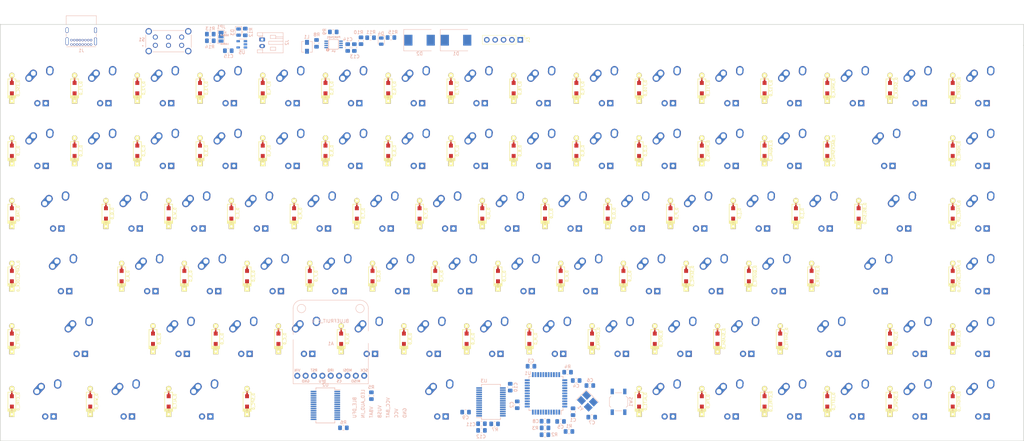
<source format=kicad_pcb>
(kicad_pcb (version 20171130) (host pcbnew "(5.1.5)-3")
  (layers (0 F.Cu signal) (31 B.Cu signal) (34 B.Paste user) (35 F.Paste user) (36 B.SilkS user) (37 F.SilkS user) (38 B.Mask user hide) (39 F.Mask user hide) (44 Edge.Cuts user))
  (net 0 "")
  (net 1 GND)
  (net 2 VCC)
  (net 3 "Net-(D_ESC_0-Pad2)")
  (net 4 "Net-(D_F1_0-Pad2)")
  (net 5 "Net-(D_F2_0-Pad2)")
  (net 6 "Net-(D_F3_0-Pad2)")
  (net 7 "Net-(D_F4_0-Pad2)")
  (net 8 "Net-(D_F5_0-Pad2)")
  (net 9 "Net-(D_F6_0-Pad2)")
  (net 10 "Net-(D_F7_0-Pad2)")
  (net 11 "Net-(D_F8_0-Pad2)")
  (net 12 "Net-(D_F9_0-Pad2)")
  (net 13 "Net-(D_F10_0-Pad2)")
  (net 14 "Net-(D_F11_0-Pad2)")
  (net 15 "Net-(D_F12_0-Pad2)")
  (net 16 "Net-(D_NMLK_0-Pad2)")
  (net 17 "Net-(D_SCRLK_0-Pad2)")
  (net 18 "Net-(D_INSERT_0-Pad2)")
  (net 19 "Net-(D_`_0-Pad2)")
  (net 20 "Net-(D_1_0-Pad2)")
  (net 21 "Net-(D_2_0-Pad2)")
  (net 22 "Net-(D_3_0-Pad2)")
  (net 23 "Net-(D_4_0-Pad2)")
  (net 24 "Net-(D_5_0-Pad2)")
  (net 25 "Net-(D_6_0-Pad2)")
  (net 26 "Net-(D_7_0-Pad2)")
  (net 27 "Net-(D_8_0-Pad2)")
  (net 28 "Net-(D_9_0-Pad2)")
  (net 29 "Net-(D_0_0-Pad2)")
  (net 30 "Net-(D_MINUS_0-Pad2)")
  (net 31 "Net-(D_EQUAL_0-Pad2)")
  (net 32 "Net-(D_BACKSPACE_0-Pad2)")
  (net 33 "Net-(D_HOME_0-Pad2)")
  (net 34 "Net-(D_TAB_0-Pad2)")
  (net 35 "Net-(D_Q_0-Pad2)")
  (net 36 "Net-(D_W_0-Pad2)")
  (net 37 "Net-(D_E_0-Pad2)")
  (net 38 "Net-(D_R_0-Pad2)")
  (net 39 "Net-(D_T_0-Pad2)")
  (net 40 "Net-(D_Y_0-Pad2)")
  (net 41 "Net-(D_U_0-Pad2)")
  (net 42 "Net-(D_I_0-Pad2)")
  (net 43 "Net-(D_O_0-Pad2)")
  (net 44 "Net-(D_P_0-Pad2)")
  (net 45 "Net-(D_[_0-Pad2)")
  (net 46 "Net-(D_]_0-Pad2)")
  (net 47 "Net-(D_BSLSH_0-Pad2)")
  (net 48 "Net-(D_PAGE_UP_0-Pad2)")
  (net 49 "Net-(D_CAPS_LOCK_0-Pad2)")
  (net 50 "Net-(D_A_0-Pad2)")
  (net 51 "Net-(D_S_0-Pad2)")
  (net 52 "Net-(D_D_0-Pad2)")
  (net 53 "Net-(D_F_0-Pad2)")
  (net 54 "Net-(D_G_0-Pad2)")
  (net 55 "Net-(D_H_0-Pad2)")
  (net 56 "Net-(D_J_0-Pad2)")
  (net 57 "Net-(D_K_0-Pad2)")
  (net 58 "Net-(D_L_0-Pad2)")
  (net 59 "Net-(D_SEMIC_0-Pad2)")
  (net 60 "Net-(D_QUOTE_0-Pad2)")
  (net 61 "Net-(D_ENTER_0-Pad2)")
  (net 62 "Net-(D_PAGE_DOWN_0-Pad2)")
  (net 63 "Net-(D_SHIFT_0-Pad2)")
  (net 64 "Net-(D_Z_0-Pad2)")
  (net 65 "Net-(D_X_0-Pad2)")
  (net 66 "Net-(D_C_0-Pad2)")
  (net 67 "Net-(D_V_0-Pad2)")
  (net 68 "Net-(D_B_0-Pad2)")
  (net 69 "Net-(D_N_0-Pad2)")
  (net 70 "Net-(D_M_0-Pad2)")
  (net 71 "Net-(D_COMMA_0-Pad2)")
  (net 72 "Net-(D_DOT_0-Pad2)")
  (net 73 "Net-(D_SLASH_0-Pad2)")
  (net 74 "Net-(D_SHIFT1_0-Pad2)")
  (net 75 "Net-(D_UP_0-Pad2)")
  (net 76 "Net-(D_END_0-Pad2)")
  (net 77 "Net-(D_CTRL_0-Pad2)")
  (net 78 "Net-(D_WIN_0-Pad2)")
  (net 79 "Net-(D_ALT_0-Pad2)")
  (net 80 "Net-(D_SPC_0-Pad2)")
  (net 81 "Net-(D_ALT1_0-Pad2)")
  (net 82 "Net-(D_FN_0-Pad2)")
  (net 83 "Net-(D_CTRL1_0-Pad2)")
  (net 84 "Net-(D_LEFT_0-Pad2)")
  (net 85 "Net-(D_DOWN_0-Pad2)")
  (net 86 "Net-(D_RIGHT_0-Pad2)")
  (net 87 SPI_SCK)
  (net 88 SPI_MISO)
  (net 89 SPI_MOSI)
  (net 90 BLE_CS)
  (net 91 BLE_RST)
  (net 92 BLE_DFU)
  (net 93 BLE_IRQ)
  (net 94 row1)
  (net 95 row2)
  (net 96 row3)
  (net 97 row5)
  (net 98 row4)
  (net 99 row0)
  (net 100 col10)
  (net 101 col1)
  (net 102 col2)
  (net 103 col3)
  (net 104 col4)
  (net 105 col5)
  (net 106 col6)
  (net 107 col7)
  (net 108 col8)
  (net 109 col9)
  (net 110 col11)
  (net 111 col12)
  (net 112 col0)
  (net 113 col13)
  (net 114 col14)
  (net 115 col15)
  (net 116 "Net-(U1-Pad42)")
  (net 117 "Net-(R4-Pad2)")
  (net 118 "Net-(U1-Pad32)")
  (net 119 "Net-(U1-Pad29)")
  (net 120 "Net-(U1-Pad27)")
  (net 121 "Net-(U1-Pad26)")
  (net 122 "Net-(U1-Pad22)")
  (net 123 "Net-(U1-Pad21)")
  (net 124 "Net-(U1-Pad20)")
  (net 125 I2C_SDA)
  (net 126 I2C_SCL)
  (net 127 "Net-(C7-Pad1)")
  (net 128 "Net-(C6-Pad1)")
  (net 129 ~MAIN_RST)
  (net 130 "Net-(U1-Pad12)")
  (net 131 "Net-(U1-Pad8)")
  (net 132 "Net-(U1-Pad7)")
  (net 133 "Net-(C8-Pad2)")
  (net 134 "Net-(R3-Pad2)")
  (net 135 "Net-(R2-Pad1)")
  (net 136 "Net-(U2-Pad20)")
  (net 137 "Net-(U2-Pad19)")
  (net 138 "Net-(U2-Pad14)")
  (net 139 "Net-(U2-Pad11)")
  (net 140 LED_CA8)
  (net 141 LED_CA7)
  (net 142 LED_CA6)
  (net 143 LED_CA5)
  (net 144 LED_CA4)
  (net 145 LED_CA3)
  (net 146 LED_CA2)
  (net 147 LED_CA1)
  (net 148 "Net-(C9-Pad2)")
  (net 149 "Net-(C10-Pad1)")
  (net 150 LED_CB9)
  (net 151 LED_CB8)
  (net 152 LED_CB7)
  (net 153 LED_CB6)
  (net 154 LED_CB5)
  (net 155 LED_CB4)
  (net 156 LED_CB3)
  (net 157 LED_CB2)
  (net 158 LED_CB1)
  (net 159 "Net-(R7-Pad1)")
  (net 160 LED_INT)
  (net 161 LED_SHDN)
  (net 162 LED_CA9)
  (net 163 VCC_BAT)
  (net 164 VUSB)
  (net 165 VBAT)
  (net 166 "Net-(R9-Pad1)")
  (net 167 "Net-(R10-Pad2)")
  (net 168 "Net-(R8-Pad2)")
  (net 169 "Net-(L1-Pad2)")
  (net 170 USB_DP)
  (net 171 "Net-(J1-PadB5)")
  (net 172 "Net-(J1-PadB8)")
  (net 173 USB_DM)
  (net 174 "Net-(J1-PadA8)")
  (net 175 "Net-(J1-PadA5)")
  (net 176 LED_AUD_IN)
  (net 177 BOOST_IN)
  (net 178 "Net-(D3-Pad1)")
  (net 179 "Net-(D4-Pad1)")
  (net 180 "Net-(JP1-Pad2)")
  (net 181 "Net-(JP1-Pad3)")
  (net 182 "Net-(JP1-Pad1)")
  (net 183 "Net-(R12-Pad2)")
  (module Connector_PinHeader_2.54mm:PinHeader_1x05_P2.54mm_Vertical (layer F.Cu) (at 183.04002 30.96768 270)
    (fp_text reference J3 (at 0 -2.33 90) (layer F.SilkS))
    (fp_text value Conn_01x05)
    (pad 5 thru_hole oval (at 0 10.16 270) (size 1.7 1.7) (drill 1) (layers *.Cu *.Mask) (net 165 VBAT))
    (pad 4 thru_hole oval (at 0 7.62 270) (size 1.7 1.7) (drill 1) (layers *.Cu *.Mask) (net 164 VUSB))
    (pad 3 thru_hole oval (at 0 5.08 270) (size 1.7 1.7) (drill 1) (layers *.Cu *.Mask) (net 163 VCC_BAT))
    (pad 2 thru_hole oval (at 0 2.54 270) (size 1.7 1.7) (drill 1) (layers *.Cu *.Mask) (net 2 VCC))
    (pad 1 thru_hole rect (at 0 0 270) (size 1.7 1.7) (drill 1) (layers *.Cu *.Mask) (net 1 GND))
  )
  (module Package_SO:SSOP-28_5.3x10.2mm_P0.65mm (layer B.Cu) (at 123.8504 142.1384 180)
    (fp_text reference U2 (at 0 6.25 180) (layer B.SilkS) (effects (justify mirror)))
    (fp_text value MCP23017_SS)
    (pad 28 smd rect (at 3.6 4.225 180) (size 1.75 0.45) (layers B.Cu B.Paste B.Mask) (net 107 col7))
    (pad 27 smd rect (at 3.6 3.575 180) (size 1.75 0.45) (layers B.Cu B.Paste B.Mask) (net 106 col6))
    (pad 26 smd rect (at 3.6 2.925 180) (size 1.75 0.45) (layers B.Cu B.Paste B.Mask) (net 105 col5))
    (pad 25 smd rect (at 3.6 2.275 180) (size 1.75 0.45) (layers B.Cu B.Paste B.Mask) (net 104 col4))
    (pad 24 smd rect (at 3.6 1.625 180) (size 1.75 0.45) (layers B.Cu B.Paste B.Mask) (net 103 col3))
    (pad 23 smd rect (at 3.6 0.975 180) (size 1.75 0.45) (layers B.Cu B.Paste B.Mask) (net 102 col2))
    (pad 22 smd rect (at 3.6 0.325 180) (size 1.75 0.45) (layers B.Cu B.Paste B.Mask) (net 101 col1))
    (pad 21 smd rect (at 3.6 -0.325 180) (size 1.75 0.45) (layers B.Cu B.Paste B.Mask) (net 112 col0))
    (pad 20 smd rect (at 3.6 -0.975 180) (size 1.75 0.45) (layers B.Cu B.Paste B.Mask) (net 136 "Net-(U2-Pad20)"))
    (pad 19 smd rect (at 3.6 -1.625 180) (size 1.75 0.45) (layers B.Cu B.Paste B.Mask) (net 137 "Net-(U2-Pad19)"))
    (pad 18 smd rect (at 3.6 -2.275 180) (size 1.75 0.45) (layers B.Cu B.Paste B.Mask) (net 129 ~MAIN_RST))
    (pad 17 smd rect (at 3.6 -2.925 180) (size 1.75 0.45) (layers B.Cu B.Paste B.Mask) (net 2 VCC))
    (pad 16 smd rect (at 3.6 -3.575 180) (size 1.75 0.45) (layers B.Cu B.Paste B.Mask) (net 2 VCC))
    (pad 15 smd rect (at 3.6 -4.225 180) (size 1.75 0.45) (layers B.Cu B.Paste B.Mask) (net 2 VCC))
    (pad 14 smd rect (at -3.6 -4.225 180) (size 1.75 0.45) (layers B.Cu B.Paste B.Mask) (net 138 "Net-(U2-Pad14)"))
    (pad 13 smd rect (at -3.6 -3.575 180) (size 1.75 0.45) (layers B.Cu B.Paste B.Mask) (net 125 I2C_SDA))
    (pad 12 smd rect (at -3.6 -2.925 180) (size 1.75 0.45) (layers B.Cu B.Paste B.Mask) (net 126 I2C_SCL))
    (pad 11 smd rect (at -3.6 -2.275 180) (size 1.75 0.45) (layers B.Cu B.Paste B.Mask) (net 139 "Net-(U2-Pad11)"))
    (pad 10 smd rect (at -3.6 -1.625 180) (size 1.75 0.45) (layers B.Cu B.Paste B.Mask) (net 1 GND))
    (pad 9 smd rect (at -3.6 -0.975 180) (size 1.75 0.45) (layers B.Cu B.Paste B.Mask) (net 2 VCC))
    (pad 8 smd rect (at -3.6 -0.325 180) (size 1.75 0.45) (layers B.Cu B.Paste B.Mask) (net 115 col15))
    (pad 7 smd rect (at -3.6 0.325 180) (size 1.75 0.45) (layers B.Cu B.Paste B.Mask) (net 114 col14))
    (pad 6 smd rect (at -3.6 0.975 180) (size 1.75 0.45) (layers B.Cu B.Paste B.Mask) (net 113 col13))
    (pad 5 smd rect (at -3.6 1.625 180) (size 1.75 0.45) (layers B.Cu B.Paste B.Mask) (net 111 col12))
    (pad 4 smd rect (at -3.6 2.275 180) (size 1.75 0.45) (layers B.Cu B.Paste B.Mask) (net 110 col11))
    (pad 3 smd rect (at -3.6 2.925 180) (size 1.75 0.45) (layers B.Cu B.Paste B.Mask) (net 100 col10))
    (pad 2 smd rect (at -3.6 3.575 180) (size 1.75 0.45) (layers B.Cu B.Paste B.Mask) (net 109 col9))
    (pad 1 smd rect (at -3.6 4.225 180) (size 1.75 0.45) (layers B.Cu B.Paste B.Mask) (net 108 col8))
  )
  (module Package_QFP:TQFP-44_10x10mm_P0.8mm (layer B.Cu) (at 190.8556 138.4808 90)
    (fp_text reference U1 (at 6.1468 -5.5372 180) (layer B.SilkS) (effects (justify mirror)))
    (fp_text value ATMEGA32U4)
    (pad 44 smd rect (at -4 5.7) (size 1.5 0.55) (layers B.Cu B.Paste B.Mask) (net 2 VCC))
    (pad 43 smd rect (at -3.2 5.7) (size 1.5 0.55) (layers B.Cu B.Paste B.Mask) (net 1 GND))
    (pad 42 smd rect (at -2.4 5.7) (size 1.5 0.55) (layers B.Cu B.Paste B.Mask) (net 116 "Net-(U1-Pad42)"))
    (pad 41 smd rect (at -1.6 5.7) (size 1.5 0.55) (layers B.Cu B.Paste B.Mask) (net 99 row0))
    (pad 40 smd rect (at -0.8 5.7) (size 1.5 0.55) (layers B.Cu B.Paste B.Mask) (net 94 row1))
    (pad 39 smd rect (at 0 5.7) (size 1.5 0.55) (layers B.Cu B.Paste B.Mask) (net 95 row2))
    (pad 38 smd rect (at 0.8 5.7) (size 1.5 0.55) (layers B.Cu B.Paste B.Mask) (net 96 row3))
    (pad 37 smd rect (at 1.6 5.7) (size 1.5 0.55) (layers B.Cu B.Paste B.Mask) (net 98 row4))
    (pad 36 smd rect (at 2.4 5.7) (size 1.5 0.55) (layers B.Cu B.Paste B.Mask) (net 97 row5))
    (pad 35 smd rect (at 3.2 5.7) (size 1.5 0.55) (layers B.Cu B.Paste B.Mask) (net 1 GND))
    (pad 34 smd rect (at 4 5.7) (size 1.5 0.55) (layers B.Cu B.Paste B.Mask) (net 2 VCC))
    (pad 33 smd rect (at 5.7 4 90) (size 1.5 0.55) (layers B.Cu B.Paste B.Mask) (net 117 "Net-(R4-Pad2)"))
    (pad 32 smd rect (at 5.7 3.2 90) (size 1.5 0.55) (layers B.Cu B.Paste B.Mask) (net 118 "Net-(U1-Pad32)"))
    (pad 31 smd rect (at 5.7 2.4 90) (size 1.5 0.55) (layers B.Cu B.Paste B.Mask) (net 161 LED_SHDN))
    (pad 30 smd rect (at 5.7 1.6 90) (size 1.5 0.55) (layers B.Cu B.Paste B.Mask) (net 160 LED_INT))
    (pad 29 smd rect (at 5.7 0.8 90) (size 1.5 0.55) (layers B.Cu B.Paste B.Mask) (net 119 "Net-(U1-Pad29)"))
    (pad 28 smd rect (at 5.7 0 90) (size 1.5 0.55) (layers B.Cu B.Paste B.Mask) (net 90 BLE_CS))
    (pad 27 smd rect (at 5.7 -0.8 90) (size 1.5 0.55) (layers B.Cu B.Paste B.Mask) (net 120 "Net-(U1-Pad27)"))
    (pad 26 smd rect (at 5.7 -1.6 90) (size 1.5 0.55) (layers B.Cu B.Paste B.Mask) (net 121 "Net-(U1-Pad26)"))
    (pad 25 smd rect (at 5.7 -2.4 90) (size 1.5 0.55) (layers B.Cu B.Paste B.Mask) (net 91 BLE_RST))
    (pad 24 smd rect (at 5.7 -3.2 90) (size 1.5 0.55) (layers B.Cu B.Paste B.Mask) (net 2 VCC))
    (pad 23 smd rect (at 5.7 -4 90) (size 1.5 0.55) (layers B.Cu B.Paste B.Mask) (net 1 GND))
    (pad 22 smd rect (at 4 -5.7) (size 1.5 0.55) (layers B.Cu B.Paste B.Mask) (net 122 "Net-(U1-Pad22)"))
    (pad 21 smd rect (at 3.2 -5.7) (size 1.5 0.55) (layers B.Cu B.Paste B.Mask) (net 123 "Net-(U1-Pad21)"))
    (pad 20 smd rect (at 2.4 -5.7) (size 1.5 0.55) (layers B.Cu B.Paste B.Mask) (net 124 "Net-(U1-Pad20)"))
    (pad 19 smd rect (at 1.6 -5.7) (size 1.5 0.55) (layers B.Cu B.Paste B.Mask) (net 125 I2C_SDA))
    (pad 18 smd rect (at 0.8 -5.7) (size 1.5 0.55) (layers B.Cu B.Paste B.Mask) (net 126 I2C_SCL))
    (pad 17 smd rect (at 0 -5.7) (size 1.5 0.55) (layers B.Cu B.Paste B.Mask) (net 127 "Net-(C7-Pad1)"))
    (pad 16 smd rect (at -0.8 -5.7) (size 1.5 0.55) (layers B.Cu B.Paste B.Mask) (net 128 "Net-(C6-Pad1)"))
    (pad 15 smd rect (at -1.6 -5.7) (size 1.5 0.55) (layers B.Cu B.Paste B.Mask) (net 1 GND))
    (pad 14 smd rect (at -2.4 -5.7) (size 1.5 0.55) (layers B.Cu B.Paste B.Mask) (net 2 VCC))
    (pad 13 smd rect (at -3.2 -5.7) (size 1.5 0.55) (layers B.Cu B.Paste B.Mask) (net 129 ~MAIN_RST))
    (pad 12 smd rect (at -4 -5.7) (size 1.5 0.55) (layers B.Cu B.Paste B.Mask) (net 130 "Net-(U1-Pad12)"))
    (pad 11 smd rect (at -5.7 -4 90) (size 1.5 0.55) (layers B.Cu B.Paste B.Mask) (net 88 SPI_MISO))
    (pad 10 smd rect (at -5.7 -3.2 90) (size 1.5 0.55) (layers B.Cu B.Paste B.Mask) (net 89 SPI_MOSI))
    (pad 9 smd rect (at -5.7 -2.4 90) (size 1.5 0.55) (layers B.Cu B.Paste B.Mask) (net 87 SPI_SCK))
    (pad 8 smd rect (at -5.7 -1.6 90) (size 1.5 0.55) (layers B.Cu B.Paste B.Mask) (net 131 "Net-(U1-Pad8)"))
    (pad 7 smd rect (at -5.7 -0.8 90) (size 1.5 0.55) (layers B.Cu B.Paste B.Mask) (net 132 "Net-(U1-Pad7)"))
    (pad 6 smd rect (at -5.7 0 90) (size 1.5 0.55) (layers B.Cu B.Paste B.Mask) (net 133 "Net-(C8-Pad2)"))
    (pad 5 smd rect (at -5.7 0.8 90) (size 1.5 0.55) (layers B.Cu B.Paste B.Mask) (net 1 GND))
    (pad 4 smd rect (at -5.7 1.6 90) (size 1.5 0.55) (layers B.Cu B.Paste B.Mask) (net 134 "Net-(R3-Pad2)"))
    (pad 3 smd rect (at -5.7 2.4 90) (size 1.5 0.55) (layers B.Cu B.Paste B.Mask) (net 135 "Net-(R2-Pad1)"))
    (pad 2 smd rect (at -5.7 3.2 90) (size 1.5 0.55) (layers B.Cu B.Paste B.Mask) (net 2 VCC))
    (pad 1 smd rect (at -5.7 4 90) (size 1.5 0.55) (layers B.Cu B.Paste B.Mask) (net 93 BLE_IRQ))
  )
  (module MX_Alps_Hybrid:MX-1U (layer F.Cu) (at 190.053 64.2214)
    (fp_text reference K_8_0)
    (fp_text value KEYSW)
    (pad "" np_thru_hole circle (at 5.08 0 48.0996) (size 1.75 1.75) (drill 1.75) (layers *.Cu *.Mask))
    (pad "" np_thru_hole circle (at -5.08 0 48.0996) (size 1.75 1.75) (drill 1.75) (layers *.Cu *.Mask))
    (pad 4 thru_hole rect (at 1.27 5.08) (size 1.905 1.905) (drill 1.04) (layers *.Cu B.Mask) (net 157 LED_CB2))
    (pad 3 thru_hole circle (at -1.27 5.08) (size 1.905 1.905) (drill 1.04) (layers *.Cu B.Mask) (net 158 LED_CB1))
    (pad 1 thru_hole circle (at -2.5 -4) (size 2.25 2.25) (drill 1.47) (layers *.Cu B.Mask) (net 108 col8))
    (pad "" np_thru_hole circle (at 0 0) (size 3.9878 3.9878) (drill 3.9878) (layers *.Cu *.Mask))
    (pad 1 thru_hole oval (at -3.81 -2.54 48.0996) (size 4.211556 2.25) (drill 1.47 (offset 0.980778 0)) (layers *.Cu B.Mask) (net 108 col8))
    (pad 2 thru_hole circle (at 2.54 -5.08) (size 2.25 2.25) (drill 1.47) (layers *.Cu B.Mask) (net 27 "Net-(D_8_0-Pad2)"))
    (pad 2 thru_hole oval (at 2.5 -4.5 86.0548) (size 2.831378 2.25) (drill 1.47 (offset 0.290689 0)) (layers *.Cu B.Mask) (net 27 "Net-(D_8_0-Pad2)"))
  )
  (module bluebird:SW_EG2219 (layer B.Cu) (at 76.2 31.3944)
    (fp_text reference S1 (at -8.128 -0.508) (layer B.SilkS) (effects (font (thickness 0.1905)) (justify mirror)))
    (fp_text value EG2219)
    (pad S4 thru_hole circle (at 6 -3) (size 1.95 1.95) (drill 1.3) (layers *.Cu *.Mask) (net 1 GND))
    (pad S3 thru_hole circle (at -6 -3) (size 1.95 1.95) (drill 1.3) (layers *.Cu *.Mask) (net 1 GND))
    (pad S2 thru_hole circle (at 6 3) (size 1.95 1.95) (drill 1.3) (layers *.Cu *.Mask) (net 1 GND))
    (pad S1 thru_hole circle (at -6 3) (size 1.95 1.95) (drill 1.3) (layers *.Cu *.Mask) (net 1 GND))
    (pad 6 thru_hole circle (at 4 -1.25) (size 1.508 1.508) (drill 1) (layers *.Cu *.Mask) (net 1 GND))
    (pad 5 thru_hole circle (at 0 -1.25) (size 1.508 1.508) (drill 1) (layers *.Cu *.Mask) (net 177 BOOST_IN))
    (pad 4 thru_hole circle (at -4 -1.25) (size 1.508 1.508) (drill 1) (layers *.Cu *.Mask) (net 165 VBAT))
    (pad 3 thru_hole circle (at 4 1.25) (size 1.508 1.508) (drill 1) (layers *.Cu *.Mask) (net 164 VUSB))
    (pad 1 thru_hole circle (at -4 1.25) (size 1.508 1.508) (drill 1) (layers *.Cu *.Mask) (net 163 VCC_BAT))
    (pad 2 thru_hole circle (at 0 1.25) (size 1.508 1.508) (drill 1) (layers *.Cu *.Mask) (net 2 VCC))
  )
  (module Jumper:SolderJumper-3_P1.3mm_Bridged2Bar12_Pad1.0x1.5mm (layer B.Cu) (at 92.1512 30.0482 270)
    (fp_text reference JP1 (at -2.9972 -0.0508 180) (layer B.SilkS) (effects (justify mirror)))
    (fp_text value SolderJumper_3_Bridged12)
    (fp_poly (pts (xy -0.9 -0.2) (xy -0.4 -0.2) (xy -0.4 -0.6) (xy -0.9 -0.6)) (layer B.Cu) (width 0))
    (fp_poly (pts (xy -0.9 0.6) (xy -0.4 0.6) (xy -0.4 0.2) (xy -0.9 0.2)) (layer B.Cu) (width 0))
    (pad 2 smd rect (at 0 0 270) (size 1 1.5) (layers B.Cu B.Mask) (net 180 "Net-(JP1-Pad2)"))
    (pad 3 smd rect (at 1.3 0 270) (size 1 1.5) (layers B.Cu B.Mask) (net 181 "Net-(JP1-Pad3)"))
    (pad 1 smd rect (at -1.3 0 270) (size 1 1.5) (layers B.Cu B.Mask) (net 182 "Net-(JP1-Pad1)"))
  )
  (module Resistor_SMD:R_0805_2012Metric_Pad1.15x1.40mm_HandSolder (layer B.Cu) (at 143.773 30.2768)
    (fp_text reference R15 (at 0.6006 -1.6256) (layer B.SilkS) (effects (justify mirror)))
    (fp_text value 4.7k)
    (pad 2 smd roundrect (at 1.025 0) (size 1.15 1.4) (layers B.Cu B.Paste B.Mask) (roundrect_rratio 0.217391) (net 1 GND))
    (pad 1 smd roundrect (at -1.025 0) (size 1.15 1.4) (layers B.Cu B.Paste B.Mask) (roundrect_rratio 0.217391) (net 179 "Net-(D4-Pad1)"))
  )
  (module Resistor_SMD:R_0805_2012Metric_Pad1.15x1.40mm_HandSolder (layer B.Cu) (at 88.9 31.2674 180)
    (fp_text reference R14 (at 0.1524 -1.8288) (layer B.SilkS) (effects (justify mirror)))
    (fp_text value 10k)
    (pad 2 smd roundrect (at 1.025 0 180) (size 1.15 1.4) (layers B.Cu B.Paste B.Mask) (roundrect_rratio 0.217391) (net 1 GND))
    (pad 1 smd roundrect (at -1.025 0 180) (size 1.15 1.4) (layers B.Cu B.Paste B.Mask) (roundrect_rratio 0.217391) (net 181 "Net-(JP1-Pad3)"))
  )
  (module Resistor_SMD:R_0805_2012Metric_Pad1.15x1.40mm_HandSolder (layer B.Cu) (at 88.891 29.2354 180)
    (fp_text reference R13 (at 0 1.65) (layer B.SilkS) (effects (justify mirror)))
    (fp_text value 2k)
    (pad 2 smd roundrect (at 1.025 0 180) (size 1.15 1.4) (layers B.Cu B.Paste B.Mask) (roundrect_rratio 0.217391) (net 1 GND))
    (pad 1 smd roundrect (at -1.025 0 180) (size 1.15 1.4) (layers B.Cu B.Paste B.Mask) (roundrect_rratio 0.217391) (net 182 "Net-(JP1-Pad1)"))
  )
  (module Resistor_SMD:R_0805_2012Metric_Pad1.15x1.40mm_HandSolder (layer B.Cu) (at 99.5172 28.5914 270)
    (fp_text reference R12 (at 0.1106 -1.7018 90) (layer B.SilkS) (effects (justify mirror)))
    (fp_text value 1k)
    (pad 2 smd roundrect (at 1.025 0 270) (size 1.15 1.4) (layers B.Cu B.Paste B.Mask) (roundrect_rratio 0.217391) (net 183 "Net-(R12-Pad2)"))
    (pad 1 smd roundrect (at -1.025 0 270) (size 1.15 1.4) (layers B.Cu B.Paste B.Mask) (roundrect_rratio 0.217391) (net 178 "Net-(D3-Pad1)"))
  )
  (module LED_SMD:LED_0805_2012Metric (layer B.Cu) (at 140.8176 31.3667 270)
    (fp_text reference D4 (at -2.3091 0.1016 180) (layer B.SilkS) (effects (justify mirror)))
    (fp_text value LED_RED)
    (pad 2 smd roundrect (at 0.9375 0 270) (size 0.975 1.4) (layers B.Cu B.Paste B.Mask) (net 163 VCC_BAT))
    (pad 1 smd roundrect (at -0.9375 0 270) (size 0.975 1.4) (layers B.Cu B.Paste B.Mask) (net 179 "Net-(D4-Pad1)"))
  )
  (module LED_SMD:LED_0805_2012Metric (layer B.Cu) (at 97.4852 28.6235 270)
    (fp_text reference D3 (at 0.0785 1.8542 90) (layer B.SilkS) (effects (justify mirror)))
    (fp_text value LED_BLUE)
    (pad 2 smd roundrect (at 0.9375 0 270) (size 0.975 1.4) (layers B.Cu B.Paste B.Mask) (net 164 VUSB))
    (pad 1 smd roundrect (at -0.9375 0 270) (size 0.975 1.4) (layers B.Cu B.Paste B.Mask) (net 178 "Net-(D3-Pad1)"))
  )
  (module Capacitor_SMD:C_0805_2012Metric_Pad1.15x1.40mm_HandSolder (layer B.Cu) (at 94.361 34.29 180)
    (fp_text reference C15 (at -0.1016 -1.6764) (layer B.SilkS) (effects (justify mirror)))
    (fp_text value 4.7u)
    (pad 2 smd roundrect (at 1.025 0 180) (size 1.15 1.4) (layers B.Cu B.Paste B.Mask) (roundrect_rratio 0.217391) (net 1 GND))
    (pad 1 smd roundrect (at -1.025 0 180) (size 1.15 1.4) (layers B.Cu B.Paste B.Mask) (roundrect_rratio 0.217391) (net 164 VUSB))
  )
  (module bluebird:BLUEFRUIT_SPI_FRIEND (layer B.Cu) (at 125.476 135.5344 180)
    (fp_text reference A1 (at 0 12.2 180) (layer B.SilkS) (effects (justify mirror)))
    (fp_text value BLUEFRUIT_SPI (at 0 19.05 180) (layer B.SilkS) (effects (justify mirror)))
    (fp_text user VIN (at 10.16 4.064 180) (layer B.SilkS) (effects (font (size 0.762 0.762)) (justify mirror)))
    (fp_text user GND (at 7.62 0.762 180) (layer B.SilkS) (effects (font (size 0.762 0.762)) (justify mirror)))
    (fp_text user RST (at 5.08 4.064 180) (layer B.SilkS) (effects (font (size 0.762 0.762)) (justify mirror)))
    (fp_text user DFU (at 2.54 0.762 180) (layer B.SilkS) (effects (font (size 0.762 0.762)) (justify mirror)))
    (fp_text user IRQ (at 0 4.064 180) (layer B.SilkS) (effects (font (size 0.762 0.762)) (justify mirror)))
    (fp_text user CS (at -2.54 0.762 180) (layer B.SilkS) (effects (font (size 0.762 0.762)) (justify mirror)))
    (fp_text user MOSI (at -5.08 4.064 180) (layer B.SilkS) (effects (font (size 0.762 0.762)) (justify mirror)))
    (fp_text user MISO (at -7.62 0.762 180) (layer B.SilkS) (effects (font (size 0.762 0.762)) (justify mirror)))
    (fp_text user SCK (at -10.16 4.064 180) (layer B.SilkS) (effects (font (size 0.762 0.762)) (justify mirror)))
    (pad 1 thru_hole circle (at -10.16 2.413 180) (size 1.820164 1.820164) (drill 0.973658) (layers *.Cu *.Mask) (net 87 SPI_SCK))
    (pad 2 thru_hole circle (at -7.62 2.413 180) (size 1.820164 1.820164) (drill 0.973658) (layers *.Cu *.Mask) (net 88 SPI_MISO))
    (pad 3 thru_hole circle (at -5.08 2.413 180) (size 1.820164 1.820164) (drill 0.973658) (layers *.Cu *.Mask) (net 89 SPI_MOSI))
    (pad 4 thru_hole circle (at -2.54 2.413 180) (size 1.820164 1.820164) (drill 0.973658) (layers *.Cu *.Mask) (net 90 BLE_CS))
    (pad 9 thru_hole circle (at 10.16 2.413 180) (size 1.820164 1.820164) (drill 0.973658) (layers *.Cu *.Mask) (net 2 VCC))
    (pad 8 thru_hole circle (at 7.62 2.413 180) (size 1.820164 1.820164) (drill 0.973658) (layers *.Cu *.Mask) (net 1 GND))
    (pad 7 thru_hole circle (at 5.08 2.413 180) (size 1.820164 1.820164) (drill 0.973658) (layers *.Cu *.Mask) (net 91 BLE_RST))
    (pad 6 thru_hole circle (at 2.54 2.413 180) (size 1.820164 1.820164) (drill 0.973658) (layers *.Cu *.Mask) (net 92 BLE_DFU))
    (pad 5 thru_hole circle (at 0 2.413 180) (size 1.820164 1.820164) (drill 0.973658) (layers *.Cu *.Mask) (net 93 BLE_IRQ))
  )
  (module Button_Switch_SMD:SW_SPST_TL3342 (layer B.Cu) (at 212.8774 141.0462 90)
    (fp_text reference SW1 (at 0 3.75 270) (layer B.SilkS) (effects (justify mirror)))
    (fp_text value SW_PUSH)
    (pad 2 smd rect (at 3.15 -1.9 90) (size 1.7 1) (layers B.Cu B.Paste B.Mask) (net 129 ~MAIN_RST))
    (pad 2 smd rect (at -3.15 -1.9 90) (size 1.7 1) (layers B.Cu B.Paste B.Mask) (net 129 ~MAIN_RST))
    (pad 1 smd rect (at 3.15 1.9 90) (size 1.7 1) (layers B.Cu B.Paste B.Mask) (net 1 GND))
    (pad 1 smd rect (at -3.15 1.9 90) (size 1.7 1) (layers B.Cu B.Paste B.Mask) (net 1 GND))
  )
  (module Resistor_SMD:R_0805_2012Metric_Pad1.15x1.40mm_HandSolder (layer B.Cu) (at 137.5754 30.3276)
    (fp_text reference R11 (at 0.0926 -1.6764 180) (layer B.SilkS) (effects (justify mirror)))
    (fp_text value 100k)
    (pad 2 smd roundrect (at 1.025 0) (size 1.15 1.4) (layers B.Cu B.Paste B.Mask) (roundrect_rratio 0.217391) (net 1 GND))
    (pad 1 smd roundrect (at -1.025 0) (size 1.15 1.4) (layers B.Cu B.Paste B.Mask) (roundrect_rratio 0.217391) (net 167 "Net-(R10-Pad2)"))
  )
  (module Resistor_SMD:R_0805_2012Metric_Pad1.15x1.40mm_HandSolder (layer B.Cu) (at 134.6708 31.251 90)
    (fp_text reference R10 (at 2.549 -0.762 180) (layer B.SilkS) (effects (justify mirror)))
    (fp_text value 750k)
    (pad 2 smd roundrect (at 1.025 0 90) (size 1.15 1.4) (layers B.Cu B.Paste B.Mask) (roundrect_rratio 0.217391) (net 167 "Net-(R10-Pad2)"))
    (pad 1 smd roundrect (at -1.025 0 90) (size 1.15 1.4) (layers B.Cu B.Paste B.Mask) (roundrect_rratio 0.217391) (net 163 VCC_BAT))
  )
  (module Resistor_SMD:R_0805_2012Metric_Pad1.15x1.40mm_HandSolder (layer B.Cu) (at 126.247 28.575 180)
    (fp_text reference R9 (at 2.6326 0.1016 90) (layer B.SilkS) (effects (justify mirror)))
    (fp_text value DNP)
    (pad 2 smd roundrect (at 1.025 0 180) (size 1.15 1.4) (layers B.Cu B.Paste B.Mask) (roundrect_rratio 0.217391) (net 1 GND))
    (pad 1 smd roundrect (at -1.025 0 180) (size 1.15 1.4) (layers B.Cu B.Paste B.Mask) (roundrect_rratio 0.217391) (net 166 "Net-(R9-Pad1)"))
  )
  (module Resistor_SMD:R_0805_2012Metric_Pad1.15x1.40mm_HandSolder (layer B.Cu) (at 121.158 32.0458 270)
    (fp_text reference R8 (at -2.6326 -0.0508 180) (layer B.SilkS) (effects (justify mirror)))
    (fp_text value 10k)
    (pad 2 smd roundrect (at 1.025 0 270) (size 1.15 1.4) (layers B.Cu B.Paste B.Mask) (roundrect_rratio 0.217391) (net 168 "Net-(R8-Pad2)"))
    (pad 1 smd roundrect (at -1.025 0 270) (size 1.15 1.4) (layers B.Cu B.Paste B.Mask) (roundrect_rratio 0.217391) (net 177 BOOST_IN))
  )
  (module Resistor_SMD:R_0805_2012Metric_Pad1.15x1.40mm_HandSolder (layer B.Cu) (at 175.2436 147.7518)
    (fp_text reference R7 (at 0.1524 1.7272) (layer B.SilkS) (effects (justify mirror)))
    (fp_text value 20k)
    (pad 2 smd roundrect (at 1.025 0) (size 1.15 1.4) (layers B.Cu B.Paste B.Mask) (roundrect_rratio 0.217391) (net 1 GND))
    (pad 1 smd roundrect (at -1.025 0) (size 1.15 1.4) (layers B.Cu B.Paste B.Mask) (roundrect_rratio 0.217391) (net 159 "Net-(R7-Pad1)"))
  )
  (module Resistor_SMD:R_0805_2012Metric_Pad1.15x1.40mm_HandSolder (layer B.Cu) (at 129.3278 148.9456 180)
    (fp_text reference R6 (at 0 1.65) (layer B.SilkS) (effects (justify mirror)))
    (fp_text value 10k)
    (pad 2 smd roundrect (at 1.025 0 180) (size 1.15 1.4) (layers B.Cu B.Paste B.Mask) (roundrect_rratio 0.217391) (net 2 VCC))
    (pad 1 smd roundrect (at -1.025 0 180) (size 1.15 1.4) (layers B.Cu B.Paste B.Mask) (roundrect_rratio 0.217391) (net 125 I2C_SDA))
  )
  (module Resistor_SMD:R_0805_2012Metric_Pad1.15x1.40mm_HandSolder (layer B.Cu) (at 137.8204 139.183 90)
    (fp_text reference R5 (at 2.5818 -0.0508 180) (layer B.SilkS) (effects (justify mirror)))
    (fp_text value 10k)
    (pad 2 smd roundrect (at 1.025 0 90) (size 1.15 1.4) (layers B.Cu B.Paste B.Mask) (roundrect_rratio 0.217391) (net 2 VCC))
    (pad 1 smd roundrect (at -1.025 0 90) (size 1.15 1.4) (layers B.Cu B.Paste B.Mask) (roundrect_rratio 0.217391) (net 126 I2C_SCL))
  )
  (module Resistor_SMD:R_0805_2012Metric_Pad1.15x1.40mm_HandSolder (layer B.Cu) (at 197.4088 132.0292 180)
    (fp_text reference R4 (at 0 1.65) (layer B.SilkS) (effects (justify mirror)))
    (fp_text value 10k)
    (pad 2 smd roundrect (at 1.025 0 180) (size 1.15 1.4) (layers B.Cu B.Paste B.Mask) (roundrect_rratio 0.217391) (net 117 "Net-(R4-Pad2)"))
    (pad 1 smd roundrect (at -1.025 0 180) (size 1.15 1.4) (layers B.Cu B.Paste B.Mask) (roundrect_rratio 0.217391) (net 1 GND))
  )
  (module Resistor_SMD:R_0805_2012Metric_Pad1.15x1.40mm_HandSolder (layer B.Cu) (at 190.5598 148.971)
    (fp_text reference R3 (at -2.9554 0.0508) (layer B.SilkS) (effects (justify mirror)))
    (fp_text value 22R)
    (pad 2 smd roundrect (at 1.025 0) (size 1.15 1.4) (layers B.Cu B.Paste B.Mask) (roundrect_rratio 0.217391) (net 134 "Net-(R3-Pad2)"))
    (pad 1 smd roundrect (at -1.025 0) (size 1.15 1.4) (layers B.Cu B.Paste B.Mask) (roundrect_rratio 0.217391) (net 170 USB_DP))
  )
  (module Resistor_SMD:R_0805_2012Metric_Pad1.15x1.40mm_HandSolder (layer B.Cu) (at 190.5344 151.0538 180)
    (fp_text reference R2 (at -2.8866 0.0508) (layer B.SilkS) (effects (justify mirror)))
    (fp_text value 22R)
    (pad 2 smd roundrect (at 1.025 0 180) (size 1.15 1.4) (layers B.Cu B.Paste B.Mask) (roundrect_rratio 0.217391) (net 173 USB_DM))
    (pad 1 smd roundrect (at -1.025 0 180) (size 1.15 1.4) (layers B.Cu B.Paste B.Mask) (roundrect_rratio 0.217391) (net 135 "Net-(R2-Pad1)"))
  )
  (module Resistor_SMD:R_0805_2012Metric_Pad1.15x1.40mm_HandSolder (layer B.Cu) (at 197.8316 150.0632 180)
    (fp_text reference R1 (at 0 1.65) (layer B.SilkS) (effects (justify mirror)))
    (fp_text value 10k)
    (pad 2 smd roundrect (at 1.025 0 180) (size 1.15 1.4) (layers B.Cu B.Paste B.Mask) (roundrect_rratio 0.217391) (net 2 VCC))
    (pad 1 smd roundrect (at -1.025 0 180) (size 1.15 1.4) (layers B.Cu B.Paste B.Mask) (roundrect_rratio 0.217391) (net 129 ~MAIN_RST))
  )
  (module Inductor_SMD:L_Vishay_IHLP-1212 (layer B.Cu) (at 118.2624 33.1 270)
    (fp_text reference L1 (at -3.0264 0.1016 180) (layer B.SilkS) (effects (justify mirror)))
    (fp_text value "2.2u 3A")
    (pad 2 smd rect (at 1.35 0 270) (size 1.5 1.2) (layers B.Cu B.Paste B.Mask) (net 169 "Net-(L1-Pad2)"))
    (pad 1 smd rect (at -1.35 0 270) (size 1.5 1.2) (layers B.Cu B.Paste B.Mask) (net 177 BOOST_IN))
  )
  (module Connector_JST:JST_PH_S2B-PH-K_1x02_P2.00mm_Horizontal (layer B.Cu) (at 104.648 30.8864 270)
    (fp_text reference J2 (at 0.9144 -7.5184 90) (layer B.SilkS) (effects (justify mirror)))
    (fp_text value Conn_01x02_Male)
    (pad 2 thru_hole oval (at 2 0 270) (size 1.2 1.75) (drill 0.75) (layers *.Cu *.Mask) (net 165 VBAT))
    (pad 1 thru_hole roundrect (at 0 0 270) (size 1.2 1.75) (drill 0.75) (layers *.Cu *.Mask) (roundrect_rratio 0.208333) (net 1 GND))
  )
  (module Capacitor_SMD:C_0805_2012Metric_Pad1.15x1.40mm_HandSolder (layer B.Cu) (at 130.6344 33.3188 270)
    (fp_text reference C14 (at -2.4832 -0.0232 180) (layer B.SilkS) (effects (justify mirror)))
    (fp_text value 22uF)
    (pad 2 smd roundrect (at 1.025 0 270) (size 1.15 1.4) (layers B.Cu B.Paste B.Mask) (roundrect_rratio 0.217391) (net 1 GND))
    (pad 1 smd roundrect (at -1.025 0 270) (size 1.15 1.4) (layers B.Cu B.Paste B.Mask) (roundrect_rratio 0.217391) (net 163 VCC_BAT))
  )
  (module Capacitor_SMD:C_0805_2012Metric_Pad1.15x1.40mm_HandSolder (layer B.Cu) (at 132.6388 33.3248 270)
    (fp_text reference C13 (at 2.7432 -0.1524 180) (layer B.SilkS) (effects (justify mirror)))
    (fp_text value 22uF)
    (pad 2 smd roundrect (at 1.025 0 270) (size 1.15 1.4) (layers B.Cu B.Paste B.Mask) (roundrect_rratio 0.217391) (net 1 GND))
    (pad 1 smd roundrect (at -1.025 0 270) (size 1.15 1.4) (layers B.Cu B.Paste B.Mask) (roundrect_rratio 0.217391) (net 163 VCC_BAT))
  )
  (module Capacitor_SMD:C_0805_2012Metric_Pad1.15x1.40mm_HandSolder (layer B.Cu) (at 171.2632 149.733 180)
    (fp_text reference C12 (at 0.1524 -1.8796) (layer B.SilkS) (effects (justify mirror)))
    (fp_text value 0.1u)
    (pad 2 smd roundrect (at 1.025 0 180) (size 1.15 1.4) (layers B.Cu B.Paste B.Mask) (roundrect_rratio 0.217391) (net 1 GND))
    (pad 1 smd roundrect (at -1.025 0 180) (size 1.15 1.4) (layers B.Cu B.Paste B.Mask) (roundrect_rratio 0.217391) (net 2 VCC))
  )
  (module Capacitor_SMD:C_0805_2012Metric_Pad1.15x1.40mm_HandSolder (layer B.Cu) (at 171.2558 147.701 180)
    (fp_text reference C11 (at 3.2422 -0.2032) (layer B.SilkS) (effects (justify mirror)))
    (fp_text value 1u)
    (pad 2 smd roundrect (at 1.025 0 180) (size 1.15 1.4) (layers B.Cu B.Paste B.Mask) (roundrect_rratio 0.217391) (net 1 GND))
    (pad 1 smd roundrect (at -1.025 0 180) (size 1.15 1.4) (layers B.Cu B.Paste B.Mask) (roundrect_rratio 0.217391) (net 2 VCC))
  )
  (module Capacitor_SMD:C_0805_2012Metric_Pad1.15x1.40mm_HandSolder (layer B.Cu) (at 179.9844 136.5922 90)
    (fp_text reference C10 (at 0 1.65 90) (layer B.SilkS) (effects (justify mirror)))
    (fp_text value 0.1u)
    (pad 2 smd roundrect (at 1.025 0 90) (size 1.15 1.4) (layers B.Cu B.Paste B.Mask) (roundrect_rratio 0.217391) (net 1 GND))
    (pad 1 smd roundrect (at -1.025 0 90) (size 1.15 1.4) (layers B.Cu B.Paste B.Mask) (roundrect_rratio 0.217391) (net 149 "Net-(C10-Pad1)"))
  )
  (module Capacitor_SMD:C_0805_2012Metric_Pad1.15x1.40mm_HandSolder (layer B.Cu) (at 166.4298 144.1704)
    (fp_text reference C9 (at 0 1.65) (layer B.SilkS) (effects (justify mirror)))
    (fp_text value 0.22u)
    (pad 2 smd roundrect (at 1.025 0) (size 1.15 1.4) (layers B.Cu B.Paste B.Mask) (roundrect_rratio 0.217391) (net 148 "Net-(C9-Pad2)"))
    (pad 1 smd roundrect (at -1.025 0) (size 1.15 1.4) (layers B.Cu B.Paste B.Mask) (roundrect_rratio 0.217391) (net 176 LED_AUD_IN))
  )
  (module Capacitor_SMD:C_0805_2012Metric_Pad1.15x1.40mm_HandSolder (layer B.Cu) (at 190.5418 146.939)
    (fp_text reference C8 (at -2.8104 0.0254) (layer B.SilkS) (effects (justify mirror)))
    (fp_text value 1u)
    (pad 2 smd roundrect (at 1.025 0) (size 1.15 1.4) (layers B.Cu B.Paste B.Mask) (roundrect_rratio 0.217391) (net 133 "Net-(C8-Pad2)"))
    (pad 1 smd roundrect (at -1.025 0) (size 1.15 1.4) (layers B.Cu B.Paste B.Mask) (roundrect_rratio 0.217391) (net 1 GND))
  )
  (module Capacitor_SMD:C_0805_2012Metric_Pad1.15x1.40mm_HandSolder (layer B.Cu) (at 204.733 145.6944)
    (fp_text reference C7 (at 0.0672 1.6764) (layer B.SilkS) (effects (justify mirror)))
    (fp_text value 22p)
    (pad 2 smd roundrect (at 1.025 0) (size 1.15 1.4) (layers B.Cu B.Paste B.Mask) (roundrect_rratio 0.217391) (net 1 GND))
    (pad 1 smd roundrect (at -1.025 0) (size 1.15 1.4) (layers B.Cu B.Paste B.Mask) (roundrect_rratio 0.217391) (net 127 "Net-(C7-Pad1)"))
  )
  (module Capacitor_SMD:C_0805_2012Metric_Pad1.15x1.40mm_HandSolder (layer B.Cu) (at 204.1742 136.0932)
    (fp_text reference C6 (at 0.0418 -1.6256) (layer B.SilkS) (effects (justify mirror)))
    (fp_text value 22p)
    (pad 2 smd roundrect (at 1.025 0) (size 1.15 1.4) (layers B.Cu B.Paste B.Mask) (roundrect_rratio 0.217391) (net 1 GND))
    (pad 1 smd roundrect (at -1.025 0) (size 1.15 1.4) (layers B.Cu B.Paste B.Mask) (roundrect_rratio 0.217391) (net 128 "Net-(C6-Pad1)"))
  )
  (module Capacitor_SMD:C_0805_2012Metric_Pad1.15x1.40mm_HandSolder (layer B.Cu) (at 195.2752 147.0152)
    (fp_text reference C5 (at 0 1.65) (layer B.SilkS) (effects (justify mirror)))
    (fp_text value 4.7u)
    (pad 2 smd roundrect (at 1.025 0) (size 1.15 1.4) (layers B.Cu B.Paste B.Mask) (roundrect_rratio 0.217391) (net 1 GND))
    (pad 1 smd roundrect (at -1.025 0) (size 1.15 1.4) (layers B.Cu B.Paste B.Mask) (roundrect_rratio 0.217391) (net 2 VCC))
  )
  (module Capacitor_SMD:C_0805_2012Metric_Pad1.15x1.40mm_HandSolder (layer B.Cu) (at 200.016 134.5692)
    (fp_text reference C4 (at 0 1.65) (layer B.SilkS) (effects (justify mirror)))
    (fp_text value 0.1u)
    (pad 2 smd roundrect (at 1.025 0) (size 1.15 1.4) (layers B.Cu B.Paste B.Mask) (roundrect_rratio 0.217391) (net 1 GND))
    (pad 1 smd roundrect (at -1.025 0) (size 1.15 1.4) (layers B.Cu B.Paste B.Mask) (roundrect_rratio 0.217391) (net 2 VCC))
  )
  (module Capacitor_SMD:C_0805_2012Metric_Pad1.15x1.40mm_HandSolder (layer B.Cu) (at 186.3 130.2258 180)
    (fp_text reference C3 (at 0 1.65) (layer B.SilkS) (effects (justify mirror)))
    (fp_text value 0.1u)
    (pad 2 smd roundrect (at 1.025 0 180) (size 1.15 1.4) (layers B.Cu B.Paste B.Mask) (roundrect_rratio 0.217391) (net 1 GND))
    (pad 1 smd roundrect (at -1.025 0 180) (size 1.15 1.4) (layers B.Cu B.Paste B.Mask) (roundrect_rratio 0.217391) (net 2 VCC))
  )
  (module Capacitor_SMD:C_0805_2012Metric_Pad1.15x1.40mm_HandSolder (layer B.Cu) (at 182.118 141.9442 270)
    (fp_text reference C2 (at 0 1.65 90) (layer B.SilkS) (effects (justify mirror)))
    (fp_text value 0.1u)
    (pad 2 smd roundrect (at 1.025 0 270) (size 1.15 1.4) (layers B.Cu B.Paste B.Mask) (roundrect_rratio 0.217391) (net 1 GND))
    (pad 1 smd roundrect (at -1.025 0 270) (size 1.15 1.4) (layers B.Cu B.Paste B.Mask) (roundrect_rratio 0.217391) (net 2 VCC))
  )
  (module Capacitor_SMD:C_0805_2012Metric_Pad1.15x1.40mm_HandSolder (layer B.Cu) (at 199.0598 144.0524 270)
    (fp_text reference C1 (at 2.5056 0.0254 180) (layer B.SilkS) (effects (justify mirror)))
    (fp_text value 0.1u)
    (pad 2 smd roundrect (at 1.025 0 270) (size 1.15 1.4) (layers B.Cu B.Paste B.Mask) (roundrect_rratio 0.217391) (net 1 GND))
    (pad 1 smd roundrect (at -1.025 0 270) (size 1.15 1.4) (layers B.Cu B.Paste B.Mask) (roundrect_rratio 0.217391) (net 2 VCC))
  )
  (module Crystal:Crystal_SMD_SeikoEpson_FA238-4Pin_3.2x2.5mm_HandSoldering (layer B.Cu) (at 203.428878 140.874913 315)
    (fp_text reference Y1 (at 0 3 315) (layer B.SilkS) (effects (justify mirror)))
    (fp_text value "FA328 16MHz")
    (pad 4 smd rect (at -1.45 1.1 315) (size 2.1 1.8) (layers B.Cu B.Paste B.Mask) (net 1 GND))
    (pad 3 smd rect (at 1.45 1.1 315) (size 2.1 1.8) (layers B.Cu B.Paste B.Mask) (net 127 "Net-(C7-Pad1)"))
    (pad 2 smd rect (at 1.45 -1.1 315) (size 2.1 1.8) (layers B.Cu B.Paste B.Mask) (net 1 GND))
    (pad 1 smd rect (at -1.45 -1.1 315) (size 2.1 1.8) (layers B.Cu B.Paste B.Mask) (net 128 "Net-(C6-Pad1)"))
  )
  (module Connector_USB:USB_C_Receptacle_GCT_USB4085 (layer B.Cu) (at 46.736 32.4104)
    (fp_text reference J1 (at 2.975 1.8) (layer B.SilkS) (effects (justify mirror)))
    (fp_text value USB_C_Receptacle_USB2.0)
    (pad S1 thru_hole oval (at 7.3 -4.36) (size 0.9 1.7) (drill oval 0.6 1.4) (layers *.Cu *.Mask) (net 1 GND))
    (pad S1 thru_hole oval (at -1.35 -4.36) (size 0.9 1.7) (drill oval 0.6 1.4) (layers *.Cu *.Mask) (net 1 GND))
    (pad S1 thru_hole oval (at 7.3 -0.98) (size 0.9 2.4) (drill oval 0.6 2.1) (layers *.Cu *.Mask) (net 1 GND))
    (pad S1 thru_hole oval (at -1.35 -0.98) (size 0.9 2.4) (drill oval 0.6 2.1) (layers *.Cu *.Mask) (net 1 GND))
    (pad B6 thru_hole circle (at 3.4 -1.35) (size 0.7 0.7) (drill 0.4) (layers *.Cu *.Mask) (net 170 USB_DP))
    (pad B1 thru_hole circle (at 5.95 -1.35) (size 0.7 0.7) (drill 0.4) (layers *.Cu *.Mask) (net 1 GND))
    (pad B4 thru_hole circle (at 5.1 -1.35) (size 0.7 0.7) (drill 0.4) (layers *.Cu *.Mask) (net 164 VUSB))
    (pad B5 thru_hole circle (at 4.25 -1.35) (size 0.7 0.7) (drill 0.4) (layers *.Cu *.Mask) (net 171 "Net-(J1-PadB5)"))
    (pad B12 thru_hole circle (at 0 -1.35) (size 0.7 0.7) (drill 0.4) (layers *.Cu *.Mask) (net 1 GND))
    (pad B8 thru_hole circle (at 1.7 -1.35) (size 0.7 0.7) (drill 0.4) (layers *.Cu *.Mask) (net 172 "Net-(J1-PadB8)"))
    (pad B7 thru_hole circle (at 2.55 -1.35) (size 0.7 0.7) (drill 0.4) (layers *.Cu *.Mask) (net 173 USB_DM))
    (pad B9 thru_hole circle (at 0.85 -1.35) (size 0.7 0.7) (drill 0.4) (layers *.Cu *.Mask) (net 164 VUSB))
    (pad A12 thru_hole circle (at 5.95 0) (size 0.7 0.7) (drill 0.4) (layers *.Cu *.Mask) (net 1 GND))
    (pad A9 thru_hole circle (at 5.1 0) (size 0.7 0.7) (drill 0.4) (layers *.Cu *.Mask) (net 164 VUSB))
    (pad A8 thru_hole circle (at 4.25 0) (size 0.7 0.7) (drill 0.4) (layers *.Cu *.Mask) (net 174 "Net-(J1-PadA8)"))
    (pad A7 thru_hole circle (at 3.4 0) (size 0.7 0.7) (drill 0.4) (layers *.Cu *.Mask) (net 173 USB_DM))
    (pad A6 thru_hole circle (at 2.55 0) (size 0.7 0.7) (drill 0.4) (layers *.Cu *.Mask) (net 170 USB_DP))
    (pad A5 thru_hole circle (at 1.7 0) (size 0.7 0.7) (drill 0.4) (layers *.Cu *.Mask) (net 175 "Net-(J1-PadA5)"))
    (pad A4 thru_hole circle (at 0.85 0) (size 0.7 0.7) (drill 0.4) (layers *.Cu *.Mask) (net 164 VUSB))
    (pad A1 thru_hole circle (at 0 0) (size 0.7 0.7) (drill 0.4) (layers *.Cu *.Mask) (net 1 GND))
  )
  (module Silicon-Standard:MSOP8 (layer B.Cu) (at 126.3396 32.3596 90)
    (fp_text reference U4 (at -2.032 0 180) (layer B.SilkS) (effects (font (size 0.6096 0.6096) (thickness 0.127)) (justify mirror)))
    (fp_text value PAM2401 (at 2.159 0 180) (layer B.SilkS) (effects (font (size 0.6096 0.6096) (thickness 0.127)) (justify mirror)))
    (pad 8 smd rect (at -0.97282 2.2479 90) (size 0.39878 1.09982) (layers B.Cu B.Paste B.Mask) (net 1 GND))
    (pad 7 smd rect (at -0.32258 2.2479 90) (size 0.39878 1.09982) (layers B.Cu B.Paste B.Mask) (net 163 VCC_BAT))
    (pad 6 smd rect (at 0.32258 2.2479 90) (size 0.39878 1.09982) (layers B.Cu B.Paste B.Mask) (net 166 "Net-(R9-Pad1)"))
    (pad 5 smd rect (at 0.97282 2.2479 90) (size 0.39878 1.09982) (layers B.Cu B.Paste B.Mask) (net 167 "Net-(R10-Pad2)"))
    (pad 4 smd rect (at 0.97282 -2.2479 90) (size 0.39878 1.09982) (layers B.Cu B.Paste B.Mask) (net 1 GND))
    (pad 3 smd rect (at 0.32258 -2.2479 90) (size 0.39878 1.09982) (layers B.Cu B.Paste B.Mask) (net 177 BOOST_IN))
    (pad 2 smd rect (at -0.32258 -2.2479 90) (size 0.39878 1.09982) (layers B.Cu B.Paste B.Mask) (net 168 "Net-(R8-Pad2)"))
    (pad 1 smd rect (at -0.97282 -2.2479 90) (size 0.39878 1.09982) (layers B.Cu B.Paste B.Mask) (net 169 "Net-(L1-Pad2)"))
  )
  (module Diode_SMD:D_SMC (layer B.Cu) (at 152.4472 31.0896)
    (fp_text reference D2 (at 0 4.1) (layer B.SilkS) (effects (justify mirror)))
    (fp_text value B340)
    (pad 2 smd rect (at 3.4 0 270) (size 3.3 2.5) (layers B.Cu B.Paste B.Mask) (net 1 GND))
    (pad 1 smd rect (at -3.4 0 270) (size 3.3 2.5) (layers B.Cu B.Paste B.Mask) (net 163 VCC_BAT))
  )
  (module Diode_SMD:D_SMC (layer B.Cu) (at 163.5252 31.0896)
    (fp_text reference D1 (at 0 4.1) (layer B.SilkS) (effects (justify mirror)))
    (fp_text value B340)
    (pad 2 smd rect (at 3.4 0 270) (size 3.3 2.5) (layers B.Cu B.Paste B.Mask) (net 1 GND))
    (pad 1 smd rect (at -3.4 0 270) (size 3.3 2.5) (layers B.Cu B.Paste B.Mask) (net 163 VCC_BAT))
  )
  (module Package_TO_SOT_SMD:SOT-23-5 (layer B.Cu) (at 98.468 32.3444 180)
    (fp_text reference U5 (at -0.0332 -2.4536) (layer B.SilkS) (effects (justify mirror)))
    (fp_text value MCP73831-2-OT)
    (pad 5 smd rect (at 1.1 0.95 180) (size 1.06 0.65) (layers B.Cu B.Paste B.Mask) (net 180 "Net-(JP1-Pad2)"))
    (pad 4 smd rect (at 1.1 -0.95 180) (size 1.06 0.65) (layers B.Cu B.Paste B.Mask) (net 164 VUSB))
    (pad 3 smd rect (at -1.1 -0.95 180) (size 1.06 0.65) (layers B.Cu B.Paste B.Mask) (net 165 VBAT))
    (pad 2 smd rect (at -1.1 0 180) (size 1.06 0.65) (layers B.Cu B.Paste B.Mask) (net 1 GND))
    (pad 1 smd rect (at -1.1 0.95 180) (size 1.06 0.65) (layers B.Cu B.Paste B.Mask) (net 183 "Net-(R12-Pad2)"))
  )
  (module Package_SO:SSOP-28_5.3x10.2mm_P0.65mm (layer B.Cu) (at 174.1424 141.0716)
    (fp_text reference U3 (at -2.1336 -6.4008 180) (layer B.SilkS) (effects (justify mirror)))
    (fp_text value IS31FL3731-SA)
    (pad 28 smd rect (at 3.6 4.225) (size 1.75 0.45) (layers B.Cu B.Paste B.Mask) (net 140 LED_CA8))
    (pad 27 smd rect (at 3.6 3.575) (size 1.75 0.45) (layers B.Cu B.Paste B.Mask) (net 141 LED_CA7))
    (pad 26 smd rect (at 3.6 2.925) (size 1.75 0.45) (layers B.Cu B.Paste B.Mask) (net 142 LED_CA6))
    (pad 25 smd rect (at 3.6 2.275) (size 1.75 0.45) (layers B.Cu B.Paste B.Mask) (net 143 LED_CA5))
    (pad 24 smd rect (at 3.6 1.625) (size 1.75 0.45) (layers B.Cu B.Paste B.Mask) (net 144 LED_CA4))
    (pad 23 smd rect (at 3.6 0.975) (size 1.75 0.45) (layers B.Cu B.Paste B.Mask) (net 145 LED_CA3))
    (pad 22 smd rect (at 3.6 0.325) (size 1.75 0.45) (layers B.Cu B.Paste B.Mask) (net 146 LED_CA2))
    (pad 21 smd rect (at 3.6 -0.325) (size 1.75 0.45) (layers B.Cu B.Paste B.Mask) (net 147 LED_CA1))
    (pad 20 smd rect (at 3.6 -0.975) (size 1.75 0.45) (layers B.Cu B.Paste B.Mask) (net 126 I2C_SCL))
    (pad 19 smd rect (at 3.6 -1.625) (size 1.75 0.45) (layers B.Cu B.Paste B.Mask) (net 125 I2C_SDA))
    (pad 18 smd rect (at 3.6 -2.275) (size 1.75 0.45) (layers B.Cu B.Paste B.Mask) (net 1 GND))
    (pad 17 smd rect (at 3.6 -2.925) (size 1.75 0.45) (layers B.Cu B.Paste B.Mask) (net 148 "Net-(C9-Pad2)"))
    (pad 16 smd rect (at 3.6 -3.575) (size 1.75 0.45) (layers B.Cu B.Paste B.Mask) (net 149 "Net-(C10-Pad1)"))
    (pad 15 smd rect (at 3.6 -4.225) (size 1.75 0.45) (layers B.Cu B.Paste B.Mask) (net 150 LED_CB9))
    (pad 14 smd rect (at -3.6 -4.225) (size 1.75 0.45) (layers B.Cu B.Paste B.Mask) (net 151 LED_CB8))
    (pad 13 smd rect (at -3.6 -3.575) (size 1.75 0.45) (layers B.Cu B.Paste B.Mask) (net 152 LED_CB7))
    (pad 12 smd rect (at -3.6 -2.925) (size 1.75 0.45) (layers B.Cu B.Paste B.Mask) (net 153 LED_CB6))
    (pad 11 smd rect (at -3.6 -2.275) (size 1.75 0.45) (layers B.Cu B.Paste B.Mask) (net 154 LED_CB5))
    (pad 10 smd rect (at -3.6 -1.625) (size 1.75 0.45) (layers B.Cu B.Paste B.Mask) (net 155 LED_CB4))
    (pad 9 smd rect (at -3.6 -0.975) (size 1.75 0.45) (layers B.Cu B.Paste B.Mask) (net 156 LED_CB3))
    (pad 8 smd rect (at -3.6 -0.325) (size 1.75 0.45) (layers B.Cu B.Paste B.Mask) (net 157 LED_CB2))
    (pad 7 smd rect (at -3.6 0.325) (size 1.75 0.45) (layers B.Cu B.Paste B.Mask) (net 158 LED_CB1))
    (pad 6 smd rect (at -3.6 0.975) (size 1.75 0.45) (layers B.Cu B.Paste B.Mask) (net 159 "Net-(R7-Pad1)"))
    (pad 5 smd rect (at -3.6 1.625) (size 1.75 0.45) (layers B.Cu B.Paste B.Mask) (net 1 GND))
    (pad 4 smd rect (at -3.6 2.275) (size 1.75 0.45) (layers B.Cu B.Paste B.Mask) (net 160 LED_INT))
    (pad 3 smd rect (at -3.6 2.925) (size 1.75 0.45) (layers B.Cu B.Paste B.Mask) (net 161 LED_SHDN))
    (pad 2 smd rect (at -3.6 3.575) (size 1.75 0.45) (layers B.Cu B.Paste B.Mask) (net 2 VCC))
    (pad 1 smd rect (at -3.6 4.225) (size 1.75 0.45) (layers B.Cu B.Paste B.Mask) (net 162 LED_CA9))
  )
  (module MX_Alps_Hybrid:MX-1U (layer F.Cu) (at 80.5155 121.3714)
    (fp_text reference K_Z_0)
    (fp_text value KEYSW)
    (pad "" np_thru_hole circle (at 5.08 0 48.0996) (size 1.75 1.75) (drill 1.75) (layers *.Cu *.Mask))
    (pad "" np_thru_hole circle (at -5.08 0 48.0996) (size 1.75 1.75) (drill 1.75) (layers *.Cu *.Mask))
    (pad 4 thru_hole rect (at 1.27 5.08) (size 1.905 1.905) (drill 1.04) (layers *.Cu B.Mask) (net 143 LED_CA5))
    (pad 3 thru_hole circle (at -1.27 5.08) (size 1.905 1.905) (drill 1.04) (layers *.Cu B.Mask) (net 146 LED_CA2))
    (pad 1 thru_hole circle (at -2.5 -4) (size 2.25 2.25) (drill 1.47) (layers *.Cu B.Mask) (net 101 col1))
    (pad "" np_thru_hole circle (at 0 0) (size 3.9878 3.9878) (drill 3.9878) (layers *.Cu *.Mask))
    (pad 1 thru_hole oval (at -3.81 -2.54 48.0996) (size 4.211556 2.25) (drill 1.47 (offset 0.980778 0)) (layers *.Cu B.Mask) (net 101 col1))
    (pad 2 thru_hole circle (at 2.54 -5.08) (size 2.25 2.25) (drill 1.47) (layers *.Cu B.Mask) (net 64 "Net-(D_Z_0-Pad2)"))
    (pad 2 thru_hole oval (at 2.5 -4.5 86.0548) (size 2.831378 2.25) (drill 1.47 (offset 0.290689 0)) (layers *.Cu B.Mask) (net 64 "Net-(D_Z_0-Pad2)"))
  )
  (module MX_Alps_Hybrid:MX-1U (layer F.Cu) (at 161.478 83.2714)
    (fp_text reference K_Y_0)
    (fp_text value KEYSW)
    (pad "" np_thru_hole circle (at 5.08 0 48.0996) (size 1.75 1.75) (drill 1.75) (layers *.Cu *.Mask))
    (pad "" np_thru_hole circle (at -5.08 0 48.0996) (size 1.75 1.75) (drill 1.75) (layers *.Cu *.Mask))
    (pad 4 thru_hole rect (at 1.27 5.08) (size 1.905 1.905) (drill 1.04) (layers *.Cu B.Mask) (net 145 LED_CA3))
    (pad 3 thru_hole circle (at -1.27 5.08) (size 1.905 1.905) (drill 1.04) (layers *.Cu B.Mask) (net 140 LED_CA8))
    (pad 1 thru_hole circle (at -2.5 -4) (size 2.25 2.25) (drill 1.47) (layers *.Cu B.Mask) (net 106 col6))
    (pad "" np_thru_hole circle (at 0 0) (size 3.9878 3.9878) (drill 3.9878) (layers *.Cu *.Mask))
    (pad 1 thru_hole oval (at -3.81 -2.54 48.0996) (size 4.211556 2.25) (drill 1.47 (offset 0.980778 0)) (layers *.Cu B.Mask) (net 106 col6))
    (pad 2 thru_hole circle (at 2.54 -5.08) (size 2.25 2.25) (drill 1.47) (layers *.Cu B.Mask) (net 40 "Net-(D_Y_0-Pad2)"))
    (pad 2 thru_hole oval (at 2.5 -4.5 86.0548) (size 2.831378 2.25) (drill 1.47 (offset 0.290689 0)) (layers *.Cu B.Mask) (net 40 "Net-(D_Y_0-Pad2)"))
  )
  (module MX_Alps_Hybrid:MX-1U (layer F.Cu) (at 99.5655 121.3714)
    (fp_text reference K_X_0)
    (fp_text value KEYSW)
    (pad "" np_thru_hole circle (at 5.08 0 48.0996) (size 1.75 1.75) (drill 1.75) (layers *.Cu *.Mask))
    (pad "" np_thru_hole circle (at -5.08 0 48.0996) (size 1.75 1.75) (drill 1.75) (layers *.Cu *.Mask))
    (pad 4 thru_hole rect (at 1.27 5.08) (size 1.905 1.905) (drill 1.04) (layers *.Cu B.Mask) (net 143 LED_CA5))
    (pad 3 thru_hole circle (at -1.27 5.08) (size 1.905 1.905) (drill 1.04) (layers *.Cu B.Mask) (net 145 LED_CA3))
    (pad 1 thru_hole circle (at -2.5 -4) (size 2.25 2.25) (drill 1.47) (layers *.Cu B.Mask) (net 102 col2))
    (pad "" np_thru_hole circle (at 0 0) (size 3.9878 3.9878) (drill 3.9878) (layers *.Cu *.Mask))
    (pad 1 thru_hole oval (at -3.81 -2.54 48.0996) (size 4.211556 2.25) (drill 1.47 (offset 0.980778 0)) (layers *.Cu B.Mask) (net 102 col2))
    (pad 2 thru_hole circle (at 2.54 -5.08) (size 2.25 2.25) (drill 1.47) (layers *.Cu B.Mask) (net 65 "Net-(D_X_0-Pad2)"))
    (pad 2 thru_hole oval (at 2.5 -4.5 86.0548) (size 2.831378 2.25) (drill 1.47 (offset 0.290689 0)) (layers *.Cu B.Mask) (net 65 "Net-(D_X_0-Pad2)"))
  )
  (module MX_Alps_Hybrid:MX-1.25U (layer F.Cu) (at 63.84675 140.4214)
    (fp_text reference K_WIN_0)
    (fp_text value KEYSW)
    (pad "" np_thru_hole circle (at 5.08 0 48.0996) (size 1.75 1.75) (drill 1.75) (layers *.Cu *.Mask))
    (pad "" np_thru_hole circle (at -5.08 0 48.0996) (size 1.75 1.75) (drill 1.75) (layers *.Cu *.Mask))
    (pad 4 thru_hole rect (at 1.27 5.08) (size 1.905 1.905) (drill 1.04) (layers *.Cu B.Mask) (net 142 LED_CA6))
    (pad 3 thru_hole circle (at -1.27 5.08) (size 1.905 1.905) (drill 1.04) (layers *.Cu B.Mask) (net 146 LED_CA2))
    (pad 1 thru_hole circle (at -2.5 -4) (size 2.25 2.25) (drill 1.47) (layers *.Cu B.Mask) (net 101 col1))
    (pad "" np_thru_hole circle (at 0 0) (size 3.9878 3.9878) (drill 3.9878) (layers *.Cu *.Mask))
    (pad 1 thru_hole oval (at -3.81 -2.54 48.0996) (size 4.211556 2.25) (drill 1.47 (offset 0.980778 0)) (layers *.Cu B.Mask) (net 101 col1))
    (pad 2 thru_hole circle (at 2.54 -5.08) (size 2.25 2.25) (drill 1.47) (layers *.Cu B.Mask) (net 78 "Net-(D_WIN_0-Pad2)"))
    (pad 2 thru_hole oval (at 2.5 -4.5 86.0548) (size 2.831378 2.25) (drill 1.47 (offset 0.290689 0)) (layers *.Cu B.Mask) (net 78 "Net-(D_WIN_0-Pad2)"))
  )
  (module MX_Alps_Hybrid:MX-1U (layer F.Cu) (at 85.278 83.2714)
    (fp_text reference K_W_0)
    (fp_text value KEYSW)
    (pad "" np_thru_hole circle (at 5.08 0 48.0996) (size 1.75 1.75) (drill 1.75) (layers *.Cu *.Mask))
    (pad "" np_thru_hole circle (at -5.08 0 48.0996) (size 1.75 1.75) (drill 1.75) (layers *.Cu *.Mask))
    (pad 4 thru_hole rect (at 1.27 5.08) (size 1.905 1.905) (drill 1.04) (layers *.Cu B.Mask) (net 145 LED_CA3))
    (pad 3 thru_hole circle (at -1.27 5.08) (size 1.905 1.905) (drill 1.04) (layers *.Cu B.Mask) (net 144 LED_CA4))
    (pad 1 thru_hole circle (at -2.5 -4) (size 2.25 2.25) (drill 1.47) (layers *.Cu B.Mask) (net 102 col2))
    (pad "" np_thru_hole circle (at 0 0) (size 3.9878 3.9878) (drill 3.9878) (layers *.Cu *.Mask))
    (pad 1 thru_hole oval (at -3.81 -2.54 48.0996) (size 4.211556 2.25) (drill 1.47 (offset 0.980778 0)) (layers *.Cu B.Mask) (net 102 col2))
    (pad 2 thru_hole circle (at 2.54 -5.08) (size 2.25 2.25) (drill 1.47) (layers *.Cu B.Mask) (net 36 "Net-(D_W_0-Pad2)"))
    (pad 2 thru_hole oval (at 2.5 -4.5 86.0548) (size 2.831378 2.25) (drill 1.47 (offset 0.290689 0)) (layers *.Cu B.Mask) (net 36 "Net-(D_W_0-Pad2)"))
  )
  (module MX_Alps_Hybrid:MX-1U (layer F.Cu) (at 137.6655 121.3714)
    (fp_text reference K_V_0)
    (fp_text value KEYSW)
    (pad "" np_thru_hole circle (at 5.08 0 48.0996) (size 1.75 1.75) (drill 1.75) (layers *.Cu *.Mask))
    (pad "" np_thru_hole circle (at -5.08 0 48.0996) (size 1.75 1.75) (drill 1.75) (layers *.Cu *.Mask))
    (pad 4 thru_hole rect (at 1.27 5.08) (size 1.905 1.905) (drill 1.04) (layers *.Cu B.Mask) (net 143 LED_CA5))
    (pad 3 thru_hole circle (at -1.27 5.08) (size 1.905 1.905) (drill 1.04) (layers *.Cu B.Mask) (net 142 LED_CA6))
    (pad 1 thru_hole circle (at -2.5 -4) (size 2.25 2.25) (drill 1.47) (layers *.Cu B.Mask) (net 104 col4))
    (pad "" np_thru_hole circle (at 0 0) (size 3.9878 3.9878) (drill 3.9878) (layers *.Cu *.Mask))
    (pad 1 thru_hole oval (at -3.81 -2.54 48.0996) (size 4.211556 2.25) (drill 1.47 (offset 0.980778 0)) (layers *.Cu B.Mask) (net 104 col4))
    (pad 2 thru_hole circle (at 2.54 -5.08) (size 2.25 2.25) (drill 1.47) (layers *.Cu B.Mask) (net 67 "Net-(D_V_0-Pad2)"))
    (pad 2 thru_hole oval (at 2.5 -4.5 86.0548) (size 2.831378 2.25) (drill 1.47 (offset 0.290689 0)) (layers *.Cu B.Mask) (net 67 "Net-(D_V_0-Pad2)"))
  )
  (module MX_Alps_Hybrid:MX-1U (layer F.Cu) (at 304.353 121.3714)
    (fp_text reference K_UP_0)
    (fp_text value KEYSW)
    (pad "" np_thru_hole circle (at 5.08 0 48.0996) (size 1.75 1.75) (drill 1.75) (layers *.Cu *.Mask))
    (pad "" np_thru_hole circle (at -5.08 0 48.0996) (size 1.75 1.75) (drill 1.75) (layers *.Cu *.Mask))
    (pad 4 thru_hole rect (at 1.27 5.08) (size 1.905 1.905) (drill 1.04) (layers *.Cu B.Mask) (net 154 LED_CB5))
    (pad 3 thru_hole circle (at -1.27 5.08) (size 1.905 1.905) (drill 1.04) (layers *.Cu B.Mask) (net 153 LED_CB6))
    (pad 1 thru_hole circle (at -2.5 -4) (size 2.25 2.25) (drill 1.47) (layers *.Cu B.Mask) (net 111 col12))
    (pad "" np_thru_hole circle (at 0 0) (size 3.9878 3.9878) (drill 3.9878) (layers *.Cu *.Mask))
    (pad 1 thru_hole oval (at -3.81 -2.54 48.0996) (size 4.211556 2.25) (drill 1.47 (offset 0.980778 0)) (layers *.Cu B.Mask) (net 111 col12))
    (pad 2 thru_hole circle (at 2.54 -5.08) (size 2.25 2.25) (drill 1.47) (layers *.Cu B.Mask) (net 75 "Net-(D_UP_0-Pad2)"))
    (pad 2 thru_hole oval (at 2.5 -4.5 86.0548) (size 2.831378 2.25) (drill 1.47 (offset 0.290689 0)) (layers *.Cu B.Mask) (net 75 "Net-(D_UP_0-Pad2)"))
  )
  (module MX_Alps_Hybrid:MX-1U (layer F.Cu) (at 180.528 83.2714)
    (fp_text reference K_U_0)
    (fp_text value KEYSW)
    (pad "" np_thru_hole circle (at 5.08 0 48.0996) (size 1.75 1.75) (drill 1.75) (layers *.Cu *.Mask))
    (pad "" np_thru_hole circle (at -5.08 0 48.0996) (size 1.75 1.75) (drill 1.75) (layers *.Cu *.Mask))
    (pad 4 thru_hole rect (at 1.27 5.08) (size 1.905 1.905) (drill 1.04) (layers *.Cu B.Mask) (net 145 LED_CA3))
    (pad 3 thru_hole circle (at -1.27 5.08) (size 1.905 1.905) (drill 1.04) (layers *.Cu B.Mask) (net 162 LED_CA9))
    (pad 1 thru_hole circle (at -2.5 -4) (size 2.25 2.25) (drill 1.47) (layers *.Cu B.Mask) (net 107 col7))
    (pad "" np_thru_hole circle (at 0 0) (size 3.9878 3.9878) (drill 3.9878) (layers *.Cu *.Mask))
    (pad 1 thru_hole oval (at -3.81 -2.54 48.0996) (size 4.211556 2.25) (drill 1.47 (offset 0.980778 0)) (layers *.Cu B.Mask) (net 107 col7))
    (pad 2 thru_hole circle (at 2.54 -5.08) (size 2.25 2.25) (drill 1.47) (layers *.Cu B.Mask) (net 41 "Net-(D_U_0-Pad2)"))
    (pad 2 thru_hole oval (at 2.5 -4.5 86.0548) (size 2.831378 2.25) (drill 1.47 (offset 0.290689 0)) (layers *.Cu B.Mask) (net 41 "Net-(D_U_0-Pad2)"))
  )
  (module MX_Alps_Hybrid:MX-1.5U (layer F.Cu) (at 42.4155 83.2714)
    (fp_text reference K_TAB_0)
    (fp_text value KEYSW)
    (pad "" np_thru_hole circle (at 5.08 0 48.0996) (size 1.75 1.75) (drill 1.75) (layers *.Cu *.Mask))
    (pad "" np_thru_hole circle (at -5.08 0 48.0996) (size 1.75 1.75) (drill 1.75) (layers *.Cu *.Mask))
    (pad 4 thru_hole rect (at 1.27 5.08) (size 1.905 1.905) (drill 1.04) (layers *.Cu B.Mask) (net 145 LED_CA3))
    (pad 3 thru_hole circle (at -1.27 5.08) (size 1.905 1.905) (drill 1.04) (layers *.Cu B.Mask) (net 147 LED_CA1))
    (pad 1 thru_hole circle (at -2.5 -4) (size 2.25 2.25) (drill 1.47) (layers *.Cu B.Mask) (net 112 col0))
    (pad "" np_thru_hole circle (at 0 0) (size 3.9878 3.9878) (drill 3.9878) (layers *.Cu *.Mask))
    (pad 1 thru_hole oval (at -3.81 -2.54 48.0996) (size 4.211556 2.25) (drill 1.47 (offset 0.980778 0)) (layers *.Cu B.Mask) (net 112 col0))
    (pad 2 thru_hole circle (at 2.54 -5.08) (size 2.25 2.25) (drill 1.47) (layers *.Cu B.Mask) (net 34 "Net-(D_TAB_0-Pad2)"))
    (pad 2 thru_hole oval (at 2.5 -4.5 86.0548) (size 2.831378 2.25) (drill 1.47 (offset 0.290689 0)) (layers *.Cu B.Mask) (net 34 "Net-(D_TAB_0-Pad2)"))
  )
  (module MX_Alps_Hybrid:MX-1U (layer F.Cu) (at 142.428 83.2714)
    (fp_text reference K_T_0)
    (fp_text value KEYSW)
    (pad "" np_thru_hole circle (at 5.08 0 48.0996) (size 1.75 1.75) (drill 1.75) (layers *.Cu *.Mask))
    (pad "" np_thru_hole circle (at -5.08 0 48.0996) (size 1.75 1.75) (drill 1.75) (layers *.Cu *.Mask))
    (pad 4 thru_hole rect (at 1.27 5.08) (size 1.905 1.905) (drill 1.04) (layers *.Cu B.Mask) (net 145 LED_CA3))
    (pad 3 thru_hole circle (at -1.27 5.08) (size 1.905 1.905) (drill 1.04) (layers *.Cu B.Mask) (net 141 LED_CA7))
    (pad 1 thru_hole circle (at -2.5 -4) (size 2.25 2.25) (drill 1.47) (layers *.Cu B.Mask) (net 105 col5))
    (pad "" np_thru_hole circle (at 0 0) (size 3.9878 3.9878) (drill 3.9878) (layers *.Cu *.Mask))
    (pad 1 thru_hole oval (at -3.81 -2.54 48.0996) (size 4.211556 2.25) (drill 1.47 (offset 0.980778 0)) (layers *.Cu B.Mask) (net 105 col5))
    (pad 2 thru_hole circle (at 2.54 -5.08) (size 2.25 2.25) (drill 1.47) (layers *.Cu B.Mask) (net 39 "Net-(D_T_0-Pad2)"))
    (pad 2 thru_hole oval (at 2.5 -4.5 86.0548) (size 2.831378 2.25) (drill 1.47 (offset 0.290689 0)) (layers *.Cu B.Mask) (net 39 "Net-(D_T_0-Pad2)"))
  )
  (module MX_Alps_Hybrid:MX-6.25U (layer F.Cu) (at 159.09675 140.4214)
    (fp_text reference K_SPC_0)
    (fp_text value KEYSW)
    (pad "" np_thru_hole circle (at 49.9999 8.255) (size 3.9878 3.9878) (drill 3.9878) (layers *.Cu *.Mask))
    (pad "" np_thru_hole circle (at -49.9999 8.255) (size 3.9878 3.9878) (drill 3.9878) (layers *.Cu *.Mask))
    (pad "" np_thru_hole circle (at 49.9999 -6.985) (size 3.048 3.048) (drill 3.048) (layers *.Cu *.Mask))
    (pad "" np_thru_hole circle (at -49.9999 -6.985) (size 3.048 3.048) (drill 3.048) (layers *.Cu *.Mask))
    (pad "" np_thru_hole circle (at 5.08 0 48.0996) (size 1.75 1.75) (drill 1.75) (layers *.Cu *.Mask))
    (pad "" np_thru_hole circle (at -5.08 0 48.0996) (size 1.75 1.75) (drill 1.75) (layers *.Cu *.Mask))
    (pad 4 thru_hole rect (at 1.27 5.08) (size 1.905 1.905) (drill 1.04) (layers *.Cu B.Mask) (net 142 LED_CA6))
    (pad 3 thru_hole circle (at -1.27 5.08) (size 1.905 1.905) (drill 1.04) (layers *.Cu B.Mask) (net 144 LED_CA4))
    (pad 1 thru_hole circle (at -2.5 -4) (size 2.25 2.25) (drill 1.47) (layers *.Cu B.Mask) (net 103 col3))
    (pad "" np_thru_hole circle (at 0 0) (size 3.9878 3.9878) (drill 3.9878) (layers *.Cu *.Mask))
    (pad 1 thru_hole oval (at -3.81 -2.54 48.0996) (size 4.211556 2.25) (drill 1.47 (offset 0.980778 0)) (layers *.Cu B.Mask) (net 103 col3))
    (pad 2 thru_hole circle (at 2.54 -5.08) (size 2.25 2.25) (drill 1.47) (layers *.Cu B.Mask) (net 80 "Net-(D_SPC_0-Pad2)"))
    (pad 2 thru_hole oval (at 2.5 -4.5 86.0548) (size 2.831378 2.25) (drill 1.47 (offset 0.290689 0)) (layers *.Cu B.Mask) (net 80 "Net-(D_SPC_0-Pad2)"))
  )
  (module MX_Alps_Hybrid:MX-1U (layer F.Cu) (at 251.9655 121.3714)
    (fp_text reference K_SLASH_0)
    (fp_text value KEYSW)
    (pad "" np_thru_hole circle (at 5.08 0 48.0996) (size 1.75 1.75) (drill 1.75) (layers *.Cu *.Mask))
    (pad "" np_thru_hole circle (at -5.08 0 48.0996) (size 1.75 1.75) (drill 1.75) (layers *.Cu *.Mask))
    (pad 4 thru_hole rect (at 1.27 5.08) (size 1.905 1.905) (drill 1.04) (layers *.Cu B.Mask) (net 154 LED_CB5))
    (pad 3 thru_hole circle (at -1.27 5.08) (size 1.905 1.905) (drill 1.04) (layers *.Cu B.Mask) (net 156 LED_CB3))
    (pad 1 thru_hole circle (at -2.5 -4) (size 2.25 2.25) (drill 1.47) (layers *.Cu B.Mask) (net 100 col10))
    (pad "" np_thru_hole circle (at 0 0) (size 3.9878 3.9878) (drill 3.9878) (layers *.Cu *.Mask))
    (pad 1 thru_hole oval (at -3.81 -2.54 48.0996) (size 4.211556 2.25) (drill 1.47 (offset 0.980778 0)) (layers *.Cu B.Mask) (net 100 col10))
    (pad 2 thru_hole circle (at 2.54 -5.08) (size 2.25 2.25) (drill 1.47) (layers *.Cu B.Mask) (net 73 "Net-(D_SLASH_0-Pad2)"))
    (pad 2 thru_hole oval (at 2.5 -4.5 86.0548) (size 2.831378 2.25) (drill 1.47 (offset 0.290689 0)) (layers *.Cu B.Mask) (net 73 "Net-(D_SLASH_0-Pad2)"))
  )
  (module MX_Alps_Hybrid:MX-2.25U (layer F.Cu) (at 49.55925 121.3714)
    (fp_text reference K_SHIFT_0)
    (fp_text value KEYSW)
    (pad "" np_thru_hole circle (at 11.938 8.255) (size 3.9878 3.9878) (drill 3.9878) (layers *.Cu *.Mask))
    (pad "" np_thru_hole circle (at -11.938 8.255) (size 3.9878 3.9878) (drill 3.9878) (layers *.Cu *.Mask))
    (pad "" np_thru_hole circle (at 11.938 -6.985) (size 3.048 3.048) (drill 3.048) (layers *.Cu *.Mask))
    (pad "" np_thru_hole circle (at -11.938 -6.985) (size 3.048 3.048) (drill 3.048) (layers *.Cu *.Mask))
    (pad "" np_thru_hole circle (at 5.08 0 48.0996) (size 1.75 1.75) (drill 1.75) (layers *.Cu *.Mask))
    (pad "" np_thru_hole circle (at -5.08 0 48.0996) (size 1.75 1.75) (drill 1.75) (layers *.Cu *.Mask))
    (pad 4 thru_hole rect (at 1.27 5.08) (size 1.905 1.905) (drill 1.04) (layers *.Cu B.Mask) (net 143 LED_CA5))
    (pad 3 thru_hole circle (at -1.27 5.08) (size 1.905 1.905) (drill 1.04) (layers *.Cu B.Mask) (net 147 LED_CA1))
    (pad 1 thru_hole circle (at -2.5 -4) (size 2.25 2.25) (drill 1.47) (layers *.Cu B.Mask) (net 112 col0))
    (pad "" np_thru_hole circle (at 0 0) (size 3.9878 3.9878) (drill 3.9878) (layers *.Cu *.Mask))
    (pad 1 thru_hole oval (at -3.81 -2.54 48.0996) (size 4.211556 2.25) (drill 1.47 (offset 0.980778 0)) (layers *.Cu B.Mask) (net 112 col0))
    (pad 2 thru_hole circle (at 2.54 -5.08) (size 2.25 2.25) (drill 1.47) (layers *.Cu B.Mask) (net 63 "Net-(D_SHIFT_0-Pad2)"))
    (pad 2 thru_hole oval (at 2.5 -4.5 86.0548) (size 2.831378 2.25) (drill 1.47 (offset 0.290689 0)) (layers *.Cu B.Mask) (net 63 "Net-(D_SHIFT_0-Pad2)"))
  )
  (module MX_Alps_Hybrid:MX-1.75U (layer F.Cu) (at 278.15925 121.3714)
    (fp_text reference K_SHIFT1_0)
    (fp_text value KEYSW)
    (pad "" np_thru_hole circle (at 5.08 0 48.0996) (size 1.75 1.75) (drill 1.75) (layers *.Cu *.Mask))
    (pad "" np_thru_hole circle (at -5.08 0 48.0996) (size 1.75 1.75) (drill 1.75) (layers *.Cu *.Mask))
    (pad 4 thru_hole rect (at 1.27 5.08) (size 1.905 1.905) (drill 1.04) (layers *.Cu B.Mask) (net 154 LED_CB5))
    (pad 3 thru_hole circle (at -1.27 5.08) (size 1.905 1.905) (drill 1.04) (layers *.Cu B.Mask) (net 155 LED_CB4))
    (pad 1 thru_hole circle (at -2.5 -4) (size 2.25 2.25) (drill 1.47) (layers *.Cu B.Mask) (net 110 col11))
    (pad "" np_thru_hole circle (at 0 0) (size 3.9878 3.9878) (drill 3.9878) (layers *.Cu *.Mask))
    (pad 1 thru_hole oval (at -3.81 -2.54 48.0996) (size 4.211556 2.25) (drill 1.47 (offset 0.980778 0)) (layers *.Cu B.Mask) (net 110 col11))
    (pad 2 thru_hole circle (at 2.54 -5.08) (size 2.25 2.25) (drill 1.47) (layers *.Cu B.Mask) (net 74 "Net-(D_SHIFT1_0-Pad2)"))
    (pad 2 thru_hole oval (at 2.5 -4.5 86.0548) (size 2.831378 2.25) (drill 1.47 (offset 0.290689 0)) (layers *.Cu B.Mask) (net 74 "Net-(D_SHIFT1_0-Pad2)"))
  )
  (module MX_Alps_Hybrid:MX-1U (layer F.Cu) (at 242.4405 102.3214)
    (fp_text reference K_SEMIC_0)
    (fp_text value KEYSW)
    (pad "" np_thru_hole circle (at 5.08 0 48.0996) (size 1.75 1.75) (drill 1.75) (layers *.Cu *.Mask))
    (pad "" np_thru_hole circle (at -5.08 0 48.0996) (size 1.75 1.75) (drill 1.75) (layers *.Cu *.Mask))
    (pad 4 thru_hole rect (at 1.27 5.08) (size 1.905 1.905) (drill 1.04) (layers *.Cu B.Mask) (net 155 LED_CB4))
    (pad 3 thru_hole circle (at -1.27 5.08) (size 1.905 1.905) (drill 1.04) (layers *.Cu B.Mask) (net 156 LED_CB3))
    (pad 1 thru_hole circle (at -2.5 -4) (size 2.25 2.25) (drill 1.47) (layers *.Cu B.Mask) (net 100 col10))
    (pad "" np_thru_hole circle (at 0 0) (size 3.9878 3.9878) (drill 3.9878) (layers *.Cu *.Mask))
    (pad 1 thru_hole oval (at -3.81 -2.54 48.0996) (size 4.211556 2.25) (drill 1.47 (offset 0.980778 0)) (layers *.Cu B.Mask) (net 100 col10))
    (pad 2 thru_hole circle (at 2.54 -5.08) (size 2.25 2.25) (drill 1.47) (layers *.Cu B.Mask) (net 59 "Net-(D_SEMIC_0-Pad2)"))
    (pad 2 thru_hole oval (at 2.5 -4.5 86.0548) (size 2.831378 2.25) (drill 1.47 (offset 0.290689 0)) (layers *.Cu B.Mask) (net 59 "Net-(D_SEMIC_0-Pad2)"))
  )
  (module MX_Alps_Hybrid:MX-1U (layer F.Cu) (at 304.353 45.1714)
    (fp_text reference K_SCRLK_0)
    (fp_text value KEYSW)
    (pad "" np_thru_hole circle (at 5.08 0 48.0996) (size 1.75 1.75) (drill 1.75) (layers *.Cu *.Mask))
    (pad "" np_thru_hole circle (at -5.08 0 48.0996) (size 1.75 1.75) (drill 1.75) (layers *.Cu *.Mask))
    (pad 4 thru_hole rect (at 1.27 5.08) (size 1.905 1.905) (drill 1.04) (layers *.Cu B.Mask) (net 158 LED_CB1))
    (pad 3 thru_hole circle (at -1.27 5.08) (size 1.905 1.905) (drill 1.04) (layers *.Cu B.Mask) (net 152 LED_CB7))
    (pad 1 thru_hole circle (at -2.5 -4) (size 2.25 2.25) (drill 1.47) (layers *.Cu B.Mask) (net 114 col14))
    (pad "" np_thru_hole circle (at 0 0) (size 3.9878 3.9878) (drill 3.9878) (layers *.Cu *.Mask))
    (pad 1 thru_hole oval (at -3.81 -2.54 48.0996) (size 4.211556 2.25) (drill 1.47 (offset 0.980778 0)) (layers *.Cu B.Mask) (net 114 col14))
    (pad 2 thru_hole circle (at 2.54 -5.08) (size 2.25 2.25) (drill 1.47) (layers *.Cu B.Mask) (net 17 "Net-(D_SCRLK_0-Pad2)"))
    (pad 2 thru_hole oval (at 2.5 -4.5 86.0548) (size 2.831378 2.25) (drill 1.47 (offset 0.290689 0)) (layers *.Cu B.Mask) (net 17 "Net-(D_SCRLK_0-Pad2)"))
  )
  (module MX_Alps_Hybrid:MX-1U (layer F.Cu) (at 90.0405 102.3214)
    (fp_text reference K_S_0)
    (fp_text value KEYSW)
    (pad "" np_thru_hole circle (at 5.08 0 48.0996) (size 1.75 1.75) (drill 1.75) (layers *.Cu *.Mask))
    (pad "" np_thru_hole circle (at -5.08 0 48.0996) (size 1.75 1.75) (drill 1.75) (layers *.Cu *.Mask))
    (pad 4 thru_hole rect (at 1.27 5.08) (size 1.905 1.905) (drill 1.04) (layers *.Cu B.Mask) (net 144 LED_CA4))
    (pad 3 thru_hole circle (at -1.27 5.08) (size 1.905 1.905) (drill 1.04) (layers *.Cu B.Mask) (net 145 LED_CA3))
    (pad 1 thru_hole circle (at -2.5 -4) (size 2.25 2.25) (drill 1.47) (layers *.Cu B.Mask) (net 102 col2))
    (pad "" np_thru_hole circle (at 0 0) (size 3.9878 3.9878) (drill 3.9878) (layers *.Cu *.Mask))
    (pad 1 thru_hole oval (at -3.81 -2.54 48.0996) (size 4.211556 2.25) (drill 1.47 (offset 0.980778 0)) (layers *.Cu B.Mask) (net 102 col2))
    (pad 2 thru_hole circle (at 2.54 -5.08) (size 2.25 2.25) (drill 1.47) (layers *.Cu B.Mask) (net 51 "Net-(D_S_0-Pad2)"))
    (pad 2 thru_hole oval (at 2.5 -4.5 86.0548) (size 2.831378 2.25) (drill 1.47 (offset 0.290689 0)) (layers *.Cu B.Mask) (net 51 "Net-(D_S_0-Pad2)"))
  )
  (module MX_Alps_Hybrid:MX-1U (layer F.Cu) (at 323.403 140.4214)
    (fp_text reference K_RIGHT_0)
    (fp_text value KEYSW)
    (pad "" np_thru_hole circle (at 5.08 0 48.0996) (size 1.75 1.75) (drill 1.75) (layers *.Cu *.Mask))
    (pad "" np_thru_hole circle (at -5.08 0 48.0996) (size 1.75 1.75) (drill 1.75) (layers *.Cu *.Mask))
    (pad 4 thru_hole rect (at 1.27 5.08) (size 1.905 1.905) (drill 1.04) (layers *.Cu B.Mask) (net 153 LED_CB6))
    (pad 3 thru_hole circle (at -1.27 5.08) (size 1.905 1.905) (drill 1.04) (layers *.Cu B.Mask) (net 157 LED_CB2))
    (pad 1 thru_hole circle (at -2.5 -4) (size 2.25 2.25) (drill 1.47) (layers *.Cu B.Mask) (net 109 col9))
    (pad "" np_thru_hole circle (at 0 0) (size 3.9878 3.9878) (drill 3.9878) (layers *.Cu *.Mask))
    (pad 1 thru_hole oval (at -3.81 -2.54 48.0996) (size 4.211556 2.25) (drill 1.47 (offset 0.980778 0)) (layers *.Cu B.Mask) (net 109 col9))
    (pad 2 thru_hole circle (at 2.54 -5.08) (size 2.25 2.25) (drill 1.47) (layers *.Cu B.Mask) (net 86 "Net-(D_RIGHT_0-Pad2)"))
    (pad 2 thru_hole oval (at 2.5 -4.5 86.0548) (size 2.831378 2.25) (drill 1.47 (offset 0.290689 0)) (layers *.Cu B.Mask) (net 86 "Net-(D_RIGHT_0-Pad2)"))
  )
  (module MX_Alps_Hybrid:MX-1U (layer F.Cu) (at 123.378 83.2714)
    (fp_text reference K_R_0)
    (fp_text value KEYSW)
    (pad "" np_thru_hole circle (at 5.08 0 48.0996) (size 1.75 1.75) (drill 1.75) (layers *.Cu *.Mask))
    (pad "" np_thru_hole circle (at -5.08 0 48.0996) (size 1.75 1.75) (drill 1.75) (layers *.Cu *.Mask))
    (pad 4 thru_hole rect (at 1.27 5.08) (size 1.905 1.905) (drill 1.04) (layers *.Cu B.Mask) (net 145 LED_CA3))
    (pad 3 thru_hole circle (at -1.27 5.08) (size 1.905 1.905) (drill 1.04) (layers *.Cu B.Mask) (net 142 LED_CA6))
    (pad 1 thru_hole circle (at -2.5 -4) (size 2.25 2.25) (drill 1.47) (layers *.Cu B.Mask) (net 104 col4))
    (pad "" np_thru_hole circle (at 0 0) (size 3.9878 3.9878) (drill 3.9878) (layers *.Cu *.Mask))
    (pad 1 thru_hole oval (at -3.81 -2.54 48.0996) (size 4.211556 2.25) (drill 1.47 (offset 0.980778 0)) (layers *.Cu B.Mask) (net 104 col4))
    (pad 2 thru_hole circle (at 2.54 -5.08) (size 2.25 2.25) (drill 1.47) (layers *.Cu B.Mask) (net 38 "Net-(D_R_0-Pad2)"))
    (pad 2 thru_hole oval (at 2.5 -4.5 86.0548) (size 2.831378 2.25) (drill 1.47 (offset 0.290689 0)) (layers *.Cu B.Mask) (net 38 "Net-(D_R_0-Pad2)"))
  )
  (module MX_Alps_Hybrid:MX-1U (layer F.Cu) (at 261.4905 102.3214)
    (fp_text reference K_QUOTE_0)
    (fp_text value KEYSW)
    (pad "" np_thru_hole circle (at 5.08 0 48.0996) (size 1.75 1.75) (drill 1.75) (layers *.Cu *.Mask))
    (pad "" np_thru_hole circle (at -5.08 0 48.0996) (size 1.75 1.75) (drill 1.75) (layers *.Cu *.Mask))
    (pad 4 thru_hole rect (at 1.27 5.08) (size 1.905 1.905) (drill 1.04) (layers *.Cu B.Mask) (net 155 LED_CB4))
    (pad 3 thru_hole circle (at -1.27 5.08) (size 1.905 1.905) (drill 1.04) (layers *.Cu B.Mask) (net 154 LED_CB5))
    (pad 1 thru_hole circle (at -2.5 -4) (size 2.25 2.25) (drill 1.47) (layers *.Cu B.Mask) (net 110 col11))
    (pad "" np_thru_hole circle (at 0 0) (size 3.9878 3.9878) (drill 3.9878) (layers *.Cu *.Mask))
    (pad 1 thru_hole oval (at -3.81 -2.54 48.0996) (size 4.211556 2.25) (drill 1.47 (offset 0.980778 0)) (layers *.Cu B.Mask) (net 110 col11))
    (pad 2 thru_hole circle (at 2.54 -5.08) (size 2.25 2.25) (drill 1.47) (layers *.Cu B.Mask) (net 60 "Net-(D_QUOTE_0-Pad2)"))
    (pad 2 thru_hole oval (at 2.5 -4.5 86.0548) (size 2.831378 2.25) (drill 1.47 (offset 0.290689 0)) (layers *.Cu B.Mask) (net 60 "Net-(D_QUOTE_0-Pad2)"))
  )
  (module MX_Alps_Hybrid:MX-1U (layer F.Cu) (at 66.228 83.2714)
    (fp_text reference K_Q_0)
    (fp_text value KEYSW)
    (pad "" np_thru_hole circle (at 5.08 0 48.0996) (size 1.75 1.75) (drill 1.75) (layers *.Cu *.Mask))
    (pad "" np_thru_hole circle (at -5.08 0 48.0996) (size 1.75 1.75) (drill 1.75) (layers *.Cu *.Mask))
    (pad 4 thru_hole rect (at 1.27 5.08) (size 1.905 1.905) (drill 1.04) (layers *.Cu B.Mask) (net 145 LED_CA3))
    (pad 3 thru_hole circle (at -1.27 5.08) (size 1.905 1.905) (drill 1.04) (layers *.Cu B.Mask) (net 146 LED_CA2))
    (pad 1 thru_hole circle (at -2.5 -4) (size 2.25 2.25) (drill 1.47) (layers *.Cu B.Mask) (net 101 col1))
    (pad "" np_thru_hole circle (at 0 0) (size 3.9878 3.9878) (drill 3.9878) (layers *.Cu *.Mask))
    (pad 1 thru_hole oval (at -3.81 -2.54 48.0996) (size 4.211556 2.25) (drill 1.47 (offset 0.980778 0)) (layers *.Cu B.Mask) (net 101 col1))
    (pad 2 thru_hole circle (at 2.54 -5.08) (size 2.25 2.25) (drill 1.47) (layers *.Cu B.Mask) (net 35 "Net-(D_Q_0-Pad2)"))
    (pad 2 thru_hole oval (at 2.5 -4.5 86.0548) (size 2.831378 2.25) (drill 1.47 (offset 0.290689 0)) (layers *.Cu B.Mask) (net 35 "Net-(D_Q_0-Pad2)"))
  )
  (module MX_Alps_Hybrid:MX-1U (layer F.Cu) (at 323.403 83.2714)
    (fp_text reference K_PAGE_UP_0)
    (fp_text value KEYSW)
    (pad "" np_thru_hole circle (at 5.08 0 48.0996) (size 1.75 1.75) (drill 1.75) (layers *.Cu *.Mask))
    (pad "" np_thru_hole circle (at -5.08 0 48.0996) (size 1.75 1.75) (drill 1.75) (layers *.Cu *.Mask))
    (pad 4 thru_hole rect (at 1.27 5.08) (size 1.905 1.905) (drill 1.04) (layers *.Cu B.Mask) (net 156 LED_CB3))
    (pad 3 thru_hole circle (at -1.27 5.08) (size 1.905 1.905) (drill 1.04) (layers *.Cu B.Mask) (net 151 LED_CB8))
    (pad 1 thru_hole circle (at -2.5 -4) (size 2.25 2.25) (drill 1.47) (layers *.Cu B.Mask) (net 114 col14))
    (pad "" np_thru_hole circle (at 0 0) (size 3.9878 3.9878) (drill 3.9878) (layers *.Cu *.Mask))
    (pad 1 thru_hole oval (at -3.81 -2.54 48.0996) (size 4.211556 2.25) (drill 1.47 (offset 0.980778 0)) (layers *.Cu B.Mask) (net 114 col14))
    (pad 2 thru_hole circle (at 2.54 -5.08) (size 2.25 2.25) (drill 1.47) (layers *.Cu B.Mask) (net 48 "Net-(D_PAGE_UP_0-Pad2)"))
    (pad 2 thru_hole oval (at 2.5 -4.5 86.0548) (size 2.831378 2.25) (drill 1.47 (offset 0.290689 0)) (layers *.Cu B.Mask) (net 48 "Net-(D_PAGE_UP_0-Pad2)"))
  )
  (module MX_Alps_Hybrid:MX-1U (layer F.Cu) (at 323.403 102.3214)
    (fp_text reference K_PAGE_DOWN_0)
    (fp_text value KEYSW)
    (pad "" np_thru_hole circle (at 5.08 0 48.0996) (size 1.75 1.75) (drill 1.75) (layers *.Cu *.Mask))
    (pad "" np_thru_hole circle (at -5.08 0 48.0996) (size 1.75 1.75) (drill 1.75) (layers *.Cu *.Mask))
    (pad 4 thru_hole rect (at 1.27 5.08) (size 1.905 1.905) (drill 1.04) (layers *.Cu B.Mask) (net 155 LED_CB4))
    (pad 3 thru_hole circle (at -1.27 5.08) (size 1.905 1.905) (drill 1.04) (layers *.Cu B.Mask) (net 152 LED_CB7))
    (pad 1 thru_hole circle (at -2.5 -4) (size 2.25 2.25) (drill 1.47) (layers *.Cu B.Mask) (net 113 col13))
    (pad "" np_thru_hole circle (at 0 0) (size 3.9878 3.9878) (drill 3.9878) (layers *.Cu *.Mask))
    (pad 1 thru_hole oval (at -3.81 -2.54 48.0996) (size 4.211556 2.25) (drill 1.47 (offset 0.980778 0)) (layers *.Cu B.Mask) (net 113 col13))
    (pad 2 thru_hole circle (at 2.54 -5.08) (size 2.25 2.25) (drill 1.47) (layers *.Cu B.Mask) (net 62 "Net-(D_PAGE_DOWN_0-Pad2)"))
    (pad 2 thru_hole oval (at 2.5 -4.5 86.0548) (size 2.831378 2.25) (drill 1.47 (offset 0.290689 0)) (layers *.Cu B.Mask) (net 62 "Net-(D_PAGE_DOWN_0-Pad2)"))
  )
  (module MX_Alps_Hybrid:MX-1U (layer F.Cu) (at 237.678 83.2714)
    (fp_text reference K_P_0)
    (fp_text value KEYSW)
    (pad "" np_thru_hole circle (at 5.08 0 48.0996) (size 1.75 1.75) (drill 1.75) (layers *.Cu *.Mask))
    (pad "" np_thru_hole circle (at -5.08 0 48.0996) (size 1.75 1.75) (drill 1.75) (layers *.Cu *.Mask))
    (pad 4 thru_hole rect (at 1.27 5.08) (size 1.905 1.905) (drill 1.04) (layers *.Cu B.Mask) (net 156 LED_CB3))
    (pad 3 thru_hole circle (at -1.27 5.08) (size 1.905 1.905) (drill 1.04) (layers *.Cu B.Mask) (net 155 LED_CB4))
    (pad 1 thru_hole circle (at -2.5 -4) (size 2.25 2.25) (drill 1.47) (layers *.Cu B.Mask) (net 100 col10))
    (pad "" np_thru_hole circle (at 0 0) (size 3.9878 3.9878) (drill 3.9878) (layers *.Cu *.Mask))
    (pad 1 thru_hole oval (at -3.81 -2.54 48.0996) (size 4.211556 2.25) (drill 1.47 (offset 0.980778 0)) (layers *.Cu B.Mask) (net 100 col10))
    (pad 2 thru_hole circle (at 2.54 -5.08) (size 2.25 2.25) (drill 1.47) (layers *.Cu B.Mask) (net 44 "Net-(D_P_0-Pad2)"))
    (pad 2 thru_hole oval (at 2.5 -4.5 86.0548) (size 2.831378 2.25) (drill 1.47 (offset 0.290689 0)) (layers *.Cu B.Mask) (net 44 "Net-(D_P_0-Pad2)"))
  )
  (module MX_Alps_Hybrid:MX-1U (layer F.Cu) (at 218.628 83.2714)
    (fp_text reference K_O_0)
    (fp_text value KEYSW)
    (pad "" np_thru_hole circle (at 5.08 0 48.0996) (size 1.75 1.75) (drill 1.75) (layers *.Cu *.Mask))
    (pad "" np_thru_hole circle (at -5.08 0 48.0996) (size 1.75 1.75) (drill 1.75) (layers *.Cu *.Mask))
    (pad 4 thru_hole rect (at 1.27 5.08) (size 1.905 1.905) (drill 1.04) (layers *.Cu B.Mask) (net 156 LED_CB3))
    (pad 3 thru_hole circle (at -1.27 5.08) (size 1.905 1.905) (drill 1.04) (layers *.Cu B.Mask) (net 157 LED_CB2))
    (pad 1 thru_hole circle (at -2.5 -4) (size 2.25 2.25) (drill 1.47) (layers *.Cu B.Mask) (net 109 col9))
    (pad "" np_thru_hole circle (at 0 0) (size 3.9878 3.9878) (drill 3.9878) (layers *.Cu *.Mask))
    (pad 1 thru_hole oval (at -3.81 -2.54 48.0996) (size 4.211556 2.25) (drill 1.47 (offset 0.980778 0)) (layers *.Cu B.Mask) (net 109 col9))
    (pad 2 thru_hole circle (at 2.54 -5.08) (size 2.25 2.25) (drill 1.47) (layers *.Cu B.Mask) (net 43 "Net-(D_O_0-Pad2)"))
    (pad 2 thru_hole oval (at 2.5 -4.5 86.0548) (size 2.831378 2.25) (drill 1.47 (offset 0.290689 0)) (layers *.Cu B.Mask) (net 43 "Net-(D_O_0-Pad2)"))
  )
  (module MX_Alps_Hybrid:MX-1U (layer F.Cu) (at 285.303 45.1714)
    (fp_text reference K_NMLK_0)
    (fp_text value KEYSW)
    (pad "" np_thru_hole circle (at 5.08 0 48.0996) (size 1.75 1.75) (drill 1.75) (layers *.Cu *.Mask))
    (pad "" np_thru_hole circle (at -5.08 0 48.0996) (size 1.75 1.75) (drill 1.75) (layers *.Cu *.Mask))
    (pad 4 thru_hole rect (at 1.27 5.08) (size 1.905 1.905) (drill 1.04) (layers *.Cu B.Mask) (net 158 LED_CB1))
    (pad 3 thru_hole circle (at -1.27 5.08) (size 1.905 1.905) (drill 1.04) (layers *.Cu B.Mask) (net 151 LED_CB8))
    (pad 1 thru_hole circle (at -2.5 -4) (size 2.25 2.25) (drill 1.47) (layers *.Cu B.Mask) (net 113 col13))
    (pad "" np_thru_hole circle (at 0 0) (size 3.9878 3.9878) (drill 3.9878) (layers *.Cu *.Mask))
    (pad 1 thru_hole oval (at -3.81 -2.54 48.0996) (size 4.211556 2.25) (drill 1.47 (offset 0.980778 0)) (layers *.Cu B.Mask) (net 113 col13))
    (pad 2 thru_hole circle (at 2.54 -5.08) (size 2.25 2.25) (drill 1.47) (layers *.Cu B.Mask) (net 16 "Net-(D_NMLK_0-Pad2)"))
    (pad 2 thru_hole oval (at 2.5 -4.5 86.0548) (size 2.831378 2.25) (drill 1.47 (offset 0.290689 0)) (layers *.Cu B.Mask) (net 16 "Net-(D_NMLK_0-Pad2)"))
  )
  (module MX_Alps_Hybrid:MX-1U (layer F.Cu) (at 175.7655 121.3714)
    (fp_text reference K_N_0)
    (fp_text value KEYSW)
    (pad "" np_thru_hole circle (at 5.08 0 48.0996) (size 1.75 1.75) (drill 1.75) (layers *.Cu *.Mask))
    (pad "" np_thru_hole circle (at -5.08 0 48.0996) (size 1.75 1.75) (drill 1.75) (layers *.Cu *.Mask))
    (pad 4 thru_hole rect (at 1.27 5.08) (size 1.905 1.905) (drill 1.04) (layers *.Cu B.Mask) (net 143 LED_CA5))
    (pad 3 thru_hole circle (at -1.27 5.08) (size 1.905 1.905) (drill 1.04) (layers *.Cu B.Mask) (net 140 LED_CA8))
    (pad 1 thru_hole circle (at -2.5 -4) (size 2.25 2.25) (drill 1.47) (layers *.Cu B.Mask) (net 106 col6))
    (pad "" np_thru_hole circle (at 0 0) (size 3.9878 3.9878) (drill 3.9878) (layers *.Cu *.Mask))
    (pad 1 thru_hole oval (at -3.81 -2.54 48.0996) (size 4.211556 2.25) (drill 1.47 (offset 0.980778 0)) (layers *.Cu B.Mask) (net 106 col6))
    (pad 2 thru_hole circle (at 2.54 -5.08) (size 2.25 2.25) (drill 1.47) (layers *.Cu B.Mask) (net 69 "Net-(D_N_0-Pad2)"))
    (pad 2 thru_hole oval (at 2.5 -4.5 86.0548) (size 2.831378 2.25) (drill 1.47 (offset 0.290689 0)) (layers *.Cu B.Mask) (net 69 "Net-(D_N_0-Pad2)"))
  )
  (module MX_Alps_Hybrid:MX-1U (layer F.Cu) (at 247.203 64.2214)
    (fp_text reference K_MINUS_0)
    (fp_text value KEYSW)
    (pad "" np_thru_hole circle (at 5.08 0 48.0996) (size 1.75 1.75) (drill 1.75) (layers *.Cu *.Mask))
    (pad "" np_thru_hole circle (at -5.08 0 48.0996) (size 1.75 1.75) (drill 1.75) (layers *.Cu *.Mask))
    (pad 4 thru_hole rect (at 1.27 5.08) (size 1.905 1.905) (drill 1.04) (layers *.Cu B.Mask) (net 157 LED_CB2))
    (pad 3 thru_hole circle (at -1.27 5.08) (size 1.905 1.905) (drill 1.04) (layers *.Cu B.Mask) (net 154 LED_CB5))
    (pad 1 thru_hole circle (at -2.5 -4) (size 2.25 2.25) (drill 1.47) (layers *.Cu B.Mask) (net 110 col11))
    (pad "" np_thru_hole circle (at 0 0) (size 3.9878 3.9878) (drill 3.9878) (layers *.Cu *.Mask))
    (pad 1 thru_hole oval (at -3.81 -2.54 48.0996) (size 4.211556 2.25) (drill 1.47 (offset 0.980778 0)) (layers *.Cu B.Mask) (net 110 col11))
    (pad 2 thru_hole circle (at 2.54 -5.08) (size 2.25 2.25) (drill 1.47) (layers *.Cu B.Mask) (net 30 "Net-(D_MINUS_0-Pad2)"))
    (pad 2 thru_hole oval (at 2.5 -4.5 86.0548) (size 2.831378 2.25) (drill 1.47 (offset 0.290689 0)) (layers *.Cu B.Mask) (net 30 "Net-(D_MINUS_0-Pad2)"))
  )
  (module MX_Alps_Hybrid:MX-1U (layer F.Cu) (at 194.8155 121.3714)
    (fp_text reference K_M_0)
    (fp_text value KEYSW)
    (pad "" np_thru_hole circle (at 5.08 0 48.0996) (size 1.75 1.75) (drill 1.75) (layers *.Cu *.Mask))
    (pad "" np_thru_hole circle (at -5.08 0 48.0996) (size 1.75 1.75) (drill 1.75) (layers *.Cu *.Mask))
    (pad 4 thru_hole rect (at 1.27 5.08) (size 1.905 1.905) (drill 1.04) (layers *.Cu B.Mask) (net 143 LED_CA5))
    (pad 3 thru_hole circle (at -1.27 5.08) (size 1.905 1.905) (drill 1.04) (layers *.Cu B.Mask) (net 162 LED_CA9))
    (pad 1 thru_hole circle (at -2.5 -4) (size 2.25 2.25) (drill 1.47) (layers *.Cu B.Mask) (net 107 col7))
    (pad "" np_thru_hole circle (at 0 0) (size 3.9878 3.9878) (drill 3.9878) (layers *.Cu *.Mask))
    (pad 1 thru_hole oval (at -3.81 -2.54 48.0996) (size 4.211556 2.25) (drill 1.47 (offset 0.980778 0)) (layers *.Cu B.Mask) (net 107 col7))
    (pad 2 thru_hole circle (at 2.54 -5.08) (size 2.25 2.25) (drill 1.47) (layers *.Cu B.Mask) (net 70 "Net-(D_M_0-Pad2)"))
    (pad 2 thru_hole oval (at 2.5 -4.5 86.0548) (size 2.831378 2.25) (drill 1.47 (offset 0.290689 0)) (layers *.Cu B.Mask) (net 70 "Net-(D_M_0-Pad2)"))
  )
  (module MX_Alps_Hybrid:MX-1U (layer F.Cu) (at 285.303 140.4214)
    (fp_text reference K_LEFT_0)
    (fp_text value KEYSW)
    (pad "" np_thru_hole circle (at 5.08 0 48.0996) (size 1.75 1.75) (drill 1.75) (layers *.Cu *.Mask))
    (pad "" np_thru_hole circle (at -5.08 0 48.0996) (size 1.75 1.75) (drill 1.75) (layers *.Cu *.Mask))
    (pad 4 thru_hole rect (at 1.27 5.08) (size 1.905 1.905) (drill 1.04) (layers *.Cu B.Mask) (net 142 LED_CA6))
    (pad 3 thru_hole circle (at -1.27 5.08) (size 1.905 1.905) (drill 1.04) (layers *.Cu B.Mask) (net 162 LED_CA9))
    (pad 1 thru_hole circle (at -2.5 -4) (size 2.25 2.25) (drill 1.47) (layers *.Cu B.Mask) (net 107 col7))
    (pad "" np_thru_hole circle (at 0 0) (size 3.9878 3.9878) (drill 3.9878) (layers *.Cu *.Mask))
    (pad 1 thru_hole oval (at -3.81 -2.54 48.0996) (size 4.211556 2.25) (drill 1.47 (offset 0.980778 0)) (layers *.Cu B.Mask) (net 107 col7))
    (pad 2 thru_hole circle (at 2.54 -5.08) (size 2.25 2.25) (drill 1.47) (layers *.Cu B.Mask) (net 84 "Net-(D_LEFT_0-Pad2)"))
    (pad 2 thru_hole oval (at 2.5 -4.5 86.0548) (size 2.831378 2.25) (drill 1.47 (offset 0.290689 0)) (layers *.Cu B.Mask) (net 84 "Net-(D_LEFT_0-Pad2)"))
  )
  (module MX_Alps_Hybrid:MX-1U (layer F.Cu) (at 223.3905 102.3214)
    (fp_text reference K_L_0)
    (fp_text value KEYSW)
    (pad "" np_thru_hole circle (at 5.08 0 48.0996) (size 1.75 1.75) (drill 1.75) (layers *.Cu *.Mask))
    (pad "" np_thru_hole circle (at -5.08 0 48.0996) (size 1.75 1.75) (drill 1.75) (layers *.Cu *.Mask))
    (pad 4 thru_hole rect (at 1.27 5.08) (size 1.905 1.905) (drill 1.04) (layers *.Cu B.Mask) (net 155 LED_CB4))
    (pad 3 thru_hole circle (at -1.27 5.08) (size 1.905 1.905) (drill 1.04) (layers *.Cu B.Mask) (net 157 LED_CB2))
    (pad 1 thru_hole circle (at -2.5 -4) (size 2.25 2.25) (drill 1.47) (layers *.Cu B.Mask) (net 109 col9))
    (pad "" np_thru_hole circle (at 0 0) (size 3.9878 3.9878) (drill 3.9878) (layers *.Cu *.Mask))
    (pad 1 thru_hole oval (at -3.81 -2.54 48.0996) (size 4.211556 2.25) (drill 1.47 (offset 0.980778 0)) (layers *.Cu B.Mask) (net 109 col9))
    (pad 2 thru_hole circle (at 2.54 -5.08) (size 2.25 2.25) (drill 1.47) (layers *.Cu B.Mask) (net 58 "Net-(D_L_0-Pad2)"))
    (pad 2 thru_hole oval (at 2.5 -4.5 86.0548) (size 2.831378 2.25) (drill 1.47 (offset 0.290689 0)) (layers *.Cu B.Mask) (net 58 "Net-(D_L_0-Pad2)"))
  )
  (module MX_Alps_Hybrid:MX-1U (layer F.Cu) (at 204.3405 102.3214)
    (fp_text reference K_K_0)
    (fp_text value KEYSW)
    (pad "" np_thru_hole circle (at 5.08 0 48.0996) (size 1.75 1.75) (drill 1.75) (layers *.Cu *.Mask))
    (pad "" np_thru_hole circle (at -5.08 0 48.0996) (size 1.75 1.75) (drill 1.75) (layers *.Cu *.Mask))
    (pad 4 thru_hole rect (at 1.27 5.08) (size 1.905 1.905) (drill 1.04) (layers *.Cu B.Mask) (net 155 LED_CB4))
    (pad 3 thru_hole circle (at -1.27 5.08) (size 1.905 1.905) (drill 1.04) (layers *.Cu B.Mask) (net 158 LED_CB1))
    (pad 1 thru_hole circle (at -2.5 -4) (size 2.25 2.25) (drill 1.47) (layers *.Cu B.Mask) (net 108 col8))
    (pad "" np_thru_hole circle (at 0 0) (size 3.9878 3.9878) (drill 3.9878) (layers *.Cu *.Mask))
    (pad 1 thru_hole oval (at -3.81 -2.54 48.0996) (size 4.211556 2.25) (drill 1.47 (offset 0.980778 0)) (layers *.Cu B.Mask) (net 108 col8))
    (pad 2 thru_hole circle (at 2.54 -5.08) (size 2.25 2.25) (drill 1.47) (layers *.Cu B.Mask) (net 57 "Net-(D_K_0-Pad2)"))
    (pad 2 thru_hole oval (at 2.5 -4.5 86.0548) (size 2.831378 2.25) (drill 1.47 (offset 0.290689 0)) (layers *.Cu B.Mask) (net 57 "Net-(D_K_0-Pad2)"))
  )
  (module MX_Alps_Hybrid:MX-1U (layer F.Cu) (at 185.2905 102.3214)
    (fp_text reference K_J_0)
    (fp_text value KEYSW)
    (pad "" np_thru_hole circle (at 5.08 0 48.0996) (size 1.75 1.75) (drill 1.75) (layers *.Cu *.Mask))
    (pad "" np_thru_hole circle (at -5.08 0 48.0996) (size 1.75 1.75) (drill 1.75) (layers *.Cu *.Mask))
    (pad 4 thru_hole rect (at 1.27 5.08) (size 1.905 1.905) (drill 1.04) (layers *.Cu B.Mask) (net 144 LED_CA4))
    (pad 3 thru_hole circle (at -1.27 5.08) (size 1.905 1.905) (drill 1.04) (layers *.Cu B.Mask) (net 162 LED_CA9))
    (pad 1 thru_hole circle (at -2.5 -4) (size 2.25 2.25) (drill 1.47) (layers *.Cu B.Mask) (net 107 col7))
    (pad "" np_thru_hole circle (at 0 0) (size 3.9878 3.9878) (drill 3.9878) (layers *.Cu *.Mask))
    (pad 1 thru_hole oval (at -3.81 -2.54 48.0996) (size 4.211556 2.25) (drill 1.47 (offset 0.980778 0)) (layers *.Cu B.Mask) (net 107 col7))
    (pad 2 thru_hole circle (at 2.54 -5.08) (size 2.25 2.25) (drill 1.47) (layers *.Cu B.Mask) (net 56 "Net-(D_J_0-Pad2)"))
    (pad 2 thru_hole oval (at 2.5 -4.5 86.0548) (size 2.831378 2.25) (drill 1.47 (offset 0.290689 0)) (layers *.Cu B.Mask) (net 56 "Net-(D_J_0-Pad2)"))
  )
  (module MX_Alps_Hybrid:MX-1U (layer F.Cu) (at 323.403 45.1714)
    (fp_text reference K_INSERT_0)
    (fp_text value KEYSW)
    (pad "" np_thru_hole circle (at 5.08 0 48.0996) (size 1.75 1.75) (drill 1.75) (layers *.Cu *.Mask))
    (pad "" np_thru_hole circle (at -5.08 0 48.0996) (size 1.75 1.75) (drill 1.75) (layers *.Cu *.Mask))
    (pad 4 thru_hole rect (at 1.27 5.08) (size 1.905 1.905) (drill 1.04) (layers *.Cu B.Mask) (net 158 LED_CB1))
    (pad 3 thru_hole circle (at -1.27 5.08) (size 1.905 1.905) (drill 1.04) (layers *.Cu B.Mask) (net 150 LED_CB9))
    (pad 1 thru_hole circle (at -2.5 -4) (size 2.25 2.25) (drill 1.47) (layers *.Cu B.Mask) (net 115 col15))
    (pad "" np_thru_hole circle (at 0 0) (size 3.9878 3.9878) (drill 3.9878) (layers *.Cu *.Mask))
    (pad 1 thru_hole oval (at -3.81 -2.54 48.0996) (size 4.211556 2.25) (drill 1.47 (offset 0.980778 0)) (layers *.Cu B.Mask) (net 115 col15))
    (pad 2 thru_hole circle (at 2.54 -5.08) (size 2.25 2.25) (drill 1.47) (layers *.Cu B.Mask) (net 18 "Net-(D_INSERT_0-Pad2)"))
    (pad 2 thru_hole oval (at 2.5 -4.5 86.0548) (size 2.831378 2.25) (drill 1.47 (offset 0.290689 0)) (layers *.Cu B.Mask) (net 18 "Net-(D_INSERT_0-Pad2)"))
  )
  (module MX_Alps_Hybrid:MX-1U (layer F.Cu) (at 199.578 83.2714)
    (fp_text reference K_I_0)
    (fp_text value KEYSW)
    (pad "" np_thru_hole circle (at 5.08 0 48.0996) (size 1.75 1.75) (drill 1.75) (layers *.Cu *.Mask))
    (pad "" np_thru_hole circle (at -5.08 0 48.0996) (size 1.75 1.75) (drill 1.75) (layers *.Cu *.Mask))
    (pad 4 thru_hole rect (at 1.27 5.08) (size 1.905 1.905) (drill 1.04) (layers *.Cu B.Mask) (net 156 LED_CB3))
    (pad 3 thru_hole circle (at -1.27 5.08) (size 1.905 1.905) (drill 1.04) (layers *.Cu B.Mask) (net 158 LED_CB1))
    (pad 1 thru_hole circle (at -2.5 -4) (size 2.25 2.25) (drill 1.47) (layers *.Cu B.Mask) (net 108 col8))
    (pad "" np_thru_hole circle (at 0 0) (size 3.9878 3.9878) (drill 3.9878) (layers *.Cu *.Mask))
    (pad 1 thru_hole oval (at -3.81 -2.54 48.0996) (size 4.211556 2.25) (drill 1.47 (offset 0.980778 0)) (layers *.Cu B.Mask) (net 108 col8))
    (pad 2 thru_hole circle (at 2.54 -5.08) (size 2.25 2.25) (drill 1.47) (layers *.Cu B.Mask) (net 42 "Net-(D_I_0-Pad2)"))
    (pad 2 thru_hole oval (at 2.5 -4.5 86.0548) (size 2.831378 2.25) (drill 1.47 (offset 0.290689 0)) (layers *.Cu B.Mask) (net 42 "Net-(D_I_0-Pad2)"))
  )
  (module MX_Alps_Hybrid:MX-1U (layer F.Cu) (at 323.403 64.2214)
    (fp_text reference K_HOME_0)
    (fp_text value KEYSW)
    (pad "" np_thru_hole circle (at 5.08 0 48.0996) (size 1.75 1.75) (drill 1.75) (layers *.Cu *.Mask))
    (pad "" np_thru_hole circle (at -5.08 0 48.0996) (size 1.75 1.75) (drill 1.75) (layers *.Cu *.Mask))
    (pad 4 thru_hole rect (at 1.27 5.08) (size 1.905 1.905) (drill 1.04) (layers *.Cu B.Mask) (net 157 LED_CB2))
    (pad 3 thru_hole circle (at -1.27 5.08) (size 1.905 1.905) (drill 1.04) (layers *.Cu B.Mask) (net 151 LED_CB8))
    (pad 1 thru_hole circle (at -2.5 -4) (size 2.25 2.25) (drill 1.47) (layers *.Cu B.Mask) (net 114 col14))
    (pad "" np_thru_hole circle (at 0 0) (size 3.9878 3.9878) (drill 3.9878) (layers *.Cu *.Mask))
    (pad 1 thru_hole oval (at -3.81 -2.54 48.0996) (size 4.211556 2.25) (drill 1.47 (offset 0.980778 0)) (layers *.Cu B.Mask) (net 114 col14))
    (pad 2 thru_hole circle (at 2.54 -5.08) (size 2.25 2.25) (drill 1.47) (layers *.Cu B.Mask) (net 33 "Net-(D_HOME_0-Pad2)"))
    (pad 2 thru_hole oval (at 2.5 -4.5 86.0548) (size 2.831378 2.25) (drill 1.47 (offset 0.290689 0)) (layers *.Cu B.Mask) (net 33 "Net-(D_HOME_0-Pad2)"))
  )
  (module MX_Alps_Hybrid:MX-1U (layer F.Cu) (at 166.2405 102.3214)
    (fp_text reference K_H_0)
    (fp_text value KEYSW)
    (pad "" np_thru_hole circle (at 5.08 0 48.0996) (size 1.75 1.75) (drill 1.75) (layers *.Cu *.Mask))
    (pad "" np_thru_hole circle (at -5.08 0 48.0996) (size 1.75 1.75) (drill 1.75) (layers *.Cu *.Mask))
    (pad 4 thru_hole rect (at 1.27 5.08) (size 1.905 1.905) (drill 1.04) (layers *.Cu B.Mask) (net 144 LED_CA4))
    (pad 3 thru_hole circle (at -1.27 5.08) (size 1.905 1.905) (drill 1.04) (layers *.Cu B.Mask) (net 140 LED_CA8))
    (pad 1 thru_hole circle (at -2.5 -4) (size 2.25 2.25) (drill 1.47) (layers *.Cu B.Mask) (net 106 col6))
    (pad "" np_thru_hole circle (at 0 0) (size 3.9878 3.9878) (drill 3.9878) (layers *.Cu *.Mask))
    (pad 1 thru_hole oval (at -3.81 -2.54 48.0996) (size 4.211556 2.25) (drill 1.47 (offset 0.980778 0)) (layers *.Cu B.Mask) (net 106 col6))
    (pad 2 thru_hole circle (at 2.54 -5.08) (size 2.25 2.25) (drill 1.47) (layers *.Cu B.Mask) (net 55 "Net-(D_H_0-Pad2)"))
    (pad 2 thru_hole oval (at 2.5 -4.5 86.0548) (size 2.831378 2.25) (drill 1.47 (offset 0.290689 0)) (layers *.Cu B.Mask) (net 55 "Net-(D_H_0-Pad2)"))
  )
  (module MX_Alps_Hybrid:MX-1U (layer F.Cu) (at 147.1905 102.3214)
    (fp_text reference K_G_0)
    (fp_text value KEYSW)
    (pad "" np_thru_hole circle (at 5.08 0 48.0996) (size 1.75 1.75) (drill 1.75) (layers *.Cu *.Mask))
    (pad "" np_thru_hole circle (at -5.08 0 48.0996) (size 1.75 1.75) (drill 1.75) (layers *.Cu *.Mask))
    (pad 4 thru_hole rect (at 1.27 5.08) (size 1.905 1.905) (drill 1.04) (layers *.Cu B.Mask) (net 144 LED_CA4))
    (pad 3 thru_hole circle (at -1.27 5.08) (size 1.905 1.905) (drill 1.04) (layers *.Cu B.Mask) (net 141 LED_CA7))
    (pad 1 thru_hole circle (at -2.5 -4) (size 2.25 2.25) (drill 1.47) (layers *.Cu B.Mask) (net 105 col5))
    (pad "" np_thru_hole circle (at 0 0) (size 3.9878 3.9878) (drill 3.9878) (layers *.Cu *.Mask))
    (pad 1 thru_hole oval (at -3.81 -2.54 48.0996) (size 4.211556 2.25) (drill 1.47 (offset 0.980778 0)) (layers *.Cu B.Mask) (net 105 col5))
    (pad 2 thru_hole circle (at 2.54 -5.08) (size 2.25 2.25) (drill 1.47) (layers *.Cu B.Mask) (net 54 "Net-(D_G_0-Pad2)"))
    (pad 2 thru_hole oval (at 2.5 -4.5 86.0548) (size 2.831378 2.25) (drill 1.47 (offset 0.290689 0)) (layers *.Cu B.Mask) (net 54 "Net-(D_G_0-Pad2)"))
  )
  (module MX_Alps_Hybrid:MX-1U (layer F.Cu) (at 247.203 140.4214)
    (fp_text reference K_FN_0)
    (fp_text value KEYSW)
    (pad "" np_thru_hole circle (at 5.08 0 48.0996) (size 1.75 1.75) (drill 1.75) (layers *.Cu *.Mask))
    (pad "" np_thru_hole circle (at -5.08 0 48.0996) (size 1.75 1.75) (drill 1.75) (layers *.Cu *.Mask))
    (pad 4 thru_hole rect (at 1.27 5.08) (size 1.905 1.905) (drill 1.04) (layers *.Cu B.Mask) (net 142 LED_CA6))
    (pad 3 thru_hole circle (at -1.27 5.08) (size 1.905 1.905) (drill 1.04) (layers *.Cu B.Mask) (net 141 LED_CA7))
    (pad 1 thru_hole circle (at -2.5 -4) (size 2.25 2.25) (drill 1.47) (layers *.Cu B.Mask) (net 105 col5))
    (pad "" np_thru_hole circle (at 0 0) (size 3.9878 3.9878) (drill 3.9878) (layers *.Cu *.Mask))
    (pad 1 thru_hole oval (at -3.81 -2.54 48.0996) (size 4.211556 2.25) (drill 1.47 (offset 0.980778 0)) (layers *.Cu B.Mask) (net 105 col5))
    (pad 2 thru_hole circle (at 2.54 -5.08) (size 2.25 2.25) (drill 1.47) (layers *.Cu B.Mask) (net 82 "Net-(D_FN_0-Pad2)"))
    (pad 2 thru_hole oval (at 2.5 -4.5 86.0548) (size 2.831378 2.25) (drill 1.47 (offset 0.290689 0)) (layers *.Cu B.Mask) (net 82 "Net-(D_FN_0-Pad2)"))
  )
  (module MX_Alps_Hybrid:MX-1U (layer F.Cu) (at 128.1405 102.3214)
    (fp_text reference K_F_0)
    (fp_text value KEYSW)
    (pad "" np_thru_hole circle (at 5.08 0 48.0996) (size 1.75 1.75) (drill 1.75) (layers *.Cu *.Mask))
    (pad "" np_thru_hole circle (at -5.08 0 48.0996) (size 1.75 1.75) (drill 1.75) (layers *.Cu *.Mask))
    (pad 4 thru_hole rect (at 1.27 5.08) (size 1.905 1.905) (drill 1.04) (layers *.Cu B.Mask) (net 144 LED_CA4))
    (pad 3 thru_hole circle (at -1.27 5.08) (size 1.905 1.905) (drill 1.04) (layers *.Cu B.Mask) (net 142 LED_CA6))
    (pad 1 thru_hole circle (at -2.5 -4) (size 2.25 2.25) (drill 1.47) (layers *.Cu B.Mask) (net 104 col4))
    (pad "" np_thru_hole circle (at 0 0) (size 3.9878 3.9878) (drill 3.9878) (layers *.Cu *.Mask))
    (pad 1 thru_hole oval (at -3.81 -2.54 48.0996) (size 4.211556 2.25) (drill 1.47 (offset 0.980778 0)) (layers *.Cu B.Mask) (net 104 col4))
    (pad 2 thru_hole circle (at 2.54 -5.08) (size 2.25 2.25) (drill 1.47) (layers *.Cu B.Mask) (net 53 "Net-(D_F_0-Pad2)"))
    (pad 2 thru_hole oval (at 2.5 -4.5 86.0548) (size 2.831378 2.25) (drill 1.47 (offset 0.290689 0)) (layers *.Cu B.Mask) (net 53 "Net-(D_F_0-Pad2)"))
  )
  (module MX_Alps_Hybrid:MX-1U (layer F.Cu) (at 209.103 45.1714)
    (fp_text reference K_F9_0)
    (fp_text value KEYSW)
    (pad "" np_thru_hole circle (at 5.08 0 48.0996) (size 1.75 1.75) (drill 1.75) (layers *.Cu *.Mask))
    (pad "" np_thru_hole circle (at -5.08 0 48.0996) (size 1.75 1.75) (drill 1.75) (layers *.Cu *.Mask))
    (pad 4 thru_hole rect (at 1.27 5.08) (size 1.905 1.905) (drill 1.04) (layers *.Cu B.Mask) (net 158 LED_CB1))
    (pad 3 thru_hole circle (at -1.27 5.08) (size 1.905 1.905) (drill 1.04) (layers *.Cu B.Mask) (net 156 LED_CB3))
    (pad 1 thru_hole circle (at -2.5 -4) (size 2.25 2.25) (drill 1.47) (layers *.Cu B.Mask) (net 109 col9))
    (pad "" np_thru_hole circle (at 0 0) (size 3.9878 3.9878) (drill 3.9878) (layers *.Cu *.Mask))
    (pad 1 thru_hole oval (at -3.81 -2.54 48.0996) (size 4.211556 2.25) (drill 1.47 (offset 0.980778 0)) (layers *.Cu B.Mask) (net 109 col9))
    (pad 2 thru_hole circle (at 2.54 -5.08) (size 2.25 2.25) (drill 1.47) (layers *.Cu B.Mask) (net 12 "Net-(D_F9_0-Pad2)"))
    (pad 2 thru_hole oval (at 2.5 -4.5 86.0548) (size 2.831378 2.25) (drill 1.47 (offset 0.290689 0)) (layers *.Cu B.Mask) (net 12 "Net-(D_F9_0-Pad2)"))
  )
  (module MX_Alps_Hybrid:MX-1U (layer F.Cu) (at 190.053 45.1714)
    (fp_text reference K_F8_0)
    (fp_text value KEYSW)
    (pad "" np_thru_hole circle (at 5.08 0 48.0996) (size 1.75 1.75) (drill 1.75) (layers *.Cu *.Mask))
    (pad "" np_thru_hole circle (at -5.08 0 48.0996) (size 1.75 1.75) (drill 1.75) (layers *.Cu *.Mask))
    (pad 4 thru_hole rect (at 1.27 5.08) (size 1.905 1.905) (drill 1.04) (layers *.Cu B.Mask) (net 158 LED_CB1))
    (pad 3 thru_hole circle (at -1.27 5.08) (size 1.905 1.905) (drill 1.04) (layers *.Cu B.Mask) (net 157 LED_CB2))
    (pad 1 thru_hole circle (at -2.5 -4) (size 2.25 2.25) (drill 1.47) (layers *.Cu B.Mask) (net 108 col8))
    (pad "" np_thru_hole circle (at 0 0) (size 3.9878 3.9878) (drill 3.9878) (layers *.Cu *.Mask))
    (pad 1 thru_hole oval (at -3.81 -2.54 48.0996) (size 4.211556 2.25) (drill 1.47 (offset 0.980778 0)) (layers *.Cu B.Mask) (net 108 col8))
    (pad 2 thru_hole circle (at 2.54 -5.08) (size 2.25 2.25) (drill 1.47) (layers *.Cu B.Mask) (net 11 "Net-(D_F8_0-Pad2)"))
    (pad 2 thru_hole oval (at 2.5 -4.5 86.0548) (size 2.831378 2.25) (drill 1.47 (offset 0.290689 0)) (layers *.Cu B.Mask) (net 11 "Net-(D_F8_0-Pad2)"))
  )
  (module MX_Alps_Hybrid:MX-1U (layer F.Cu) (at 171.003 45.1714)
    (fp_text reference K_F7_0)
    (fp_text value KEYSW)
    (pad "" np_thru_hole circle (at 5.08 0 48.0996) (size 1.75 1.75) (drill 1.75) (layers *.Cu *.Mask))
    (pad "" np_thru_hole circle (at -5.08 0 48.0996) (size 1.75 1.75) (drill 1.75) (layers *.Cu *.Mask))
    (pad 4 thru_hole rect (at 1.27 5.08) (size 1.905 1.905) (drill 1.04) (layers *.Cu B.Mask) (net 147 LED_CA1))
    (pad 3 thru_hole circle (at -1.27 5.08) (size 1.905 1.905) (drill 1.04) (layers *.Cu B.Mask) (net 162 LED_CA9))
    (pad 1 thru_hole circle (at -2.5 -4) (size 2.25 2.25) (drill 1.47) (layers *.Cu B.Mask) (net 107 col7))
    (pad "" np_thru_hole circle (at 0 0) (size 3.9878 3.9878) (drill 3.9878) (layers *.Cu *.Mask))
    (pad 1 thru_hole oval (at -3.81 -2.54 48.0996) (size 4.211556 2.25) (drill 1.47 (offset 0.980778 0)) (layers *.Cu B.Mask) (net 107 col7))
    (pad 2 thru_hole circle (at 2.54 -5.08) (size 2.25 2.25) (drill 1.47) (layers *.Cu B.Mask) (net 10 "Net-(D_F7_0-Pad2)"))
    (pad 2 thru_hole oval (at 2.5 -4.5 86.0548) (size 2.831378 2.25) (drill 1.47 (offset 0.290689 0)) (layers *.Cu B.Mask) (net 10 "Net-(D_F7_0-Pad2)"))
  )
  (module MX_Alps_Hybrid:MX-1U (layer F.Cu) (at 151.953 45.1714)
    (fp_text reference K_F6_0)
    (fp_text value KEYSW)
    (pad "" np_thru_hole circle (at 5.08 0 48.0996) (size 1.75 1.75) (drill 1.75) (layers *.Cu *.Mask))
    (pad "" np_thru_hole circle (at -5.08 0 48.0996) (size 1.75 1.75) (drill 1.75) (layers *.Cu *.Mask))
    (pad 4 thru_hole rect (at 1.27 5.08) (size 1.905 1.905) (drill 1.04) (layers *.Cu B.Mask) (net 147 LED_CA1))
    (pad 3 thru_hole circle (at -1.27 5.08) (size 1.905 1.905) (drill 1.04) (layers *.Cu B.Mask) (net 140 LED_CA8))
    (pad 1 thru_hole circle (at -2.5 -4) (size 2.25 2.25) (drill 1.47) (layers *.Cu B.Mask) (net 106 col6))
    (pad "" np_thru_hole circle (at 0 0) (size 3.9878 3.9878) (drill 3.9878) (layers *.Cu *.Mask))
    (pad 1 thru_hole oval (at -3.81 -2.54 48.0996) (size 4.211556 2.25) (drill 1.47 (offset 0.980778 0)) (layers *.Cu B.Mask) (net 106 col6))
    (pad 2 thru_hole circle (at 2.54 -5.08) (size 2.25 2.25) (drill 1.47) (layers *.Cu B.Mask) (net 9 "Net-(D_F6_0-Pad2)"))
    (pad 2 thru_hole oval (at 2.5 -4.5 86.0548) (size 2.831378 2.25) (drill 1.47 (offset 0.290689 0)) (layers *.Cu B.Mask) (net 9 "Net-(D_F6_0-Pad2)"))
  )
  (module MX_Alps_Hybrid:MX-1U (layer F.Cu) (at 132.903 45.1714)
    (fp_text reference K_F5_0)
    (fp_text value KEYSW)
    (pad "" np_thru_hole circle (at 5.08 0 48.0996) (size 1.75 1.75) (drill 1.75) (layers *.Cu *.Mask))
    (pad "" np_thru_hole circle (at -5.08 0 48.0996) (size 1.75 1.75) (drill 1.75) (layers *.Cu *.Mask))
    (pad 4 thru_hole rect (at 1.27 5.08) (size 1.905 1.905) (drill 1.04) (layers *.Cu B.Mask) (net 147 LED_CA1))
    (pad 3 thru_hole circle (at -1.27 5.08) (size 1.905 1.905) (drill 1.04) (layers *.Cu B.Mask) (net 141 LED_CA7))
    (pad 1 thru_hole circle (at -2.5 -4) (size 2.25 2.25) (drill 1.47) (layers *.Cu B.Mask) (net 105 col5))
    (pad "" np_thru_hole circle (at 0 0) (size 3.9878 3.9878) (drill 3.9878) (layers *.Cu *.Mask))
    (pad 1 thru_hole oval (at -3.81 -2.54 48.0996) (size 4.211556 2.25) (drill 1.47 (offset 0.980778 0)) (layers *.Cu B.Mask) (net 105 col5))
    (pad 2 thru_hole circle (at 2.54 -5.08) (size 2.25 2.25) (drill 1.47) (layers *.Cu B.Mask) (net 8 "Net-(D_F5_0-Pad2)"))
    (pad 2 thru_hole oval (at 2.5 -4.5 86.0548) (size 2.831378 2.25) (drill 1.47 (offset 0.290689 0)) (layers *.Cu B.Mask) (net 8 "Net-(D_F5_0-Pad2)"))
  )
  (module MX_Alps_Hybrid:MX-1U (layer F.Cu) (at 113.853 45.1714)
    (fp_text reference K_F4_0)
    (fp_text value KEYSW)
    (pad "" np_thru_hole circle (at 5.08 0 48.0996) (size 1.75 1.75) (drill 1.75) (layers *.Cu *.Mask))
    (pad "" np_thru_hole circle (at -5.08 0 48.0996) (size 1.75 1.75) (drill 1.75) (layers *.Cu *.Mask))
    (pad 4 thru_hole rect (at 1.27 5.08) (size 1.905 1.905) (drill 1.04) (layers *.Cu B.Mask) (net 147 LED_CA1))
    (pad 3 thru_hole circle (at -1.27 5.08) (size 1.905 1.905) (drill 1.04) (layers *.Cu B.Mask) (net 142 LED_CA6))
    (pad 1 thru_hole circle (at -2.5 -4) (size 2.25 2.25) (drill 1.47) (layers *.Cu B.Mask) (net 104 col4))
    (pad "" np_thru_hole circle (at 0 0) (size 3.9878 3.9878) (drill 3.9878) (layers *.Cu *.Mask))
    (pad 1 thru_hole oval (at -3.81 -2.54 48.0996) (size 4.211556 2.25) (drill 1.47 (offset 0.980778 0)) (layers *.Cu B.Mask) (net 104 col4))
    (pad 2 thru_hole circle (at 2.54 -5.08) (size 2.25 2.25) (drill 1.47) (layers *.Cu B.Mask) (net 7 "Net-(D_F4_0-Pad2)"))
    (pad 2 thru_hole oval (at 2.5 -4.5 86.0548) (size 2.831378 2.25) (drill 1.47 (offset 0.290689 0)) (layers *.Cu B.Mask) (net 7 "Net-(D_F4_0-Pad2)"))
  )
  (module MX_Alps_Hybrid:MX-1U (layer F.Cu) (at 94.803 45.1714)
    (fp_text reference K_F3_0)
    (fp_text value KEYSW)
    (pad "" np_thru_hole circle (at 5.08 0 48.0996) (size 1.75 1.75) (drill 1.75) (layers *.Cu *.Mask))
    (pad "" np_thru_hole circle (at -5.08 0 48.0996) (size 1.75 1.75) (drill 1.75) (layers *.Cu *.Mask))
    (pad 4 thru_hole rect (at 1.27 5.08) (size 1.905 1.905) (drill 1.04) (layers *.Cu B.Mask) (net 147 LED_CA1))
    (pad 3 thru_hole circle (at -1.27 5.08) (size 1.905 1.905) (drill 1.04) (layers *.Cu B.Mask) (net 143 LED_CA5))
    (pad 1 thru_hole circle (at -2.5 -4) (size 2.25 2.25) (drill 1.47) (layers *.Cu B.Mask) (net 103 col3))
    (pad "" np_thru_hole circle (at 0 0) (size 3.9878 3.9878) (drill 3.9878) (layers *.Cu *.Mask))
    (pad 1 thru_hole oval (at -3.81 -2.54 48.0996) (size 4.211556 2.25) (drill 1.47 (offset 0.980778 0)) (layers *.Cu B.Mask) (net 103 col3))
    (pad 2 thru_hole circle (at 2.54 -5.08) (size 2.25 2.25) (drill 1.47) (layers *.Cu B.Mask) (net 6 "Net-(D_F3_0-Pad2)"))
    (pad 2 thru_hole oval (at 2.5 -4.5 86.0548) (size 2.831378 2.25) (drill 1.47 (offset 0.290689 0)) (layers *.Cu B.Mask) (net 6 "Net-(D_F3_0-Pad2)"))
  )
  (module MX_Alps_Hybrid:MX-1U (layer F.Cu) (at 75.753 45.1714)
    (fp_text reference K_F2_0)
    (fp_text value KEYSW)
    (pad "" np_thru_hole circle (at 5.08 0 48.0996) (size 1.75 1.75) (drill 1.75) (layers *.Cu *.Mask))
    (pad "" np_thru_hole circle (at -5.08 0 48.0996) (size 1.75 1.75) (drill 1.75) (layers *.Cu *.Mask))
    (pad 4 thru_hole rect (at 1.27 5.08) (size 1.905 1.905) (drill 1.04) (layers *.Cu B.Mask) (net 147 LED_CA1))
    (pad 3 thru_hole circle (at -1.27 5.08) (size 1.905 1.905) (drill 1.04) (layers *.Cu B.Mask) (net 144 LED_CA4))
    (pad 1 thru_hole circle (at -2.5 -4) (size 2.25 2.25) (drill 1.47) (layers *.Cu B.Mask) (net 102 col2))
    (pad "" np_thru_hole circle (at 0 0) (size 3.9878 3.9878) (drill 3.9878) (layers *.Cu *.Mask))
    (pad 1 thru_hole oval (at -3.81 -2.54 48.0996) (size 4.211556 2.25) (drill 1.47 (offset 0.980778 0)) (layers *.Cu B.Mask) (net 102 col2))
    (pad 2 thru_hole circle (at 2.54 -5.08) (size 2.25 2.25) (drill 1.47) (layers *.Cu B.Mask) (net 5 "Net-(D_F2_0-Pad2)"))
    (pad 2 thru_hole oval (at 2.5 -4.5 86.0548) (size 2.831378 2.25) (drill 1.47 (offset 0.290689 0)) (layers *.Cu B.Mask) (net 5 "Net-(D_F2_0-Pad2)"))
  )
  (module MX_Alps_Hybrid:MX-1U (layer F.Cu) (at 56.703 45.1714)
    (fp_text reference K_F1_0)
    (fp_text value KEYSW)
    (pad "" np_thru_hole circle (at 5.08 0 48.0996) (size 1.75 1.75) (drill 1.75) (layers *.Cu *.Mask))
    (pad "" np_thru_hole circle (at -5.08 0 48.0996) (size 1.75 1.75) (drill 1.75) (layers *.Cu *.Mask))
    (pad 4 thru_hole rect (at 1.27 5.08) (size 1.905 1.905) (drill 1.04) (layers *.Cu B.Mask) (net 147 LED_CA1))
    (pad 3 thru_hole circle (at -1.27 5.08) (size 1.905 1.905) (drill 1.04) (layers *.Cu B.Mask) (net 145 LED_CA3))
    (pad 1 thru_hole circle (at -2.5 -4) (size 2.25 2.25) (drill 1.47) (layers *.Cu B.Mask) (net 101 col1))
    (pad "" np_thru_hole circle (at 0 0) (size 3.9878 3.9878) (drill 3.9878) (layers *.Cu *.Mask))
    (pad 1 thru_hole oval (at -3.81 -2.54 48.0996) (size 4.211556 2.25) (drill 1.47 (offset 0.980778 0)) (layers *.Cu B.Mask) (net 101 col1))
    (pad 2 thru_hole circle (at 2.54 -5.08) (size 2.25 2.25) (drill 1.47) (layers *.Cu B.Mask) (net 4 "Net-(D_F1_0-Pad2)"))
    (pad 2 thru_hole oval (at 2.5 -4.5 86.0548) (size 2.831378 2.25) (drill 1.47 (offset 0.290689 0)) (layers *.Cu B.Mask) (net 4 "Net-(D_F1_0-Pad2)"))
  )
  (module MX_Alps_Hybrid:MX-1U (layer F.Cu) (at 266.253 45.1714)
    (fp_text reference K_F12_0)
    (fp_text value KEYSW)
    (pad "" np_thru_hole circle (at 5.08 0 48.0996) (size 1.75 1.75) (drill 1.75) (layers *.Cu *.Mask))
    (pad "" np_thru_hole circle (at -5.08 0 48.0996) (size 1.75 1.75) (drill 1.75) (layers *.Cu *.Mask))
    (pad 4 thru_hole rect (at 1.27 5.08) (size 1.905 1.905) (drill 1.04) (layers *.Cu B.Mask) (net 158 LED_CB1))
    (pad 3 thru_hole circle (at -1.27 5.08) (size 1.905 1.905) (drill 1.04) (layers *.Cu B.Mask) (net 153 LED_CB6))
    (pad 1 thru_hole circle (at -2.5 -4) (size 2.25 2.25) (drill 1.47) (layers *.Cu B.Mask) (net 111 col12))
    (pad "" np_thru_hole circle (at 0 0) (size 3.9878 3.9878) (drill 3.9878) (layers *.Cu *.Mask))
    (pad 1 thru_hole oval (at -3.81 -2.54 48.0996) (size 4.211556 2.25) (drill 1.47 (offset 0.980778 0)) (layers *.Cu B.Mask) (net 111 col12))
    (pad 2 thru_hole circle (at 2.54 -5.08) (size 2.25 2.25) (drill 1.47) (layers *.Cu B.Mask) (net 15 "Net-(D_F12_0-Pad2)"))
    (pad 2 thru_hole oval (at 2.5 -4.5 86.0548) (size 2.831378 2.25) (drill 1.47 (offset 0.290689 0)) (layers *.Cu B.Mask) (net 15 "Net-(D_F12_0-Pad2)"))
  )
  (module MX_Alps_Hybrid:MX-1U (layer F.Cu) (at 247.203 45.1714)
    (fp_text reference K_F11_0)
    (fp_text value KEYSW)
    (pad "" np_thru_hole circle (at 5.08 0 48.0996) (size 1.75 1.75) (drill 1.75) (layers *.Cu *.Mask))
    (pad "" np_thru_hole circle (at -5.08 0 48.0996) (size 1.75 1.75) (drill 1.75) (layers *.Cu *.Mask))
    (pad 4 thru_hole rect (at 1.27 5.08) (size 1.905 1.905) (drill 1.04) (layers *.Cu B.Mask) (net 158 LED_CB1))
    (pad 3 thru_hole circle (at -1.27 5.08) (size 1.905 1.905) (drill 1.04) (layers *.Cu B.Mask) (net 154 LED_CB5))
    (pad 1 thru_hole circle (at -2.5 -4) (size 2.25 2.25) (drill 1.47) (layers *.Cu B.Mask) (net 110 col11))
    (pad "" np_thru_hole circle (at 0 0) (size 3.9878 3.9878) (drill 3.9878) (layers *.Cu *.Mask))
    (pad 1 thru_hole oval (at -3.81 -2.54 48.0996) (size 4.211556 2.25) (drill 1.47 (offset 0.980778 0)) (layers *.Cu B.Mask) (net 110 col11))
    (pad 2 thru_hole circle (at 2.54 -5.08) (size 2.25 2.25) (drill 1.47) (layers *.Cu B.Mask) (net 14 "Net-(D_F11_0-Pad2)"))
    (pad 2 thru_hole oval (at 2.5 -4.5 86.0548) (size 2.831378 2.25) (drill 1.47 (offset 0.290689 0)) (layers *.Cu B.Mask) (net 14 "Net-(D_F11_0-Pad2)"))
  )
  (module MX_Alps_Hybrid:MX-1U (layer F.Cu) (at 228.153 45.1714)
    (fp_text reference K_F10_0)
    (fp_text value KEYSW)
    (pad "" np_thru_hole circle (at 5.08 0 48.0996) (size 1.75 1.75) (drill 1.75) (layers *.Cu *.Mask))
    (pad "" np_thru_hole circle (at -5.08 0 48.0996) (size 1.75 1.75) (drill 1.75) (layers *.Cu *.Mask))
    (pad 4 thru_hole rect (at 1.27 5.08) (size 1.905 1.905) (drill 1.04) (layers *.Cu B.Mask) (net 158 LED_CB1))
    (pad 3 thru_hole circle (at -1.27 5.08) (size 1.905 1.905) (drill 1.04) (layers *.Cu B.Mask) (net 155 LED_CB4))
    (pad 1 thru_hole circle (at -2.5 -4) (size 2.25 2.25) (drill 1.47) (layers *.Cu B.Mask) (net 100 col10))
    (pad "" np_thru_hole circle (at 0 0) (size 3.9878 3.9878) (drill 3.9878) (layers *.Cu *.Mask))
    (pad 1 thru_hole oval (at -3.81 -2.54 48.0996) (size 4.211556 2.25) (drill 1.47 (offset 0.980778 0)) (layers *.Cu B.Mask) (net 100 col10))
    (pad 2 thru_hole circle (at 2.54 -5.08) (size 2.25 2.25) (drill 1.47) (layers *.Cu B.Mask) (net 13 "Net-(D_F10_0-Pad2)"))
    (pad 2 thru_hole oval (at 2.5 -4.5 86.0548) (size 2.831378 2.25) (drill 1.47 (offset 0.290689 0)) (layers *.Cu B.Mask) (net 13 "Net-(D_F10_0-Pad2)"))
  )
  (module MX_Alps_Hybrid:MX-1U (layer F.Cu) (at 37.653 45.1714)
    (fp_text reference K_ESC_0)
    (fp_text value KEYSW)
    (pad "" np_thru_hole circle (at 5.08 0 48.0996) (size 1.75 1.75) (drill 1.75) (layers *.Cu *.Mask))
    (pad "" np_thru_hole circle (at -5.08 0 48.0996) (size 1.75 1.75) (drill 1.75) (layers *.Cu *.Mask))
    (pad 4 thru_hole rect (at 1.27 5.08) (size 1.905 1.905) (drill 1.04) (layers *.Cu B.Mask) (net 147 LED_CA1))
    (pad 3 thru_hole circle (at -1.27 5.08) (size 1.905 1.905) (drill 1.04) (layers *.Cu B.Mask) (net 146 LED_CA2))
    (pad 1 thru_hole circle (at -2.5 -4) (size 2.25 2.25) (drill 1.47) (layers *.Cu B.Mask) (net 112 col0))
    (pad "" np_thru_hole circle (at 0 0) (size 3.9878 3.9878) (drill 3.9878) (layers *.Cu *.Mask))
    (pad 1 thru_hole oval (at -3.81 -2.54 48.0996) (size 4.211556 2.25) (drill 1.47 (offset 0.980778 0)) (layers *.Cu B.Mask) (net 112 col0))
    (pad 2 thru_hole circle (at 2.54 -5.08) (size 2.25 2.25) (drill 1.47) (layers *.Cu B.Mask) (net 3 "Net-(D_ESC_0-Pad2)"))
    (pad 2 thru_hole oval (at 2.5 -4.5 86.0548) (size 2.831378 2.25) (drill 1.47 (offset 0.290689 0)) (layers *.Cu B.Mask) (net 3 "Net-(D_ESC_0-Pad2)"))
  )
  (module MX_Alps_Hybrid:MX-1U (layer F.Cu) (at 266.253 64.2214)
    (fp_text reference K_EQUAL_0)
    (fp_text value KEYSW)
    (pad "" np_thru_hole circle (at 5.08 0 48.0996) (size 1.75 1.75) (drill 1.75) (layers *.Cu *.Mask))
    (pad "" np_thru_hole circle (at -5.08 0 48.0996) (size 1.75 1.75) (drill 1.75) (layers *.Cu *.Mask))
    (pad 4 thru_hole rect (at 1.27 5.08) (size 1.905 1.905) (drill 1.04) (layers *.Cu B.Mask) (net 157 LED_CB2))
    (pad 3 thru_hole circle (at -1.27 5.08) (size 1.905 1.905) (drill 1.04) (layers *.Cu B.Mask) (net 153 LED_CB6))
    (pad 1 thru_hole circle (at -2.5 -4) (size 2.25 2.25) (drill 1.47) (layers *.Cu B.Mask) (net 111 col12))
    (pad "" np_thru_hole circle (at 0 0) (size 3.9878 3.9878) (drill 3.9878) (layers *.Cu *.Mask))
    (pad 1 thru_hole oval (at -3.81 -2.54 48.0996) (size 4.211556 2.25) (drill 1.47 (offset 0.980778 0)) (layers *.Cu B.Mask) (net 111 col12))
    (pad 2 thru_hole circle (at 2.54 -5.08) (size 2.25 2.25) (drill 1.47) (layers *.Cu B.Mask) (net 31 "Net-(D_EQUAL_0-Pad2)"))
    (pad 2 thru_hole oval (at 2.5 -4.5 86.0548) (size 2.831378 2.25) (drill 1.47 (offset 0.290689 0)) (layers *.Cu B.Mask) (net 31 "Net-(D_EQUAL_0-Pad2)"))
  )
  (module MX_Alps_Hybrid:MX-2.25U (layer F.Cu) (at 292.44675 102.3214)
    (fp_text reference K_ENTER_0)
    (fp_text value KEYSW)
    (pad "" np_thru_hole circle (at 11.938 8.255) (size 3.9878 3.9878) (drill 3.9878) (layers *.Cu *.Mask))
    (pad "" np_thru_hole circle (at -11.938 8.255) (size 3.9878 3.9878) (drill 3.9878) (layers *.Cu *.Mask))
    (pad "" np_thru_hole circle (at 11.938 -6.985) (size 3.048 3.048) (drill 3.048) (layers *.Cu *.Mask))
    (pad "" np_thru_hole circle (at -11.938 -6.985) (size 3.048 3.048) (drill 3.048) (layers *.Cu *.Mask))
    (pad "" np_thru_hole circle (at 5.08 0 48.0996) (size 1.75 1.75) (drill 1.75) (layers *.Cu *.Mask))
    (pad "" np_thru_hole circle (at -5.08 0 48.0996) (size 1.75 1.75) (drill 1.75) (layers *.Cu *.Mask))
    (pad 4 thru_hole rect (at 1.27 5.08) (size 1.905 1.905) (drill 1.04) (layers *.Cu B.Mask) (net 155 LED_CB4))
    (pad 3 thru_hole circle (at -1.27 5.08) (size 1.905 1.905) (drill 1.04) (layers *.Cu B.Mask) (net 153 LED_CB6))
    (pad 1 thru_hole circle (at -2.5 -4) (size 2.25 2.25) (drill 1.47) (layers *.Cu B.Mask) (net 111 col12))
    (pad "" np_thru_hole circle (at 0 0) (size 3.9878 3.9878) (drill 3.9878) (layers *.Cu *.Mask))
    (pad 1 thru_hole oval (at -3.81 -2.54 48.0996) (size 4.211556 2.25) (drill 1.47 (offset 0.980778 0)) (layers *.Cu B.Mask) (net 111 col12))
    (pad 2 thru_hole circle (at 2.54 -5.08) (size 2.25 2.25) (drill 1.47) (layers *.Cu B.Mask) (net 61 "Net-(D_ENTER_0-Pad2)"))
    (pad 2 thru_hole oval (at 2.5 -4.5 86.0548) (size 2.831378 2.25) (drill 1.47 (offset 0.290689 0)) (layers *.Cu B.Mask) (net 61 "Net-(D_ENTER_0-Pad2)"))
  )
  (module MX_Alps_Hybrid:MX-1U (layer F.Cu) (at 323.403 121.3714)
    (fp_text reference K_END_0)
    (fp_text value KEYSW)
    (pad "" np_thru_hole circle (at 5.08 0 48.0996) (size 1.75 1.75) (drill 1.75) (layers *.Cu *.Mask))
    (pad "" np_thru_hole circle (at -5.08 0 48.0996) (size 1.75 1.75) (drill 1.75) (layers *.Cu *.Mask))
    (pad 4 thru_hole rect (at 1.27 5.08) (size 1.905 1.905) (drill 1.04) (layers *.Cu B.Mask) (net 154 LED_CB5))
    (pad 3 thru_hole circle (at -1.27 5.08) (size 1.905 1.905) (drill 1.04) (layers *.Cu B.Mask) (net 152 LED_CB7))
    (pad 1 thru_hole circle (at -2.5 -4) (size 2.25 2.25) (drill 1.47) (layers *.Cu B.Mask) (net 113 col13))
    (pad "" np_thru_hole circle (at 0 0) (size 3.9878 3.9878) (drill 3.9878) (layers *.Cu *.Mask))
    (pad 1 thru_hole oval (at -3.81 -2.54 48.0996) (size 4.211556 2.25) (drill 1.47 (offset 0.980778 0)) (layers *.Cu B.Mask) (net 113 col13))
    (pad 2 thru_hole circle (at 2.54 -5.08) (size 2.25 2.25) (drill 1.47) (layers *.Cu B.Mask) (net 76 "Net-(D_END_0-Pad2)"))
    (pad 2 thru_hole oval (at 2.5 -4.5 86.0548) (size 2.831378 2.25) (drill 1.47 (offset 0.290689 0)) (layers *.Cu B.Mask) (net 76 "Net-(D_END_0-Pad2)"))
  )
  (module MX_Alps_Hybrid:MX-1U (layer F.Cu) (at 104.328 83.2714)
    (fp_text reference K_E_0)
    (fp_text value KEYSW)
    (pad "" np_thru_hole circle (at 5.08 0 48.0996) (size 1.75 1.75) (drill 1.75) (layers *.Cu *.Mask))
    (pad "" np_thru_hole circle (at -5.08 0 48.0996) (size 1.75 1.75) (drill 1.75) (layers *.Cu *.Mask))
    (pad 4 thru_hole rect (at 1.27 5.08) (size 1.905 1.905) (drill 1.04) (layers *.Cu B.Mask) (net 145 LED_CA3))
    (pad 3 thru_hole circle (at -1.27 5.08) (size 1.905 1.905) (drill 1.04) (layers *.Cu B.Mask) (net 143 LED_CA5))
    (pad 1 thru_hole circle (at -2.5 -4) (size 2.25 2.25) (drill 1.47) (layers *.Cu B.Mask) (net 103 col3))
    (pad "" np_thru_hole circle (at 0 0) (size 3.9878 3.9878) (drill 3.9878) (layers *.Cu *.Mask))
    (pad 1 thru_hole oval (at -3.81 -2.54 48.0996) (size 4.211556 2.25) (drill 1.47 (offset 0.980778 0)) (layers *.Cu B.Mask) (net 103 col3))
    (pad 2 thru_hole circle (at 2.54 -5.08) (size 2.25 2.25) (drill 1.47) (layers *.Cu B.Mask) (net 37 "Net-(D_E_0-Pad2)"))
    (pad 2 thru_hole oval (at 2.5 -4.5 86.0548) (size 2.831378 2.25) (drill 1.47 (offset 0.290689 0)) (layers *.Cu B.Mask) (net 37 "Net-(D_E_0-Pad2)"))
  )
  (module MX_Alps_Hybrid:MX-1U (layer F.Cu) (at 304.353 140.4214)
    (fp_text reference K_DOWN_0)
    (fp_text value KEYSW)
    (pad "" np_thru_hole circle (at 5.08 0 48.0996) (size 1.75 1.75) (drill 1.75) (layers *.Cu *.Mask))
    (pad "" np_thru_hole circle (at -5.08 0 48.0996) (size 1.75 1.75) (drill 1.75) (layers *.Cu *.Mask))
    (pad 4 thru_hole rect (at 1.27 5.08) (size 1.905 1.905) (drill 1.04) (layers *.Cu B.Mask) (net 153 LED_CB6))
    (pad 3 thru_hole circle (at -1.27 5.08) (size 1.905 1.905) (drill 1.04) (layers *.Cu B.Mask) (net 158 LED_CB1))
    (pad 1 thru_hole circle (at -2.5 -4) (size 2.25 2.25) (drill 1.47) (layers *.Cu B.Mask) (net 108 col8))
    (pad "" np_thru_hole circle (at 0 0) (size 3.9878 3.9878) (drill 3.9878) (layers *.Cu *.Mask))
    (pad 1 thru_hole oval (at -3.81 -2.54 48.0996) (size 4.211556 2.25) (drill 1.47 (offset 0.980778 0)) (layers *.Cu B.Mask) (net 108 col8))
    (pad 2 thru_hole circle (at 2.54 -5.08) (size 2.25 2.25) (drill 1.47) (layers *.Cu B.Mask) (net 85 "Net-(D_DOWN_0-Pad2)"))
    (pad 2 thru_hole oval (at 2.5 -4.5 86.0548) (size 2.831378 2.25) (drill 1.47 (offset 0.290689 0)) (layers *.Cu B.Mask) (net 85 "Net-(D_DOWN_0-Pad2)"))
  )
  (module MX_Alps_Hybrid:MX-1U (layer F.Cu) (at 232.9155 121.3714)
    (fp_text reference K_DOT_0)
    (fp_text value KEYSW)
    (pad "" np_thru_hole circle (at 5.08 0 48.0996) (size 1.75 1.75) (drill 1.75) (layers *.Cu *.Mask))
    (pad "" np_thru_hole circle (at -5.08 0 48.0996) (size 1.75 1.75) (drill 1.75) (layers *.Cu *.Mask))
    (pad 4 thru_hole rect (at 1.27 5.08) (size 1.905 1.905) (drill 1.04) (layers *.Cu B.Mask) (net 154 LED_CB5))
    (pad 3 thru_hole circle (at -1.27 5.08) (size 1.905 1.905) (drill 1.04) (layers *.Cu B.Mask) (net 157 LED_CB2))
    (pad 1 thru_hole circle (at -2.5 -4) (size 2.25 2.25) (drill 1.47) (layers *.Cu B.Mask) (net 109 col9))
    (pad "" np_thru_hole circle (at 0 0) (size 3.9878 3.9878) (drill 3.9878) (layers *.Cu *.Mask))
    (pad 1 thru_hole oval (at -3.81 -2.54 48.0996) (size 4.211556 2.25) (drill 1.47 (offset 0.980778 0)) (layers *.Cu B.Mask) (net 109 col9))
    (pad 2 thru_hole circle (at 2.54 -5.08) (size 2.25 2.25) (drill 1.47) (layers *.Cu B.Mask) (net 72 "Net-(D_DOT_0-Pad2)"))
    (pad 2 thru_hole oval (at 2.5 -4.5 86.0548) (size 2.831378 2.25) (drill 1.47 (offset 0.290689 0)) (layers *.Cu B.Mask) (net 72 "Net-(D_DOT_0-Pad2)"))
  )
  (module MX_Alps_Hybrid:MX-1U (layer F.Cu) (at 109.0905 102.3214)
    (fp_text reference K_D_0)
    (fp_text value KEYSW)
    (pad "" np_thru_hole circle (at 5.08 0 48.0996) (size 1.75 1.75) (drill 1.75) (layers *.Cu *.Mask))
    (pad "" np_thru_hole circle (at -5.08 0 48.0996) (size 1.75 1.75) (drill 1.75) (layers *.Cu *.Mask))
    (pad 4 thru_hole rect (at 1.27 5.08) (size 1.905 1.905) (drill 1.04) (layers *.Cu B.Mask) (net 144 LED_CA4))
    (pad 3 thru_hole circle (at -1.27 5.08) (size 1.905 1.905) (drill 1.04) (layers *.Cu B.Mask) (net 143 LED_CA5))
    (pad 1 thru_hole circle (at -2.5 -4) (size 2.25 2.25) (drill 1.47) (layers *.Cu B.Mask) (net 103 col3))
    (pad "" np_thru_hole circle (at 0 0) (size 3.9878 3.9878) (drill 3.9878) (layers *.Cu *.Mask))
    (pad 1 thru_hole oval (at -3.81 -2.54 48.0996) (size 4.211556 2.25) (drill 1.47 (offset 0.980778 0)) (layers *.Cu B.Mask) (net 103 col3))
    (pad 2 thru_hole circle (at 2.54 -5.08) (size 2.25 2.25) (drill 1.47) (layers *.Cu B.Mask) (net 52 "Net-(D_D_0-Pad2)"))
    (pad 2 thru_hole oval (at 2.5 -4.5 86.0548) (size 2.831378 2.25) (drill 1.47 (offset 0.290689 0)) (layers *.Cu B.Mask) (net 52 "Net-(D_D_0-Pad2)"))
  )
  (module MX_Alps_Hybrid:MX-1.25U (layer F.Cu) (at 40.03425 140.4214)
    (fp_text reference K_CTRL_0)
    (fp_text value KEYSW)
    (pad "" np_thru_hole circle (at 5.08 0 48.0996) (size 1.75 1.75) (drill 1.75) (layers *.Cu *.Mask))
    (pad "" np_thru_hole circle (at -5.08 0 48.0996) (size 1.75 1.75) (drill 1.75) (layers *.Cu *.Mask))
    (pad 4 thru_hole rect (at 1.27 5.08) (size 1.905 1.905) (drill 1.04) (layers *.Cu B.Mask) (net 142 LED_CA6))
    (pad 3 thru_hole circle (at -1.27 5.08) (size 1.905 1.905) (drill 1.04) (layers *.Cu B.Mask) (net 147 LED_CA1))
    (pad 1 thru_hole circle (at -2.5 -4) (size 2.25 2.25) (drill 1.47) (layers *.Cu B.Mask) (net 112 col0))
    (pad "" np_thru_hole circle (at 0 0) (size 3.9878 3.9878) (drill 3.9878) (layers *.Cu *.Mask))
    (pad 1 thru_hole oval (at -3.81 -2.54 48.0996) (size 4.211556 2.25) (drill 1.47 (offset 0.980778 0)) (layers *.Cu B.Mask) (net 112 col0))
    (pad 2 thru_hole circle (at 2.54 -5.08) (size 2.25 2.25) (drill 1.47) (layers *.Cu B.Mask) (net 77 "Net-(D_CTRL_0-Pad2)"))
    (pad 2 thru_hole oval (at 2.5 -4.5 86.0548) (size 2.831378 2.25) (drill 1.47 (offset 0.290689 0)) (layers *.Cu B.Mask) (net 77 "Net-(D_CTRL_0-Pad2)"))
  )
  (module MX_Alps_Hybrid:MX-1U (layer F.Cu) (at 266.253 140.4214)
    (fp_text reference K_CTRL1_0)
    (fp_text value KEYSW)
    (pad "" np_thru_hole circle (at 5.08 0 48.0996) (size 1.75 1.75) (drill 1.75) (layers *.Cu *.Mask))
    (pad "" np_thru_hole circle (at -5.08 0 48.0996) (size 1.75 1.75) (drill 1.75) (layers *.Cu *.Mask))
    (pad 4 thru_hole rect (at 1.27 5.08) (size 1.905 1.905) (drill 1.04) (layers *.Cu B.Mask) (net 142 LED_CA6))
    (pad 3 thru_hole circle (at -1.27 5.08) (size 1.905 1.905) (drill 1.04) (layers *.Cu B.Mask) (net 140 LED_CA8))
    (pad 1 thru_hole circle (at -2.5 -4) (size 2.25 2.25) (drill 1.47) (layers *.Cu B.Mask) (net 106 col6))
    (pad "" np_thru_hole circle (at 0 0) (size 3.9878 3.9878) (drill 3.9878) (layers *.Cu *.Mask))
    (pad 1 thru_hole oval (at -3.81 -2.54 48.0996) (size 4.211556 2.25) (drill 1.47 (offset 0.980778 0)) (layers *.Cu B.Mask) (net 106 col6))
    (pad 2 thru_hole circle (at 2.54 -5.08) (size 2.25 2.25) (drill 1.47) (layers *.Cu B.Mask) (net 83 "Net-(D_CTRL1_0-Pad2)"))
    (pad 2 thru_hole oval (at 2.5 -4.5 86.0548) (size 2.831378 2.25) (drill 1.47 (offset 0.290689 0)) (layers *.Cu B.Mask) (net 83 "Net-(D_CTRL1_0-Pad2)"))
  )
  (module MX_Alps_Hybrid:MX-1U (layer F.Cu) (at 213.8655 121.3714)
    (fp_text reference K_COMMA_0)
    (fp_text value KEYSW)
    (pad "" np_thru_hole circle (at 5.08 0 48.0996) (size 1.75 1.75) (drill 1.75) (layers *.Cu *.Mask))
    (pad "" np_thru_hole circle (at -5.08 0 48.0996) (size 1.75 1.75) (drill 1.75) (layers *.Cu *.Mask))
    (pad 4 thru_hole rect (at 1.27 5.08) (size 1.905 1.905) (drill 1.04) (layers *.Cu B.Mask) (net 154 LED_CB5))
    (pad 3 thru_hole circle (at -1.27 5.08) (size 1.905 1.905) (drill 1.04) (layers *.Cu B.Mask) (net 158 LED_CB1))
    (pad 1 thru_hole circle (at -2.5 -4) (size 2.25 2.25) (drill 1.47) (layers *.Cu B.Mask) (net 108 col8))
    (pad "" np_thru_hole circle (at 0 0) (size 3.9878 3.9878) (drill 3.9878) (layers *.Cu *.Mask))
    (pad 1 thru_hole oval (at -3.81 -2.54 48.0996) (size 4.211556 2.25) (drill 1.47 (offset 0.980778 0)) (layers *.Cu B.Mask) (net 108 col8))
    (pad 2 thru_hole circle (at 2.54 -5.08) (size 2.25 2.25) (drill 1.47) (layers *.Cu B.Mask) (net 71 "Net-(D_COMMA_0-Pad2)"))
    (pad 2 thru_hole oval (at 2.5 -4.5 86.0548) (size 2.831378 2.25) (drill 1.47 (offset 0.290689 0)) (layers *.Cu B.Mask) (net 71 "Net-(D_COMMA_0-Pad2)"))
  )
  (module MX_Alps_Hybrid:MX-1.75U (layer F.Cu) (at 44.79675 102.3214)
    (fp_text reference K_CAPS_LOCK_0)
    (fp_text value KEYSW)
    (pad "" np_thru_hole circle (at 5.08 0 48.0996) (size 1.75 1.75) (drill 1.75) (layers *.Cu *.Mask))
    (pad "" np_thru_hole circle (at -5.08 0 48.0996) (size 1.75 1.75) (drill 1.75) (layers *.Cu *.Mask))
    (pad 4 thru_hole rect (at 1.27 5.08) (size 1.905 1.905) (drill 1.04) (layers *.Cu B.Mask) (net 144 LED_CA4))
    (pad 3 thru_hole circle (at -1.27 5.08) (size 1.905 1.905) (drill 1.04) (layers *.Cu B.Mask) (net 147 LED_CA1))
    (pad 1 thru_hole circle (at -2.5 -4) (size 2.25 2.25) (drill 1.47) (layers *.Cu B.Mask) (net 112 col0))
    (pad "" np_thru_hole circle (at 0 0) (size 3.9878 3.9878) (drill 3.9878) (layers *.Cu *.Mask))
    (pad 1 thru_hole oval (at -3.81 -2.54 48.0996) (size 4.211556 2.25) (drill 1.47 (offset 0.980778 0)) (layers *.Cu B.Mask) (net 112 col0))
    (pad 2 thru_hole circle (at 2.54 -5.08) (size 2.25 2.25) (drill 1.47) (layers *.Cu B.Mask) (net 49 "Net-(D_CAPS_LOCK_0-Pad2)"))
    (pad 2 thru_hole oval (at 2.5 -4.5 86.0548) (size 2.831378 2.25) (drill 1.47 (offset 0.290689 0)) (layers *.Cu B.Mask) (net 49 "Net-(D_CAPS_LOCK_0-Pad2)"))
  )
  (module MX_Alps_Hybrid:MX-1U (layer F.Cu) (at 118.6155 121.3714)
    (fp_text reference K_C_0)
    (fp_text value KEYSW)
    (pad "" np_thru_hole circle (at 5.08 0 48.0996) (size 1.75 1.75) (drill 1.75) (layers *.Cu *.Mask))
    (pad "" np_thru_hole circle (at -5.08 0 48.0996) (size 1.75 1.75) (drill 1.75) (layers *.Cu *.Mask))
    (pad 4 thru_hole rect (at 1.27 5.08) (size 1.905 1.905) (drill 1.04) (layers *.Cu B.Mask) (net 143 LED_CA5))
    (pad 3 thru_hole circle (at -1.27 5.08) (size 1.905 1.905) (drill 1.04) (layers *.Cu B.Mask) (net 144 LED_CA4))
    (pad 1 thru_hole circle (at -2.5 -4) (size 2.25 2.25) (drill 1.47) (layers *.Cu B.Mask) (net 103 col3))
    (pad "" np_thru_hole circle (at 0 0) (size 3.9878 3.9878) (drill 3.9878) (layers *.Cu *.Mask))
    (pad 1 thru_hole oval (at -3.81 -2.54 48.0996) (size 4.211556 2.25) (drill 1.47 (offset 0.980778 0)) (layers *.Cu B.Mask) (net 103 col3))
    (pad 2 thru_hole circle (at 2.54 -5.08) (size 2.25 2.25) (drill 1.47) (layers *.Cu B.Mask) (net 66 "Net-(D_C_0-Pad2)"))
    (pad 2 thru_hole oval (at 2.5 -4.5 86.0548) (size 2.831378 2.25) (drill 1.47 (offset 0.290689 0)) (layers *.Cu B.Mask) (net 66 "Net-(D_C_0-Pad2)"))
  )
  (module MX_Alps_Hybrid:MX-1.5U (layer F.Cu) (at 299.5905 83.2714)
    (fp_text reference K_BSLSH_0)
    (fp_text value KEYSW)
    (pad "" np_thru_hole circle (at 5.08 0 48.0996) (size 1.75 1.75) (drill 1.75) (layers *.Cu *.Mask))
    (pad "" np_thru_hole circle (at -5.08 0 48.0996) (size 1.75 1.75) (drill 1.75) (layers *.Cu *.Mask))
    (pad 4 thru_hole rect (at 1.27 5.08) (size 1.905 1.905) (drill 1.04) (layers *.Cu B.Mask) (net 156 LED_CB3))
    (pad 3 thru_hole circle (at -1.27 5.08) (size 1.905 1.905) (drill 1.04) (layers *.Cu B.Mask) (net 152 LED_CB7))
    (pad 1 thru_hole circle (at -2.5 -4) (size 2.25 2.25) (drill 1.47) (layers *.Cu B.Mask) (net 113 col13))
    (pad "" np_thru_hole circle (at 0 0) (size 3.9878 3.9878) (drill 3.9878) (layers *.Cu *.Mask))
    (pad 1 thru_hole oval (at -3.81 -2.54 48.0996) (size 4.211556 2.25) (drill 1.47 (offset 0.980778 0)) (layers *.Cu B.Mask) (net 113 col13))
    (pad 2 thru_hole circle (at 2.54 -5.08) (size 2.25 2.25) (drill 1.47) (layers *.Cu B.Mask) (net 47 "Net-(D_BSLSH_0-Pad2)"))
    (pad 2 thru_hole oval (at 2.5 -4.5 86.0548) (size 2.831378 2.25) (drill 1.47 (offset 0.290689 0)) (layers *.Cu B.Mask) (net 47 "Net-(D_BSLSH_0-Pad2)"))
  )
  (module MX_Alps_Hybrid:MX-2U (layer F.Cu) (at 294.828 64.2214)
    (fp_text reference K_BACKSPACE_0)
    (fp_text value KEYSW)
    (pad "" np_thru_hole circle (at 11.938 8.255) (size 3.9878 3.9878) (drill 3.9878) (layers *.Cu *.Mask))
    (pad "" np_thru_hole circle (at -11.938 8.255) (size 3.9878 3.9878) (drill 3.9878) (layers *.Cu *.Mask))
    (pad "" np_thru_hole circle (at 11.938 -6.985) (size 3.048 3.048) (drill 3.048) (layers *.Cu *.Mask))
    (pad "" np_thru_hole circle (at -11.938 -6.985) (size 3.048 3.048) (drill 3.048) (layers *.Cu *.Mask))
    (pad "" np_thru_hole circle (at 5.08 0 48.0996) (size 1.75 1.75) (drill 1.75) (layers *.Cu *.Mask))
    (pad "" np_thru_hole circle (at -5.08 0 48.0996) (size 1.75 1.75) (drill 1.75) (layers *.Cu *.Mask))
    (pad 4 thru_hole rect (at 1.27 5.08) (size 1.905 1.905) (drill 1.04) (layers *.Cu B.Mask) (net 157 LED_CB2))
    (pad 3 thru_hole circle (at -1.27 5.08) (size 1.905 1.905) (drill 1.04) (layers *.Cu B.Mask) (net 152 LED_CB7))
    (pad 1 thru_hole circle (at -2.5 -4) (size 2.25 2.25) (drill 1.47) (layers *.Cu B.Mask) (net 113 col13))
    (pad "" np_thru_hole circle (at 0 0) (size 3.9878 3.9878) (drill 3.9878) (layers *.Cu *.Mask))
    (pad 1 thru_hole oval (at -3.81 -2.54 48.0996) (size 4.211556 2.25) (drill 1.47 (offset 0.980778 0)) (layers *.Cu B.Mask) (net 113 col13))
    (pad 2 thru_hole circle (at 2.54 -5.08) (size 2.25 2.25) (drill 1.47) (layers *.Cu B.Mask) (net 32 "Net-(D_BACKSPACE_0-Pad2)"))
    (pad 2 thru_hole oval (at 2.5 -4.5 86.0548) (size 2.831378 2.25) (drill 1.47 (offset 0.290689 0)) (layers *.Cu B.Mask) (net 32 "Net-(D_BACKSPACE_0-Pad2)"))
  )
  (module MX_Alps_Hybrid:MX-1U (layer F.Cu) (at 156.7155 121.3714)
    (fp_text reference K_B_0)
    (fp_text value KEYSW)
    (pad "" np_thru_hole circle (at 5.08 0 48.0996) (size 1.75 1.75) (drill 1.75) (layers *.Cu *.Mask))
    (pad "" np_thru_hole circle (at -5.08 0 48.0996) (size 1.75 1.75) (drill 1.75) (layers *.Cu *.Mask))
    (pad 4 thru_hole rect (at 1.27 5.08) (size 1.905 1.905) (drill 1.04) (layers *.Cu B.Mask) (net 143 LED_CA5))
    (pad 3 thru_hole circle (at -1.27 5.08) (size 1.905 1.905) (drill 1.04) (layers *.Cu B.Mask) (net 141 LED_CA7))
    (pad 1 thru_hole circle (at -2.5 -4) (size 2.25 2.25) (drill 1.47) (layers *.Cu B.Mask) (net 105 col5))
    (pad "" np_thru_hole circle (at 0 0) (size 3.9878 3.9878) (drill 3.9878) (layers *.Cu *.Mask))
    (pad 1 thru_hole oval (at -3.81 -2.54 48.0996) (size 4.211556 2.25) (drill 1.47 (offset 0.980778 0)) (layers *.Cu B.Mask) (net 105 col5))
    (pad 2 thru_hole circle (at 2.54 -5.08) (size 2.25 2.25) (drill 1.47) (layers *.Cu B.Mask) (net 68 "Net-(D_B_0-Pad2)"))
    (pad 2 thru_hole oval (at 2.5 -4.5 86.0548) (size 2.831378 2.25) (drill 1.47 (offset 0.290689 0)) (layers *.Cu B.Mask) (net 68 "Net-(D_B_0-Pad2)"))
  )
  (module MX_Alps_Hybrid:MX-1.25U (layer F.Cu) (at 87.65925 140.4214)
    (fp_text reference K_ALT_0)
    (fp_text value KEYSW)
    (pad "" np_thru_hole circle (at 5.08 0 48.0996) (size 1.75 1.75) (drill 1.75) (layers *.Cu *.Mask))
    (pad "" np_thru_hole circle (at -5.08 0 48.0996) (size 1.75 1.75) (drill 1.75) (layers *.Cu *.Mask))
    (pad 4 thru_hole rect (at 1.27 5.08) (size 1.905 1.905) (drill 1.04) (layers *.Cu B.Mask) (net 142 LED_CA6))
    (pad 3 thru_hole circle (at -1.27 5.08) (size 1.905 1.905) (drill 1.04) (layers *.Cu B.Mask) (net 145 LED_CA3))
    (pad 1 thru_hole circle (at -2.5 -4) (size 2.25 2.25) (drill 1.47) (layers *.Cu B.Mask) (net 102 col2))
    (pad "" np_thru_hole circle (at 0 0) (size 3.9878 3.9878) (drill 3.9878) (layers *.Cu *.Mask))
    (pad 1 thru_hole oval (at -3.81 -2.54 48.0996) (size 4.211556 2.25) (drill 1.47 (offset 0.980778 0)) (layers *.Cu B.Mask) (net 102 col2))
    (pad 2 thru_hole circle (at 2.54 -5.08) (size 2.25 2.25) (drill 1.47) (layers *.Cu B.Mask) (net 79 "Net-(D_ALT_0-Pad2)"))
    (pad 2 thru_hole oval (at 2.5 -4.5 86.0548) (size 2.831378 2.25) (drill 1.47 (offset 0.290689 0)) (layers *.Cu B.Mask) (net 79 "Net-(D_ALT_0-Pad2)"))
  )
  (module MX_Alps_Hybrid:MX-1U (layer F.Cu) (at 228.153 140.4214)
    (fp_text reference K_ALT1_0)
    (fp_text value KEYSW)
    (pad "" np_thru_hole circle (at 5.08 0 48.0996) (size 1.75 1.75) (drill 1.75) (layers *.Cu *.Mask))
    (pad "" np_thru_hole circle (at -5.08 0 48.0996) (size 1.75 1.75) (drill 1.75) (layers *.Cu *.Mask))
    (pad 4 thru_hole rect (at 1.27 5.08) (size 1.905 1.905) (drill 1.04) (layers *.Cu B.Mask) (net 142 LED_CA6))
    (pad 3 thru_hole circle (at -1.27 5.08) (size 1.905 1.905) (drill 1.04) (layers *.Cu B.Mask) (net 143 LED_CA5))
    (pad 1 thru_hole circle (at -2.5 -4) (size 2.25 2.25) (drill 1.47) (layers *.Cu B.Mask) (net 104 col4))
    (pad "" np_thru_hole circle (at 0 0) (size 3.9878 3.9878) (drill 3.9878) (layers *.Cu *.Mask))
    (pad 1 thru_hole oval (at -3.81 -2.54 48.0996) (size 4.211556 2.25) (drill 1.47 (offset 0.980778 0)) (layers *.Cu B.Mask) (net 104 col4))
    (pad 2 thru_hole circle (at 2.54 -5.08) (size 2.25 2.25) (drill 1.47) (layers *.Cu B.Mask) (net 81 "Net-(D_ALT1_0-Pad2)"))
    (pad 2 thru_hole oval (at 2.5 -4.5 86.0548) (size 2.831378 2.25) (drill 1.47 (offset 0.290689 0)) (layers *.Cu B.Mask) (net 81 "Net-(D_ALT1_0-Pad2)"))
  )
  (module MX_Alps_Hybrid:MX-1U (layer F.Cu) (at 70.9905 102.3214)
    (fp_text reference K_A_0)
    (fp_text value KEYSW)
    (pad "" np_thru_hole circle (at 5.08 0 48.0996) (size 1.75 1.75) (drill 1.75) (layers *.Cu *.Mask))
    (pad "" np_thru_hole circle (at -5.08 0 48.0996) (size 1.75 1.75) (drill 1.75) (layers *.Cu *.Mask))
    (pad 4 thru_hole rect (at 1.27 5.08) (size 1.905 1.905) (drill 1.04) (layers *.Cu B.Mask) (net 144 LED_CA4))
    (pad 3 thru_hole circle (at -1.27 5.08) (size 1.905 1.905) (drill 1.04) (layers *.Cu B.Mask) (net 146 LED_CA2))
    (pad 1 thru_hole circle (at -2.5 -4) (size 2.25 2.25) (drill 1.47) (layers *.Cu B.Mask) (net 101 col1))
    (pad "" np_thru_hole circle (at 0 0) (size 3.9878 3.9878) (drill 3.9878) (layers *.Cu *.Mask))
    (pad 1 thru_hole oval (at -3.81 -2.54 48.0996) (size 4.211556 2.25) (drill 1.47 (offset 0.980778 0)) (layers *.Cu B.Mask) (net 101 col1))
    (pad 2 thru_hole circle (at 2.54 -5.08) (size 2.25 2.25) (drill 1.47) (layers *.Cu B.Mask) (net 50 "Net-(D_A_0-Pad2)"))
    (pad 2 thru_hole oval (at 2.5 -4.5 86.0548) (size 2.831378 2.25) (drill 1.47 (offset 0.290689 0)) (layers *.Cu B.Mask) (net 50 "Net-(D_A_0-Pad2)"))
  )
  (module MX_Alps_Hybrid:MX-1U (layer F.Cu) (at 37.653 64.2214)
    (fp_text reference K_`_0)
    (fp_text value KEYSW)
    (pad "" np_thru_hole circle (at 5.08 0 48.0996) (size 1.75 1.75) (drill 1.75) (layers *.Cu *.Mask))
    (pad "" np_thru_hole circle (at -5.08 0 48.0996) (size 1.75 1.75) (drill 1.75) (layers *.Cu *.Mask))
    (pad 4 thru_hole rect (at 1.27 5.08) (size 1.905 1.905) (drill 1.04) (layers *.Cu B.Mask) (net 146 LED_CA2))
    (pad 3 thru_hole circle (at -1.27 5.08) (size 1.905 1.905) (drill 1.04) (layers *.Cu B.Mask) (net 147 LED_CA1))
    (pad 1 thru_hole circle (at -2.5 -4) (size 2.25 2.25) (drill 1.47) (layers *.Cu B.Mask) (net 112 col0))
    (pad "" np_thru_hole circle (at 0 0) (size 3.9878 3.9878) (drill 3.9878) (layers *.Cu *.Mask))
    (pad 1 thru_hole oval (at -3.81 -2.54 48.0996) (size 4.211556 2.25) (drill 1.47 (offset 0.980778 0)) (layers *.Cu B.Mask) (net 112 col0))
    (pad 2 thru_hole circle (at 2.54 -5.08) (size 2.25 2.25) (drill 1.47) (layers *.Cu B.Mask) (net 19 "Net-(D_`_0-Pad2)"))
    (pad 2 thru_hole oval (at 2.5 -4.5 86.0548) (size 2.831378 2.25) (drill 1.47 (offset 0.290689 0)) (layers *.Cu B.Mask) (net 19 "Net-(D_`_0-Pad2)"))
  )
  (module MX_Alps_Hybrid:MX-1U (layer F.Cu) (at 275.778 83.2714)
    (fp_text reference K_]_0)
    (fp_text value KEYSW)
    (pad "" np_thru_hole circle (at 5.08 0 48.0996) (size 1.75 1.75) (drill 1.75) (layers *.Cu *.Mask))
    (pad "" np_thru_hole circle (at -5.08 0 48.0996) (size 1.75 1.75) (drill 1.75) (layers *.Cu *.Mask))
    (pad 4 thru_hole rect (at 1.27 5.08) (size 1.905 1.905) (drill 1.04) (layers *.Cu B.Mask) (net 156 LED_CB3))
    (pad 3 thru_hole circle (at -1.27 5.08) (size 1.905 1.905) (drill 1.04) (layers *.Cu B.Mask) (net 153 LED_CB6))
    (pad 1 thru_hole circle (at -2.5 -4) (size 2.25 2.25) (drill 1.47) (layers *.Cu B.Mask) (net 111 col12))
    (pad "" np_thru_hole circle (at 0 0) (size 3.9878 3.9878) (drill 3.9878) (layers *.Cu *.Mask))
    (pad 1 thru_hole oval (at -3.81 -2.54 48.0996) (size 4.211556 2.25) (drill 1.47 (offset 0.980778 0)) (layers *.Cu B.Mask) (net 111 col12))
    (pad 2 thru_hole circle (at 2.54 -5.08) (size 2.25 2.25) (drill 1.47) (layers *.Cu B.Mask) (net 46 "Net-(D_]_0-Pad2)"))
    (pad 2 thru_hole oval (at 2.5 -4.5 86.0548) (size 2.831378 2.25) (drill 1.47 (offset 0.290689 0)) (layers *.Cu B.Mask) (net 46 "Net-(D_]_0-Pad2)"))
  )
  (module MX_Alps_Hybrid:MX-1U (layer F.Cu) (at 256.728 83.2714)
    (fp_text reference K_[_0)
    (fp_text value KEYSW)
    (pad "" np_thru_hole circle (at 5.08 0 48.0996) (size 1.75 1.75) (drill 1.75) (layers *.Cu *.Mask))
    (pad "" np_thru_hole circle (at -5.08 0 48.0996) (size 1.75 1.75) (drill 1.75) (layers *.Cu *.Mask))
    (pad 4 thru_hole rect (at 1.27 5.08) (size 1.905 1.905) (drill 1.04) (layers *.Cu B.Mask) (net 156 LED_CB3))
    (pad 3 thru_hole circle (at -1.27 5.08) (size 1.905 1.905) (drill 1.04) (layers *.Cu B.Mask) (net 154 LED_CB5))
    (pad 1 thru_hole circle (at -2.5 -4) (size 2.25 2.25) (drill 1.47) (layers *.Cu B.Mask) (net 110 col11))
    (pad "" np_thru_hole circle (at 0 0) (size 3.9878 3.9878) (drill 3.9878) (layers *.Cu *.Mask))
    (pad 1 thru_hole oval (at -3.81 -2.54 48.0996) (size 4.211556 2.25) (drill 1.47 (offset 0.980778 0)) (layers *.Cu B.Mask) (net 110 col11))
    (pad 2 thru_hole circle (at 2.54 -5.08) (size 2.25 2.25) (drill 1.47) (layers *.Cu B.Mask) (net 45 "Net-(D_[_0-Pad2)"))
    (pad 2 thru_hole oval (at 2.5 -4.5 86.0548) (size 2.831378 2.25) (drill 1.47 (offset 0.290689 0)) (layers *.Cu B.Mask) (net 45 "Net-(D_[_0-Pad2)"))
  )
  (module MX_Alps_Hybrid:MX-1U (layer F.Cu) (at 209.103 64.2214)
    (fp_text reference K_9_0)
    (fp_text value KEYSW)
    (pad "" np_thru_hole circle (at 5.08 0 48.0996) (size 1.75 1.75) (drill 1.75) (layers *.Cu *.Mask))
    (pad "" np_thru_hole circle (at -5.08 0 48.0996) (size 1.75 1.75) (drill 1.75) (layers *.Cu *.Mask))
    (pad 4 thru_hole rect (at 1.27 5.08) (size 1.905 1.905) (drill 1.04) (layers *.Cu B.Mask) (net 157 LED_CB2))
    (pad 3 thru_hole circle (at -1.27 5.08) (size 1.905 1.905) (drill 1.04) (layers *.Cu B.Mask) (net 156 LED_CB3))
    (pad 1 thru_hole circle (at -2.5 -4) (size 2.25 2.25) (drill 1.47) (layers *.Cu B.Mask) (net 109 col9))
    (pad "" np_thru_hole circle (at 0 0) (size 3.9878 3.9878) (drill 3.9878) (layers *.Cu *.Mask))
    (pad 1 thru_hole oval (at -3.81 -2.54 48.0996) (size 4.211556 2.25) (drill 1.47 (offset 0.980778 0)) (layers *.Cu B.Mask) (net 109 col9))
    (pad 2 thru_hole circle (at 2.54 -5.08) (size 2.25 2.25) (drill 1.47) (layers *.Cu B.Mask) (net 28 "Net-(D_9_0-Pad2)"))
    (pad 2 thru_hole oval (at 2.5 -4.5 86.0548) (size 2.831378 2.25) (drill 1.47 (offset 0.290689 0)) (layers *.Cu B.Mask) (net 28 "Net-(D_9_0-Pad2)"))
  )
  (module MX_Alps_Hybrid:MX-1U (layer F.Cu) (at 171.003 64.2214)
    (fp_text reference K_7_0)
    (fp_text value KEYSW)
    (pad "" np_thru_hole circle (at 5.08 0 48.0996) (size 1.75 1.75) (drill 1.75) (layers *.Cu *.Mask))
    (pad "" np_thru_hole circle (at -5.08 0 48.0996) (size 1.75 1.75) (drill 1.75) (layers *.Cu *.Mask))
    (pad 4 thru_hole rect (at 1.27 5.08) (size 1.905 1.905) (drill 1.04) (layers *.Cu B.Mask) (net 146 LED_CA2))
    (pad 3 thru_hole circle (at -1.27 5.08) (size 1.905 1.905) (drill 1.04) (layers *.Cu B.Mask) (net 162 LED_CA9))
    (pad 1 thru_hole circle (at -2.5 -4) (size 2.25 2.25) (drill 1.47) (layers *.Cu B.Mask) (net 107 col7))
    (pad "" np_thru_hole circle (at 0 0) (size 3.9878 3.9878) (drill 3.9878) (layers *.Cu *.Mask))
    (pad 1 thru_hole oval (at -3.81 -2.54 48.0996) (size 4.211556 2.25) (drill 1.47 (offset 0.980778 0)) (layers *.Cu B.Mask) (net 107 col7))
    (pad 2 thru_hole circle (at 2.54 -5.08) (size 2.25 2.25) (drill 1.47) (layers *.Cu B.Mask) (net 26 "Net-(D_7_0-Pad2)"))
    (pad 2 thru_hole oval (at 2.5 -4.5 86.0548) (size 2.831378 2.25) (drill 1.47 (offset 0.290689 0)) (layers *.Cu B.Mask) (net 26 "Net-(D_7_0-Pad2)"))
  )
  (module MX_Alps_Hybrid:MX-1U (layer F.Cu) (at 151.953 64.2214)
    (fp_text reference K_6_0)
    (fp_text value KEYSW)
    (pad "" np_thru_hole circle (at 5.08 0 48.0996) (size 1.75 1.75) (drill 1.75) (layers *.Cu *.Mask))
    (pad "" np_thru_hole circle (at -5.08 0 48.0996) (size 1.75 1.75) (drill 1.75) (layers *.Cu *.Mask))
    (pad 4 thru_hole rect (at 1.27 5.08) (size 1.905 1.905) (drill 1.04) (layers *.Cu B.Mask) (net 146 LED_CA2))
    (pad 3 thru_hole circle (at -1.27 5.08) (size 1.905 1.905) (drill 1.04) (layers *.Cu B.Mask) (net 140 LED_CA8))
    (pad 1 thru_hole circle (at -2.5 -4) (size 2.25 2.25) (drill 1.47) (layers *.Cu B.Mask) (net 106 col6))
    (pad "" np_thru_hole circle (at 0 0) (size 3.9878 3.9878) (drill 3.9878) (layers *.Cu *.Mask))
    (pad 1 thru_hole oval (at -3.81 -2.54 48.0996) (size 4.211556 2.25) (drill 1.47 (offset 0.980778 0)) (layers *.Cu B.Mask) (net 106 col6))
    (pad 2 thru_hole circle (at 2.54 -5.08) (size 2.25 2.25) (drill 1.47) (layers *.Cu B.Mask) (net 25 "Net-(D_6_0-Pad2)"))
    (pad 2 thru_hole oval (at 2.5 -4.5 86.0548) (size 2.831378 2.25) (drill 1.47 (offset 0.290689 0)) (layers *.Cu B.Mask) (net 25 "Net-(D_6_0-Pad2)"))
  )
  (module MX_Alps_Hybrid:MX-1U (layer F.Cu) (at 132.903 64.2214)
    (fp_text reference K_5_0)
    (fp_text value KEYSW)
    (pad "" np_thru_hole circle (at 5.08 0 48.0996) (size 1.75 1.75) (drill 1.75) (layers *.Cu *.Mask))
    (pad "" np_thru_hole circle (at -5.08 0 48.0996) (size 1.75 1.75) (drill 1.75) (layers *.Cu *.Mask))
    (pad 4 thru_hole rect (at 1.27 5.08) (size 1.905 1.905) (drill 1.04) (layers *.Cu B.Mask) (net 146 LED_CA2))
    (pad 3 thru_hole circle (at -1.27 5.08) (size 1.905 1.905) (drill 1.04) (layers *.Cu B.Mask) (net 141 LED_CA7))
    (pad 1 thru_hole circle (at -2.5 -4) (size 2.25 2.25) (drill 1.47) (layers *.Cu B.Mask) (net 105 col5))
    (pad "" np_thru_hole circle (at 0 0) (size 3.9878 3.9878) (drill 3.9878) (layers *.Cu *.Mask))
    (pad 1 thru_hole oval (at -3.81 -2.54 48.0996) (size 4.211556 2.25) (drill 1.47 (offset 0.980778 0)) (layers *.Cu B.Mask) (net 105 col5))
    (pad 2 thru_hole circle (at 2.54 -5.08) (size 2.25 2.25) (drill 1.47) (layers *.Cu B.Mask) (net 24 "Net-(D_5_0-Pad2)"))
    (pad 2 thru_hole oval (at 2.5 -4.5 86.0548) (size 2.831378 2.25) (drill 1.47 (offset 0.290689 0)) (layers *.Cu B.Mask) (net 24 "Net-(D_5_0-Pad2)"))
  )
  (module MX_Alps_Hybrid:MX-1U (layer F.Cu) (at 113.853 64.2214)
    (fp_text reference K_4_0)
    (fp_text value KEYSW)
    (pad "" np_thru_hole circle (at 5.08 0 48.0996) (size 1.75 1.75) (drill 1.75) (layers *.Cu *.Mask))
    (pad "" np_thru_hole circle (at -5.08 0 48.0996) (size 1.75 1.75) (drill 1.75) (layers *.Cu *.Mask))
    (pad 4 thru_hole rect (at 1.27 5.08) (size 1.905 1.905) (drill 1.04) (layers *.Cu B.Mask) (net 146 LED_CA2))
    (pad 3 thru_hole circle (at -1.27 5.08) (size 1.905 1.905) (drill 1.04) (layers *.Cu B.Mask) (net 142 LED_CA6))
    (pad 1 thru_hole circle (at -2.5 -4) (size 2.25 2.25) (drill 1.47) (layers *.Cu B.Mask) (net 104 col4))
    (pad "" np_thru_hole circle (at 0 0) (size 3.9878 3.9878) (drill 3.9878) (layers *.Cu *.Mask))
    (pad 1 thru_hole oval (at -3.81 -2.54 48.0996) (size 4.211556 2.25) (drill 1.47 (offset 0.980778 0)) (layers *.Cu B.Mask) (net 104 col4))
    (pad 2 thru_hole circle (at 2.54 -5.08) (size 2.25 2.25) (drill 1.47) (layers *.Cu B.Mask) (net 23 "Net-(D_4_0-Pad2)"))
    (pad 2 thru_hole oval (at 2.5 -4.5 86.0548) (size 2.831378 2.25) (drill 1.47 (offset 0.290689 0)) (layers *.Cu B.Mask) (net 23 "Net-(D_4_0-Pad2)"))
  )
  (module MX_Alps_Hybrid:MX-1U (layer F.Cu) (at 94.803 64.2214)
    (fp_text reference K_3_0)
    (fp_text value KEYSW)
    (pad "" np_thru_hole circle (at 5.08 0 48.0996) (size 1.75 1.75) (drill 1.75) (layers *.Cu *.Mask))
    (pad "" np_thru_hole circle (at -5.08 0 48.0996) (size 1.75 1.75) (drill 1.75) (layers *.Cu *.Mask))
    (pad 4 thru_hole rect (at 1.27 5.08) (size 1.905 1.905) (drill 1.04) (layers *.Cu B.Mask) (net 146 LED_CA2))
    (pad 3 thru_hole circle (at -1.27 5.08) (size 1.905 1.905) (drill 1.04) (layers *.Cu B.Mask) (net 143 LED_CA5))
    (pad 1 thru_hole circle (at -2.5 -4) (size 2.25 2.25) (drill 1.47) (layers *.Cu B.Mask) (net 103 col3))
    (pad "" np_thru_hole circle (at 0 0) (size 3.9878 3.9878) (drill 3.9878) (layers *.Cu *.Mask))
    (pad 1 thru_hole oval (at -3.81 -2.54 48.0996) (size 4.211556 2.25) (drill 1.47 (offset 0.980778 0)) (layers *.Cu B.Mask) (net 103 col3))
    (pad 2 thru_hole circle (at 2.54 -5.08) (size 2.25 2.25) (drill 1.47) (layers *.Cu B.Mask) (net 22 "Net-(D_3_0-Pad2)"))
    (pad 2 thru_hole oval (at 2.5 -4.5 86.0548) (size 2.831378 2.25) (drill 1.47 (offset 0.290689 0)) (layers *.Cu B.Mask) (net 22 "Net-(D_3_0-Pad2)"))
  )
  (module MX_Alps_Hybrid:MX-1U (layer F.Cu) (at 75.753 64.2214)
    (fp_text reference K_2_0)
    (fp_text value KEYSW)
    (pad "" np_thru_hole circle (at 5.08 0 48.0996) (size 1.75 1.75) (drill 1.75) (layers *.Cu *.Mask))
    (pad "" np_thru_hole circle (at -5.08 0 48.0996) (size 1.75 1.75) (drill 1.75) (layers *.Cu *.Mask))
    (pad 4 thru_hole rect (at 1.27 5.08) (size 1.905 1.905) (drill 1.04) (layers *.Cu B.Mask) (net 146 LED_CA2))
    (pad 3 thru_hole circle (at -1.27 5.08) (size 1.905 1.905) (drill 1.04) (layers *.Cu B.Mask) (net 144 LED_CA4))
    (pad 1 thru_hole circle (at -2.5 -4) (size 2.25 2.25) (drill 1.47) (layers *.Cu B.Mask) (net 102 col2))
    (pad "" np_thru_hole circle (at 0 0) (size 3.9878 3.9878) (drill 3.9878) (layers *.Cu *.Mask))
    (pad 1 thru_hole oval (at -3.81 -2.54 48.0996) (size 4.211556 2.25) (drill 1.47 (offset 0.980778 0)) (layers *.Cu B.Mask) (net 102 col2))
    (pad 2 thru_hole circle (at 2.54 -5.08) (size 2.25 2.25) (drill 1.47) (layers *.Cu B.Mask) (net 21 "Net-(D_2_0-Pad2)"))
    (pad 2 thru_hole oval (at 2.5 -4.5 86.0548) (size 2.831378 2.25) (drill 1.47 (offset 0.290689 0)) (layers *.Cu B.Mask) (net 21 "Net-(D_2_0-Pad2)"))
  )
  (module MX_Alps_Hybrid:MX-1U (layer F.Cu) (at 56.703 64.2214)
    (fp_text reference K_1_0)
    (fp_text value KEYSW)
    (pad "" np_thru_hole circle (at 5.08 0 48.0996) (size 1.75 1.75) (drill 1.75) (layers *.Cu *.Mask))
    (pad "" np_thru_hole circle (at -5.08 0 48.0996) (size 1.75 1.75) (drill 1.75) (layers *.Cu *.Mask))
    (pad 4 thru_hole rect (at 1.27 5.08) (size 1.905 1.905) (drill 1.04) (layers *.Cu B.Mask) (net 146 LED_CA2))
    (pad 3 thru_hole circle (at -1.27 5.08) (size 1.905 1.905) (drill 1.04) (layers *.Cu B.Mask) (net 145 LED_CA3))
    (pad 1 thru_hole circle (at -2.5 -4) (size 2.25 2.25) (drill 1.47) (layers *.Cu B.Mask) (net 101 col1))
    (pad "" np_thru_hole circle (at 0 0) (size 3.9878 3.9878) (drill 3.9878) (layers *.Cu *.Mask))
    (pad 1 thru_hole oval (at -3.81 -2.54 48.0996) (size 4.211556 2.25) (drill 1.47 (offset 0.980778 0)) (layers *.Cu B.Mask) (net 101 col1))
    (pad 2 thru_hole circle (at 2.54 -5.08) (size 2.25 2.25) (drill 1.47) (layers *.Cu B.Mask) (net 20 "Net-(D_1_0-Pad2)"))
    (pad 2 thru_hole oval (at 2.5 -4.5 86.0548) (size 2.831378 2.25) (drill 1.47 (offset 0.290689 0)) (layers *.Cu B.Mask) (net 20 "Net-(D_1_0-Pad2)"))
  )
  (module MX_Alps_Hybrid:MX-1U (layer F.Cu) (at 228.153 64.2214)
    (fp_text reference K_0_0)
    (fp_text value KEYSW)
    (pad "" np_thru_hole circle (at 5.08 0 48.0996) (size 1.75 1.75) (drill 1.75) (layers *.Cu *.Mask))
    (pad "" np_thru_hole circle (at -5.08 0 48.0996) (size 1.75 1.75) (drill 1.75) (layers *.Cu *.Mask))
    (pad 4 thru_hole rect (at 1.27 5.08) (size 1.905 1.905) (drill 1.04) (layers *.Cu B.Mask) (net 157 LED_CB2))
    (pad 3 thru_hole circle (at -1.27 5.08) (size 1.905 1.905) (drill 1.04) (layers *.Cu B.Mask) (net 155 LED_CB4))
    (pad 1 thru_hole circle (at -2.5 -4) (size 2.25 2.25) (drill 1.47) (layers *.Cu B.Mask) (net 100 col10))
    (pad "" np_thru_hole circle (at 0 0) (size 3.9878 3.9878) (drill 3.9878) (layers *.Cu *.Mask))
    (pad 1 thru_hole oval (at -3.81 -2.54 48.0996) (size 4.211556 2.25) (drill 1.47 (offset 0.980778 0)) (layers *.Cu B.Mask) (net 100 col10))
    (pad 2 thru_hole circle (at 2.54 -5.08) (size 2.25 2.25) (drill 1.47) (layers *.Cu B.Mask) (net 29 "Net-(D_0_0-Pad2)"))
    (pad 2 thru_hole oval (at 2.5 -4.5 86.0548) (size 2.831378 2.25) (drill 1.47 (offset 0.290689 0)) (layers *.Cu B.Mask) (net 29 "Net-(D_0_0-Pad2)"))
  )
  (module keyboard_parts:D_SOD123_axial (layer F.Cu) (at 28.628 45.6714 90)
    (fp_text reference D_ESC_0 (at 0 1.925 90) (layer F.SilkS) (effects (font (size 0.8 0.8)) (justify mirror)))
    (fp_text value D hide)
    (pad 1 smd rect (at -2.7 0 90) (size 2.5 0.5) (layers F.Cu) (net 99 row0))
    (pad 1 smd rect (at -1.575 0 90) (size 1.2 1.2) (layers F.Cu F.Paste F.Mask) (net 99 row0))
    (pad 1 thru_hole rect (at -3.9 0 90) (size 1.6 1.6) (drill 0.7) (layers *.Cu *.Mask F.SilkS) (net 99 row0))
    (pad 2 smd rect (at 1.575 0 90) (size 1.2 1.2) (layers F.Cu F.Paste F.Mask) (net 3 "Net-(D_ESC_0-Pad2)"))
    (pad 2 smd rect (at 2.7 0 90) (size 2.5 0.5) (layers F.Cu) (net 3 "Net-(D_ESC_0-Pad2)"))
    (pad 2 thru_hole circle (at 3.9 0 90) (size 1.6 1.6) (drill 0.7) (layers *.Cu *.Mask F.SilkS) (net 3 "Net-(D_ESC_0-Pad2)"))
  )
  (module keyboard_parts:D_SOD123_axial (layer F.Cu) (at 47.678 45.6714 90)
    (fp_text reference D_F1_0 (at 0 1.925 90) (layer F.SilkS) (effects (font (size 0.8 0.8)) (justify mirror)))
    (fp_text value D hide)
    (pad 1 smd rect (at -2.7 0 90) (size 2.5 0.5) (layers F.Cu) (net 99 row0))
    (pad 1 smd rect (at -1.575 0 90) (size 1.2 1.2) (layers F.Cu F.Paste F.Mask) (net 99 row0))
    (pad 1 thru_hole rect (at -3.9 0 90) (size 1.6 1.6) (drill 0.7) (layers *.Cu *.Mask F.SilkS) (net 99 row0))
    (pad 2 smd rect (at 1.575 0 90) (size 1.2 1.2) (layers F.Cu F.Paste F.Mask) (net 4 "Net-(D_F1_0-Pad2)"))
    (pad 2 smd rect (at 2.7 0 90) (size 2.5 0.5) (layers F.Cu) (net 4 "Net-(D_F1_0-Pad2)"))
    (pad 2 thru_hole circle (at 3.9 0 90) (size 1.6 1.6) (drill 0.7) (layers *.Cu *.Mask F.SilkS) (net 4 "Net-(D_F1_0-Pad2)"))
  )
  (module keyboard_parts:D_SOD123_axial (layer F.Cu) (at 66.728 45.6714 90)
    (fp_text reference D_F2_0 (at 0 1.925 90) (layer F.SilkS) (effects (font (size 0.8 0.8)) (justify mirror)))
    (fp_text value D hide)
    (pad 1 smd rect (at -2.7 0 90) (size 2.5 0.5) (layers F.Cu) (net 99 row0))
    (pad 1 smd rect (at -1.575 0 90) (size 1.2 1.2) (layers F.Cu F.Paste F.Mask) (net 99 row0))
    (pad 1 thru_hole rect (at -3.9 0 90) (size 1.6 1.6) (drill 0.7) (layers *.Cu *.Mask F.SilkS) (net 99 row0))
    (pad 2 smd rect (at 1.575 0 90) (size 1.2 1.2) (layers F.Cu F.Paste F.Mask) (net 5 "Net-(D_F2_0-Pad2)"))
    (pad 2 smd rect (at 2.7 0 90) (size 2.5 0.5) (layers F.Cu) (net 5 "Net-(D_F2_0-Pad2)"))
    (pad 2 thru_hole circle (at 3.9 0 90) (size 1.6 1.6) (drill 0.7) (layers *.Cu *.Mask F.SilkS) (net 5 "Net-(D_F2_0-Pad2)"))
  )
  (module keyboard_parts:D_SOD123_axial (layer F.Cu) (at 85.778 45.6714 90)
    (fp_text reference D_F3_0 (at 0 1.925 90) (layer F.SilkS) (effects (font (size 0.8 0.8)) (justify mirror)))
    (fp_text value D hide)
    (pad 1 smd rect (at -2.7 0 90) (size 2.5 0.5) (layers F.Cu) (net 99 row0))
    (pad 1 smd rect (at -1.575 0 90) (size 1.2 1.2) (layers F.Cu F.Paste F.Mask) (net 99 row0))
    (pad 1 thru_hole rect (at -3.9 0 90) (size 1.6 1.6) (drill 0.7) (layers *.Cu *.Mask F.SilkS) (net 99 row0))
    (pad 2 smd rect (at 1.575 0 90) (size 1.2 1.2) (layers F.Cu F.Paste F.Mask) (net 6 "Net-(D_F3_0-Pad2)"))
    (pad 2 smd rect (at 2.7 0 90) (size 2.5 0.5) (layers F.Cu) (net 6 "Net-(D_F3_0-Pad2)"))
    (pad 2 thru_hole circle (at 3.9 0 90) (size 1.6 1.6) (drill 0.7) (layers *.Cu *.Mask F.SilkS) (net 6 "Net-(D_F3_0-Pad2)"))
  )
  (module keyboard_parts:D_SOD123_axial (layer F.Cu) (at 104.828 45.6714 90)
    (fp_text reference D_F4_0 (at 0 1.925 90) (layer F.SilkS) (effects (font (size 0.8 0.8)) (justify mirror)))
    (fp_text value D hide)
    (pad 1 smd rect (at -2.7 0 90) (size 2.5 0.5) (layers F.Cu) (net 99 row0))
    (pad 1 smd rect (at -1.575 0 90) (size 1.2 1.2) (layers F.Cu F.Paste F.Mask) (net 99 row0))
    (pad 1 thru_hole rect (at -3.9 0 90) (size 1.6 1.6) (drill 0.7) (layers *.Cu *.Mask F.SilkS) (net 99 row0))
    (pad 2 smd rect (at 1.575 0 90) (size 1.2 1.2) (layers F.Cu F.Paste F.Mask) (net 7 "Net-(D_F4_0-Pad2)"))
    (pad 2 smd rect (at 2.7 0 90) (size 2.5 0.5) (layers F.Cu) (net 7 "Net-(D_F4_0-Pad2)"))
    (pad 2 thru_hole circle (at 3.9 0 90) (size 1.6 1.6) (drill 0.7) (layers *.Cu *.Mask F.SilkS) (net 7 "Net-(D_F4_0-Pad2)"))
  )
  (module keyboard_parts:D_SOD123_axial (layer F.Cu) (at 123.878 45.6714 90)
    (fp_text reference D_F5_0 (at 0 1.925 90) (layer F.SilkS) (effects (font (size 0.8 0.8)) (justify mirror)))
    (fp_text value D hide)
    (pad 1 smd rect (at -2.7 0 90) (size 2.5 0.5) (layers F.Cu) (net 99 row0))
    (pad 1 smd rect (at -1.575 0 90) (size 1.2 1.2) (layers F.Cu F.Paste F.Mask) (net 99 row0))
    (pad 1 thru_hole rect (at -3.9 0 90) (size 1.6 1.6) (drill 0.7) (layers *.Cu *.Mask F.SilkS) (net 99 row0))
    (pad 2 smd rect (at 1.575 0 90) (size 1.2 1.2) (layers F.Cu F.Paste F.Mask) (net 8 "Net-(D_F5_0-Pad2)"))
    (pad 2 smd rect (at 2.7 0 90) (size 2.5 0.5) (layers F.Cu) (net 8 "Net-(D_F5_0-Pad2)"))
    (pad 2 thru_hole circle (at 3.9 0 90) (size 1.6 1.6) (drill 0.7) (layers *.Cu *.Mask F.SilkS) (net 8 "Net-(D_F5_0-Pad2)"))
  )
  (module keyboard_parts:D_SOD123_axial (layer F.Cu) (at 142.928 45.6714 90)
    (fp_text reference D_F6_0 (at 0 1.925 90) (layer F.SilkS) (effects (font (size 0.8 0.8)) (justify mirror)))
    (fp_text value D hide)
    (pad 1 smd rect (at -2.7 0 90) (size 2.5 0.5) (layers F.Cu) (net 99 row0))
    (pad 1 smd rect (at -1.575 0 90) (size 1.2 1.2) (layers F.Cu F.Paste F.Mask) (net 99 row0))
    (pad 1 thru_hole rect (at -3.9 0 90) (size 1.6 1.6) (drill 0.7) (layers *.Cu *.Mask F.SilkS) (net 99 row0))
    (pad 2 smd rect (at 1.575 0 90) (size 1.2 1.2) (layers F.Cu F.Paste F.Mask) (net 9 "Net-(D_F6_0-Pad2)"))
    (pad 2 smd rect (at 2.7 0 90) (size 2.5 0.5) (layers F.Cu) (net 9 "Net-(D_F6_0-Pad2)"))
    (pad 2 thru_hole circle (at 3.9 0 90) (size 1.6 1.6) (drill 0.7) (layers *.Cu *.Mask F.SilkS) (net 9 "Net-(D_F6_0-Pad2)"))
  )
  (module keyboard_parts:D_SOD123_axial (layer F.Cu) (at 161.978 45.6714 90)
    (fp_text reference D_F7_0 (at 0 1.925 90) (layer F.SilkS) (effects (font (size 0.8 0.8)) (justify mirror)))
    (fp_text value D hide)
    (pad 1 smd rect (at -2.7 0 90) (size 2.5 0.5) (layers F.Cu) (net 99 row0))
    (pad 1 smd rect (at -1.575 0 90) (size 1.2 1.2) (layers F.Cu F.Paste F.Mask) (net 99 row0))
    (pad 1 thru_hole rect (at -3.9 0 90) (size 1.6 1.6) (drill 0.7) (layers *.Cu *.Mask F.SilkS) (net 99 row0))
    (pad 2 smd rect (at 1.575 0 90) (size 1.2 1.2) (layers F.Cu F.Paste F.Mask) (net 10 "Net-(D_F7_0-Pad2)"))
    (pad 2 smd rect (at 2.7 0 90) (size 2.5 0.5) (layers F.Cu) (net 10 "Net-(D_F7_0-Pad2)"))
    (pad 2 thru_hole circle (at 3.9 0 90) (size 1.6 1.6) (drill 0.7) (layers *.Cu *.Mask F.SilkS) (net 10 "Net-(D_F7_0-Pad2)"))
  )
  (module keyboard_parts:D_SOD123_axial (layer F.Cu) (at 181.028 45.6714 90)
    (fp_text reference D_F8_0 (at 0 1.925 90) (layer F.SilkS) (effects (font (size 0.8 0.8)) (justify mirror)))
    (fp_text value D hide)
    (pad 1 smd rect (at -2.7 0 90) (size 2.5 0.5) (layers F.Cu) (net 99 row0))
    (pad 1 smd rect (at -1.575 0 90) (size 1.2 1.2) (layers F.Cu F.Paste F.Mask) (net 99 row0))
    (pad 1 thru_hole rect (at -3.9 0 90) (size 1.6 1.6) (drill 0.7) (layers *.Cu *.Mask F.SilkS) (net 99 row0))
    (pad 2 smd rect (at 1.575 0 90) (size 1.2 1.2) (layers F.Cu F.Paste F.Mask) (net 11 "Net-(D_F8_0-Pad2)"))
    (pad 2 smd rect (at 2.7 0 90) (size 2.5 0.5) (layers F.Cu) (net 11 "Net-(D_F8_0-Pad2)"))
    (pad 2 thru_hole circle (at 3.9 0 90) (size 1.6 1.6) (drill 0.7) (layers *.Cu *.Mask F.SilkS) (net 11 "Net-(D_F8_0-Pad2)"))
  )
  (module keyboard_parts:D_SOD123_axial (layer F.Cu) (at 200.078 45.6714 90)
    (fp_text reference D_F9_0 (at 0 1.925 90) (layer F.SilkS) (effects (font (size 0.8 0.8)) (justify mirror)))
    (fp_text value D hide)
    (pad 1 smd rect (at -2.7 0 90) (size 2.5 0.5) (layers F.Cu) (net 99 row0))
    (pad 1 smd rect (at -1.575 0 90) (size 1.2 1.2) (layers F.Cu F.Paste F.Mask) (net 99 row0))
    (pad 1 thru_hole rect (at -3.9 0 90) (size 1.6 1.6) (drill 0.7) (layers *.Cu *.Mask F.SilkS) (net 99 row0))
    (pad 2 smd rect (at 1.575 0 90) (size 1.2 1.2) (layers F.Cu F.Paste F.Mask) (net 12 "Net-(D_F9_0-Pad2)"))
    (pad 2 smd rect (at 2.7 0 90) (size 2.5 0.5) (layers F.Cu) (net 12 "Net-(D_F9_0-Pad2)"))
    (pad 2 thru_hole circle (at 3.9 0 90) (size 1.6 1.6) (drill 0.7) (layers *.Cu *.Mask F.SilkS) (net 12 "Net-(D_F9_0-Pad2)"))
  )
  (module keyboard_parts:D_SOD123_axial (layer F.Cu) (at 219.128 45.6714 90)
    (fp_text reference D_F10_0 (at 0 1.925 90) (layer F.SilkS) (effects (font (size 0.8 0.8)) (justify mirror)))
    (fp_text value D hide)
    (pad 1 smd rect (at -2.7 0 90) (size 2.5 0.5) (layers F.Cu) (net 99 row0))
    (pad 1 smd rect (at -1.575 0 90) (size 1.2 1.2) (layers F.Cu F.Paste F.Mask) (net 99 row0))
    (pad 1 thru_hole rect (at -3.9 0 90) (size 1.6 1.6) (drill 0.7) (layers *.Cu *.Mask F.SilkS) (net 99 row0))
    (pad 2 smd rect (at 1.575 0 90) (size 1.2 1.2) (layers F.Cu F.Paste F.Mask) (net 13 "Net-(D_F10_0-Pad2)"))
    (pad 2 smd rect (at 2.7 0 90) (size 2.5 0.5) (layers F.Cu) (net 13 "Net-(D_F10_0-Pad2)"))
    (pad 2 thru_hole circle (at 3.9 0 90) (size 1.6 1.6) (drill 0.7) (layers *.Cu *.Mask F.SilkS) (net 13 "Net-(D_F10_0-Pad2)"))
  )
  (module keyboard_parts:D_SOD123_axial (layer F.Cu) (at 238.178 45.6714 90)
    (fp_text reference D_F11_0 (at 0 1.925 90) (layer F.SilkS) (effects (font (size 0.8 0.8)) (justify mirror)))
    (fp_text value D hide)
    (pad 1 smd rect (at -2.7 0 90) (size 2.5 0.5) (layers F.Cu) (net 99 row0))
    (pad 1 smd rect (at -1.575 0 90) (size 1.2 1.2) (layers F.Cu F.Paste F.Mask) (net 99 row0))
    (pad 1 thru_hole rect (at -3.9 0 90) (size 1.6 1.6) (drill 0.7) (layers *.Cu *.Mask F.SilkS) (net 99 row0))
    (pad 2 smd rect (at 1.575 0 90) (size 1.2 1.2) (layers F.Cu F.Paste F.Mask) (net 14 "Net-(D_F11_0-Pad2)"))
    (pad 2 smd rect (at 2.7 0 90) (size 2.5 0.5) (layers F.Cu) (net 14 "Net-(D_F11_0-Pad2)"))
    (pad 2 thru_hole circle (at 3.9 0 90) (size 1.6 1.6) (drill 0.7) (layers *.Cu *.Mask F.SilkS) (net 14 "Net-(D_F11_0-Pad2)"))
  )
  (module keyboard_parts:D_SOD123_axial (layer F.Cu) (at 257.228 45.6714 90)
    (fp_text reference D_F12_0 (at 0 1.925 90) (layer F.SilkS) (effects (font (size 0.8 0.8)) (justify mirror)))
    (fp_text value D hide)
    (pad 1 smd rect (at -2.7 0 90) (size 2.5 0.5) (layers F.Cu) (net 99 row0))
    (pad 1 smd rect (at -1.575 0 90) (size 1.2 1.2) (layers F.Cu F.Paste F.Mask) (net 99 row0))
    (pad 1 thru_hole rect (at -3.9 0 90) (size 1.6 1.6) (drill 0.7) (layers *.Cu *.Mask F.SilkS) (net 99 row0))
    (pad 2 smd rect (at 1.575 0 90) (size 1.2 1.2) (layers F.Cu F.Paste F.Mask) (net 15 "Net-(D_F12_0-Pad2)"))
    (pad 2 smd rect (at 2.7 0 90) (size 2.5 0.5) (layers F.Cu) (net 15 "Net-(D_F12_0-Pad2)"))
    (pad 2 thru_hole circle (at 3.9 0 90) (size 1.6 1.6) (drill 0.7) (layers *.Cu *.Mask F.SilkS) (net 15 "Net-(D_F12_0-Pad2)"))
  )
  (module keyboard_parts:D_SOD123_axial (layer F.Cu) (at 276.278 45.6714 90)
    (fp_text reference D_NMLK_0 (at 0 1.925 90) (layer F.SilkS) (effects (font (size 0.8 0.8)) (justify mirror)))
    (fp_text value D hide)
    (pad 1 smd rect (at -2.7 0 90) (size 2.5 0.5) (layers F.Cu) (net 99 row0))
    (pad 1 smd rect (at -1.575 0 90) (size 1.2 1.2) (layers F.Cu F.Paste F.Mask) (net 99 row0))
    (pad 1 thru_hole rect (at -3.9 0 90) (size 1.6 1.6) (drill 0.7) (layers *.Cu *.Mask F.SilkS) (net 99 row0))
    (pad 2 smd rect (at 1.575 0 90) (size 1.2 1.2) (layers F.Cu F.Paste F.Mask) (net 16 "Net-(D_NMLK_0-Pad2)"))
    (pad 2 smd rect (at 2.7 0 90) (size 2.5 0.5) (layers F.Cu) (net 16 "Net-(D_NMLK_0-Pad2)"))
    (pad 2 thru_hole circle (at 3.9 0 90) (size 1.6 1.6) (drill 0.7) (layers *.Cu *.Mask F.SilkS) (net 16 "Net-(D_NMLK_0-Pad2)"))
  )
  (module keyboard_parts:D_SOD123_axial (layer F.Cu) (at 295.328 45.6714 90)
    (fp_text reference D_SCRLK_0 (at 0 1.925 90) (layer F.SilkS) (effects (font (size 0.8 0.8)) (justify mirror)))
    (fp_text value D hide)
    (pad 1 smd rect (at -2.7 0 90) (size 2.5 0.5) (layers F.Cu) (net 99 row0))
    (pad 1 smd rect (at -1.575 0 90) (size 1.2 1.2) (layers F.Cu F.Paste F.Mask) (net 99 row0))
    (pad 1 thru_hole rect (at -3.9 0 90) (size 1.6 1.6) (drill 0.7) (layers *.Cu *.Mask F.SilkS) (net 99 row0))
    (pad 2 smd rect (at 1.575 0 90) (size 1.2 1.2) (layers F.Cu F.Paste F.Mask) (net 17 "Net-(D_SCRLK_0-Pad2)"))
    (pad 2 smd rect (at 2.7 0 90) (size 2.5 0.5) (layers F.Cu) (net 17 "Net-(D_SCRLK_0-Pad2)"))
    (pad 2 thru_hole circle (at 3.9 0 90) (size 1.6 1.6) (drill 0.7) (layers *.Cu *.Mask F.SilkS) (net 17 "Net-(D_SCRLK_0-Pad2)"))
  )
  (module keyboard_parts:D_SOD123_axial (layer F.Cu) (at 314.378 45.6714 90)
    (fp_text reference D_INSERT_0 (at 0 1.925 90) (layer F.SilkS) (effects (font (size 0.8 0.8)) (justify mirror)))
    (fp_text value D hide)
    (pad 1 smd rect (at -2.7 0 90) (size 2.5 0.5) (layers F.Cu) (net 99 row0))
    (pad 1 smd rect (at -1.575 0 90) (size 1.2 1.2) (layers F.Cu F.Paste F.Mask) (net 99 row0))
    (pad 1 thru_hole rect (at -3.9 0 90) (size 1.6 1.6) (drill 0.7) (layers *.Cu *.Mask F.SilkS) (net 99 row0))
    (pad 2 smd rect (at 1.575 0 90) (size 1.2 1.2) (layers F.Cu F.Paste F.Mask) (net 18 "Net-(D_INSERT_0-Pad2)"))
    (pad 2 smd rect (at 2.7 0 90) (size 2.5 0.5) (layers F.Cu) (net 18 "Net-(D_INSERT_0-Pad2)"))
    (pad 2 thru_hole circle (at 3.9 0 90) (size 1.6 1.6) (drill 0.7) (layers *.Cu *.Mask F.SilkS) (net 18 "Net-(D_INSERT_0-Pad2)"))
  )
  (module keyboard_parts:D_SOD123_axial (layer F.Cu) (at 28.628 64.7214 90)
    (fp_text reference D_`_0 (at 0 1.925 90) (layer F.SilkS) (effects (font (size 0.8 0.8)) (justify mirror)))
    (fp_text value D hide)
    (pad 1 smd rect (at -2.7 0 90) (size 2.5 0.5) (layers F.Cu) (net 94 row1))
    (pad 1 smd rect (at -1.575 0 90) (size 1.2 1.2) (layers F.Cu F.Paste F.Mask) (net 94 row1))
    (pad 1 thru_hole rect (at -3.9 0 90) (size 1.6 1.6) (drill 0.7) (layers *.Cu *.Mask F.SilkS) (net 94 row1))
    (pad 2 smd rect (at 1.575 0 90) (size 1.2 1.2) (layers F.Cu F.Paste F.Mask) (net 19 "Net-(D_`_0-Pad2)"))
    (pad 2 smd rect (at 2.7 0 90) (size 2.5 0.5) (layers F.Cu) (net 19 "Net-(D_`_0-Pad2)"))
    (pad 2 thru_hole circle (at 3.9 0 90) (size 1.6 1.6) (drill 0.7) (layers *.Cu *.Mask F.SilkS) (net 19 "Net-(D_`_0-Pad2)"))
  )
  (module keyboard_parts:D_SOD123_axial (layer F.Cu) (at 47.678 64.7214 90)
    (fp_text reference D_1_0 (at 0 1.925 90) (layer F.SilkS) (effects (font (size 0.8 0.8)) (justify mirror)))
    (fp_text value D hide)
    (pad 1 smd rect (at -2.7 0 90) (size 2.5 0.5) (layers F.Cu) (net 94 row1))
    (pad 1 smd rect (at -1.575 0 90) (size 1.2 1.2) (layers F.Cu F.Paste F.Mask) (net 94 row1))
    (pad 1 thru_hole rect (at -3.9 0 90) (size 1.6 1.6) (drill 0.7) (layers *.Cu *.Mask F.SilkS) (net 94 row1))
    (pad 2 smd rect (at 1.575 0 90) (size 1.2 1.2) (layers F.Cu F.Paste F.Mask) (net 20 "Net-(D_1_0-Pad2)"))
    (pad 2 smd rect (at 2.7 0 90) (size 2.5 0.5) (layers F.Cu) (net 20 "Net-(D_1_0-Pad2)"))
    (pad 2 thru_hole circle (at 3.9 0 90) (size 1.6 1.6) (drill 0.7) (layers *.Cu *.Mask F.SilkS) (net 20 "Net-(D_1_0-Pad2)"))
  )
  (module keyboard_parts:D_SOD123_axial (layer F.Cu) (at 66.728 64.7214 90)
    (fp_text reference D_2_0 (at 0 1.925 90) (layer F.SilkS) (effects (font (size 0.8 0.8)) (justify mirror)))
    (fp_text value D hide)
    (pad 1 smd rect (at -2.7 0 90) (size 2.5 0.5) (layers F.Cu) (net 94 row1))
    (pad 1 smd rect (at -1.575 0 90) (size 1.2 1.2) (layers F.Cu F.Paste F.Mask) (net 94 row1))
    (pad 1 thru_hole rect (at -3.9 0 90) (size 1.6 1.6) (drill 0.7) (layers *.Cu *.Mask F.SilkS) (net 94 row1))
    (pad 2 smd rect (at 1.575 0 90) (size 1.2 1.2) (layers F.Cu F.Paste F.Mask) (net 21 "Net-(D_2_0-Pad2)"))
    (pad 2 smd rect (at 2.7 0 90) (size 2.5 0.5) (layers F.Cu) (net 21 "Net-(D_2_0-Pad2)"))
    (pad 2 thru_hole circle (at 3.9 0 90) (size 1.6 1.6) (drill 0.7) (layers *.Cu *.Mask F.SilkS) (net 21 "Net-(D_2_0-Pad2)"))
  )
  (module keyboard_parts:D_SOD123_axial (layer F.Cu) (at 85.778 64.7214 90)
    (fp_text reference D_3_0 (at 0 1.925 90) (layer F.SilkS) (effects (font (size 0.8 0.8)) (justify mirror)))
    (fp_text value D hide)
    (pad 1 smd rect (at -2.7 0 90) (size 2.5 0.5) (layers F.Cu) (net 94 row1))
    (pad 1 smd rect (at -1.575 0 90) (size 1.2 1.2) (layers F.Cu F.Paste F.Mask) (net 94 row1))
    (pad 1 thru_hole rect (at -3.9 0 90) (size 1.6 1.6) (drill 0.7) (layers *.Cu *.Mask F.SilkS) (net 94 row1))
    (pad 2 smd rect (at 1.575 0 90) (size 1.2 1.2) (layers F.Cu F.Paste F.Mask) (net 22 "Net-(D_3_0-Pad2)"))
    (pad 2 smd rect (at 2.7 0 90) (size 2.5 0.5) (layers F.Cu) (net 22 "Net-(D_3_0-Pad2)"))
    (pad 2 thru_hole circle (at 3.9 0 90) (size 1.6 1.6) (drill 0.7) (layers *.Cu *.Mask F.SilkS) (net 22 "Net-(D_3_0-Pad2)"))
  )
  (module keyboard_parts:D_SOD123_axial (layer F.Cu) (at 104.828 64.7214 90)
    (fp_text reference D_4_0 (at 0 1.925 90) (layer F.SilkS) (effects (font (size 0.8 0.8)) (justify mirror)))
    (fp_text value D hide)
    (pad 1 smd rect (at -2.7 0 90) (size 2.5 0.5) (layers F.Cu) (net 94 row1))
    (pad 1 smd rect (at -1.575 0 90) (size 1.2 1.2) (layers F.Cu F.Paste F.Mask) (net 94 row1))
    (pad 1 thru_hole rect (at -3.9 0 90) (size 1.6 1.6) (drill 0.7) (layers *.Cu *.Mask F.SilkS) (net 94 row1))
    (pad 2 smd rect (at 1.575 0 90) (size 1.2 1.2) (layers F.Cu F.Paste F.Mask) (net 23 "Net-(D_4_0-Pad2)"))
    (pad 2 smd rect (at 2.7 0 90) (size 2.5 0.5) (layers F.Cu) (net 23 "Net-(D_4_0-Pad2)"))
    (pad 2 thru_hole circle (at 3.9 0 90) (size 1.6 1.6) (drill 0.7) (layers *.Cu *.Mask F.SilkS) (net 23 "Net-(D_4_0-Pad2)"))
  )
  (module keyboard_parts:D_SOD123_axial (layer F.Cu) (at 123.878 64.7214 90)
    (fp_text reference D_5_0 (at 0 1.925 90) (layer F.SilkS) (effects (font (size 0.8 0.8)) (justify mirror)))
    (fp_text value D hide)
    (pad 1 smd rect (at -2.7 0 90) (size 2.5 0.5) (layers F.Cu) (net 94 row1))
    (pad 1 smd rect (at -1.575 0 90) (size 1.2 1.2) (layers F.Cu F.Paste F.Mask) (net 94 row1))
    (pad 1 thru_hole rect (at -3.9 0 90) (size 1.6 1.6) (drill 0.7) (layers *.Cu *.Mask F.SilkS) (net 94 row1))
    (pad 2 smd rect (at 1.575 0 90) (size 1.2 1.2) (layers F.Cu F.Paste F.Mask) (net 24 "Net-(D_5_0-Pad2)"))
    (pad 2 smd rect (at 2.7 0 90) (size 2.5 0.5) (layers F.Cu) (net 24 "Net-(D_5_0-Pad2)"))
    (pad 2 thru_hole circle (at 3.9 0 90) (size 1.6 1.6) (drill 0.7) (layers *.Cu *.Mask F.SilkS) (net 24 "Net-(D_5_0-Pad2)"))
  )
  (module keyboard_parts:D_SOD123_axial (layer F.Cu) (at 142.928 64.7214 90)
    (fp_text reference D_6_0 (at 0 1.925 90) (layer F.SilkS) (effects (font (size 0.8 0.8)) (justify mirror)))
    (fp_text value D hide)
    (pad 1 smd rect (at -2.7 0 90) (size 2.5 0.5) (layers F.Cu) (net 94 row1))
    (pad 1 smd rect (at -1.575 0 90) (size 1.2 1.2) (layers F.Cu F.Paste F.Mask) (net 94 row1))
    (pad 1 thru_hole rect (at -3.9 0 90) (size 1.6 1.6) (drill 0.7) (layers *.Cu *.Mask F.SilkS) (net 94 row1))
    (pad 2 smd rect (at 1.575 0 90) (size 1.2 1.2) (layers F.Cu F.Paste F.Mask) (net 25 "Net-(D_6_0-Pad2)"))
    (pad 2 smd rect (at 2.7 0 90) (size 2.5 0.5) (layers F.Cu) (net 25 "Net-(D_6_0-Pad2)"))
    (pad 2 thru_hole circle (at 3.9 0 90) (size 1.6 1.6) (drill 0.7) (layers *.Cu *.Mask F.SilkS) (net 25 "Net-(D_6_0-Pad2)"))
  )
  (module keyboard_parts:D_SOD123_axial (layer F.Cu) (at 161.978 64.7214 90)
    (fp_text reference D_7_0 (at 0 1.925 90) (layer F.SilkS) (effects (font (size 0.8 0.8)) (justify mirror)))
    (fp_text value D hide)
    (pad 1 smd rect (at -2.7 0 90) (size 2.5 0.5) (layers F.Cu) (net 94 row1))
    (pad 1 smd rect (at -1.575 0 90) (size 1.2 1.2) (layers F.Cu F.Paste F.Mask) (net 94 row1))
    (pad 1 thru_hole rect (at -3.9 0 90) (size 1.6 1.6) (drill 0.7) (layers *.Cu *.Mask F.SilkS) (net 94 row1))
    (pad 2 smd rect (at 1.575 0 90) (size 1.2 1.2) (layers F.Cu F.Paste F.Mask) (net 26 "Net-(D_7_0-Pad2)"))
    (pad 2 smd rect (at 2.7 0 90) (size 2.5 0.5) (layers F.Cu) (net 26 "Net-(D_7_0-Pad2)"))
    (pad 2 thru_hole circle (at 3.9 0 90) (size 1.6 1.6) (drill 0.7) (layers *.Cu *.Mask F.SilkS) (net 26 "Net-(D_7_0-Pad2)"))
  )
  (module keyboard_parts:D_SOD123_axial (layer F.Cu) (at 181.028 64.7214 90)
    (fp_text reference D_8_0 (at 0 1.925 90) (layer F.SilkS) (effects (font (size 0.8 0.8)) (justify mirror)))
    (fp_text value D hide)
    (pad 1 smd rect (at -2.7 0 90) (size 2.5 0.5) (layers F.Cu) (net 94 row1))
    (pad 1 smd rect (at -1.575 0 90) (size 1.2 1.2) (layers F.Cu F.Paste F.Mask) (net 94 row1))
    (pad 1 thru_hole rect (at -3.9 0 90) (size 1.6 1.6) (drill 0.7) (layers *.Cu *.Mask F.SilkS) (net 94 row1))
    (pad 2 smd rect (at 1.575 0 90) (size 1.2 1.2) (layers F.Cu F.Paste F.Mask) (net 27 "Net-(D_8_0-Pad2)"))
    (pad 2 smd rect (at 2.7 0 90) (size 2.5 0.5) (layers F.Cu) (net 27 "Net-(D_8_0-Pad2)"))
    (pad 2 thru_hole circle (at 3.9 0 90) (size 1.6 1.6) (drill 0.7) (layers *.Cu *.Mask F.SilkS) (net 27 "Net-(D_8_0-Pad2)"))
  )
  (module keyboard_parts:D_SOD123_axial (layer F.Cu) (at 200.078 64.7214 90)
    (fp_text reference D_9_0 (at 0 1.925 90) (layer F.SilkS) (effects (font (size 0.8 0.8)) (justify mirror)))
    (fp_text value D hide)
    (pad 1 smd rect (at -2.7 0 90) (size 2.5 0.5) (layers F.Cu) (net 94 row1))
    (pad 1 smd rect (at -1.575 0 90) (size 1.2 1.2) (layers F.Cu F.Paste F.Mask) (net 94 row1))
    (pad 1 thru_hole rect (at -3.9 0 90) (size 1.6 1.6) (drill 0.7) (layers *.Cu *.Mask F.SilkS) (net 94 row1))
    (pad 2 smd rect (at 1.575 0 90) (size 1.2 1.2) (layers F.Cu F.Paste F.Mask) (net 28 "Net-(D_9_0-Pad2)"))
    (pad 2 smd rect (at 2.7 0 90) (size 2.5 0.5) (layers F.Cu) (net 28 "Net-(D_9_0-Pad2)"))
    (pad 2 thru_hole circle (at 3.9 0 90) (size 1.6 1.6) (drill 0.7) (layers *.Cu *.Mask F.SilkS) (net 28 "Net-(D_9_0-Pad2)"))
  )
  (module keyboard_parts:D_SOD123_axial (layer F.Cu) (at 219.128 64.7214 90)
    (fp_text reference D_0_0 (at 0 1.925 90) (layer F.SilkS) (effects (font (size 0.8 0.8)) (justify mirror)))
    (fp_text value D hide)
    (pad 1 smd rect (at -2.7 0 90) (size 2.5 0.5) (layers F.Cu) (net 94 row1))
    (pad 1 smd rect (at -1.575 0 90) (size 1.2 1.2) (layers F.Cu F.Paste F.Mask) (net 94 row1))
    (pad 1 thru_hole rect (at -3.9 0 90) (size 1.6 1.6) (drill 0.7) (layers *.Cu *.Mask F.SilkS) (net 94 row1))
    (pad 2 smd rect (at 1.575 0 90) (size 1.2 1.2) (layers F.Cu F.Paste F.Mask) (net 29 "Net-(D_0_0-Pad2)"))
    (pad 2 smd rect (at 2.7 0 90) (size 2.5 0.5) (layers F.Cu) (net 29 "Net-(D_0_0-Pad2)"))
    (pad 2 thru_hole circle (at 3.9 0 90) (size 1.6 1.6) (drill 0.7) (layers *.Cu *.Mask F.SilkS) (net 29 "Net-(D_0_0-Pad2)"))
  )
  (module keyboard_parts:D_SOD123_axial (layer F.Cu) (at 238.178 64.7214 90)
    (fp_text reference D_MINUS_0 (at 0 1.925 90) (layer F.SilkS) (effects (font (size 0.8 0.8)) (justify mirror)))
    (fp_text value D hide)
    (pad 1 smd rect (at -2.7 0 90) (size 2.5 0.5) (layers F.Cu) (net 94 row1))
    (pad 1 smd rect (at -1.575 0 90) (size 1.2 1.2) (layers F.Cu F.Paste F.Mask) (net 94 row1))
    (pad 1 thru_hole rect (at -3.9 0 90) (size 1.6 1.6) (drill 0.7) (layers *.Cu *.Mask F.SilkS) (net 94 row1))
    (pad 2 smd rect (at 1.575 0 90) (size 1.2 1.2) (layers F.Cu F.Paste F.Mask) (net 30 "Net-(D_MINUS_0-Pad2)"))
    (pad 2 smd rect (at 2.7 0 90) (size 2.5 0.5) (layers F.Cu) (net 30 "Net-(D_MINUS_0-Pad2)"))
    (pad 2 thru_hole circle (at 3.9 0 90) (size 1.6 1.6) (drill 0.7) (layers *.Cu *.Mask F.SilkS) (net 30 "Net-(D_MINUS_0-Pad2)"))
  )
  (module keyboard_parts:D_SOD123_axial (layer F.Cu) (at 257.228 64.7214 90)
    (fp_text reference D_EQUAL_0 (at 0 1.925 90) (layer F.SilkS) (effects (font (size 0.8 0.8)) (justify mirror)))
    (fp_text value D hide)
    (pad 1 smd rect (at -2.7 0 90) (size 2.5 0.5) (layers F.Cu) (net 94 row1))
    (pad 1 smd rect (at -1.575 0 90) (size 1.2 1.2) (layers F.Cu F.Paste F.Mask) (net 94 row1))
    (pad 1 thru_hole rect (at -3.9 0 90) (size 1.6 1.6) (drill 0.7) (layers *.Cu *.Mask F.SilkS) (net 94 row1))
    (pad 2 smd rect (at 1.575 0 90) (size 1.2 1.2) (layers F.Cu F.Paste F.Mask) (net 31 "Net-(D_EQUAL_0-Pad2)"))
    (pad 2 smd rect (at 2.7 0 90) (size 2.5 0.5) (layers F.Cu) (net 31 "Net-(D_EQUAL_0-Pad2)"))
    (pad 2 thru_hole circle (at 3.9 0 90) (size 1.6 1.6) (drill 0.7) (layers *.Cu *.Mask F.SilkS) (net 31 "Net-(D_EQUAL_0-Pad2)"))
  )
  (module keyboard_parts:D_SOD123_axial (layer F.Cu) (at 276.278 64.7214 90)
    (fp_text reference D_BACKSPACE_0 (at 0 1.925 90) (layer F.SilkS) (effects (font (size 0.8 0.8)) (justify mirror)))
    (fp_text value D hide)
    (pad 1 smd rect (at -2.7 0 90) (size 2.5 0.5) (layers F.Cu) (net 94 row1))
    (pad 1 smd rect (at -1.575 0 90) (size 1.2 1.2) (layers F.Cu F.Paste F.Mask) (net 94 row1))
    (pad 1 thru_hole rect (at -3.9 0 90) (size 1.6 1.6) (drill 0.7) (layers *.Cu *.Mask F.SilkS) (net 94 row1))
    (pad 2 smd rect (at 1.575 0 90) (size 1.2 1.2) (layers F.Cu F.Paste F.Mask) (net 32 "Net-(D_BACKSPACE_0-Pad2)"))
    (pad 2 smd rect (at 2.7 0 90) (size 2.5 0.5) (layers F.Cu) (net 32 "Net-(D_BACKSPACE_0-Pad2)"))
    (pad 2 thru_hole circle (at 3.9 0 90) (size 1.6 1.6) (drill 0.7) (layers *.Cu *.Mask F.SilkS) (net 32 "Net-(D_BACKSPACE_0-Pad2)"))
  )
  (module keyboard_parts:D_SOD123_axial (layer F.Cu) (at 314.378 64.7214 90)
    (fp_text reference D_HOME_0 (at 0 1.925 90) (layer F.SilkS) (effects (font (size 0.8 0.8)) (justify mirror)))
    (fp_text value D hide)
    (pad 1 smd rect (at -2.7 0 90) (size 2.5 0.5) (layers F.Cu) (net 94 row1))
    (pad 1 smd rect (at -1.575 0 90) (size 1.2 1.2) (layers F.Cu F.Paste F.Mask) (net 94 row1))
    (pad 1 thru_hole rect (at -3.9 0 90) (size 1.6 1.6) (drill 0.7) (layers *.Cu *.Mask F.SilkS) (net 94 row1))
    (pad 2 smd rect (at 1.575 0 90) (size 1.2 1.2) (layers F.Cu F.Paste F.Mask) (net 33 "Net-(D_HOME_0-Pad2)"))
    (pad 2 smd rect (at 2.7 0 90) (size 2.5 0.5) (layers F.Cu) (net 33 "Net-(D_HOME_0-Pad2)"))
    (pad 2 thru_hole circle (at 3.9 0 90) (size 1.6 1.6) (drill 0.7) (layers *.Cu *.Mask F.SilkS) (net 33 "Net-(D_HOME_0-Pad2)"))
  )
  (module keyboard_parts:D_SOD123_axial (layer F.Cu) (at 28.628 83.7714 90)
    (fp_text reference D_TAB_0 (at 0 1.925 90) (layer F.SilkS) (effects (font (size 0.8 0.8)) (justify mirror)))
    (fp_text value D hide)
    (pad 1 smd rect (at -2.7 0 90) (size 2.5 0.5) (layers F.Cu) (net 95 row2))
    (pad 1 smd rect (at -1.575 0 90) (size 1.2 1.2) (layers F.Cu F.Paste F.Mask) (net 95 row2))
    (pad 1 thru_hole rect (at -3.9 0 90) (size 1.6 1.6) (drill 0.7) (layers *.Cu *.Mask F.SilkS) (net 95 row2))
    (pad 2 smd rect (at 1.575 0 90) (size 1.2 1.2) (layers F.Cu F.Paste F.Mask) (net 34 "Net-(D_TAB_0-Pad2)"))
    (pad 2 smd rect (at 2.7 0 90) (size 2.5 0.5) (layers F.Cu) (net 34 "Net-(D_TAB_0-Pad2)"))
    (pad 2 thru_hole circle (at 3.9 0 90) (size 1.6 1.6) (drill 0.7) (layers *.Cu *.Mask F.SilkS) (net 34 "Net-(D_TAB_0-Pad2)"))
  )
  (module keyboard_parts:D_SOD123_axial (layer F.Cu) (at 57.203 83.7714 90)
    (fp_text reference D_Q_0 (at 0 1.925 90) (layer F.SilkS) (effects (font (size 0.8 0.8)) (justify mirror)))
    (fp_text value D hide)
    (pad 1 smd rect (at -2.7 0 90) (size 2.5 0.5) (layers F.Cu) (net 95 row2))
    (pad 1 smd rect (at -1.575 0 90) (size 1.2 1.2) (layers F.Cu F.Paste F.Mask) (net 95 row2))
    (pad 1 thru_hole rect (at -3.9 0 90) (size 1.6 1.6) (drill 0.7) (layers *.Cu *.Mask F.SilkS) (net 95 row2))
    (pad 2 smd rect (at 1.575 0 90) (size 1.2 1.2) (layers F.Cu F.Paste F.Mask) (net 35 "Net-(D_Q_0-Pad2)"))
    (pad 2 smd rect (at 2.7 0 90) (size 2.5 0.5) (layers F.Cu) (net 35 "Net-(D_Q_0-Pad2)"))
    (pad 2 thru_hole circle (at 3.9 0 90) (size 1.6 1.6) (drill 0.7) (layers *.Cu *.Mask F.SilkS) (net 35 "Net-(D_Q_0-Pad2)"))
  )
  (module keyboard_parts:D_SOD123_axial (layer F.Cu) (at 76.253 83.7714 90)
    (fp_text reference D_W_0 (at 0 1.925 90) (layer F.SilkS) (effects (font (size 0.8 0.8)) (justify mirror)))
    (fp_text value D hide)
    (pad 1 smd rect (at -2.7 0 90) (size 2.5 0.5) (layers F.Cu) (net 95 row2))
    (pad 1 smd rect (at -1.575 0 90) (size 1.2 1.2) (layers F.Cu F.Paste F.Mask) (net 95 row2))
    (pad 1 thru_hole rect (at -3.9 0 90) (size 1.6 1.6) (drill 0.7) (layers *.Cu *.Mask F.SilkS) (net 95 row2))
    (pad 2 smd rect (at 1.575 0 90) (size 1.2 1.2) (layers F.Cu F.Paste F.Mask) (net 36 "Net-(D_W_0-Pad2)"))
    (pad 2 smd rect (at 2.7 0 90) (size 2.5 0.5) (layers F.Cu) (net 36 "Net-(D_W_0-Pad2)"))
    (pad 2 thru_hole circle (at 3.9 0 90) (size 1.6 1.6) (drill 0.7) (layers *.Cu *.Mask F.SilkS) (net 36 "Net-(D_W_0-Pad2)"))
  )
  (module keyboard_parts:D_SOD123_axial (layer F.Cu) (at 95.303 83.7714 90)
    (fp_text reference D_E_0 (at 0 1.925 90) (layer F.SilkS) (effects (font (size 0.8 0.8)) (justify mirror)))
    (fp_text value D hide)
    (pad 1 smd rect (at -2.7 0 90) (size 2.5 0.5) (layers F.Cu) (net 95 row2))
    (pad 1 smd rect (at -1.575 0 90) (size 1.2 1.2) (layers F.Cu F.Paste F.Mask) (net 95 row2))
    (pad 1 thru_hole rect (at -3.9 0 90) (size 1.6 1.6) (drill 0.7) (layers *.Cu *.Mask F.SilkS) (net 95 row2))
    (pad 2 smd rect (at 1.575 0 90) (size 1.2 1.2) (layers F.Cu F.Paste F.Mask) (net 37 "Net-(D_E_0-Pad2)"))
    (pad 2 smd rect (at 2.7 0 90) (size 2.5 0.5) (layers F.Cu) (net 37 "Net-(D_E_0-Pad2)"))
    (pad 2 thru_hole circle (at 3.9 0 90) (size 1.6 1.6) (drill 0.7) (layers *.Cu *.Mask F.SilkS) (net 37 "Net-(D_E_0-Pad2)"))
  )
  (module keyboard_parts:D_SOD123_axial (layer F.Cu) (at 114.353 83.7714 90)
    (fp_text reference D_R_0 (at 0 1.925 90) (layer F.SilkS) (effects (font (size 0.8 0.8)) (justify mirror)))
    (fp_text value D hide)
    (pad 1 smd rect (at -2.7 0 90) (size 2.5 0.5) (layers F.Cu) (net 95 row2))
    (pad 1 smd rect (at -1.575 0 90) (size 1.2 1.2) (layers F.Cu F.Paste F.Mask) (net 95 row2))
    (pad 1 thru_hole rect (at -3.9 0 90) (size 1.6 1.6) (drill 0.7) (layers *.Cu *.Mask F.SilkS) (net 95 row2))
    (pad 2 smd rect (at 1.575 0 90) (size 1.2 1.2) (layers F.Cu F.Paste F.Mask) (net 38 "Net-(D_R_0-Pad2)"))
    (pad 2 smd rect (at 2.7 0 90) (size 2.5 0.5) (layers F.Cu) (net 38 "Net-(D_R_0-Pad2)"))
    (pad 2 thru_hole circle (at 3.9 0 90) (size 1.6 1.6) (drill 0.7) (layers *.Cu *.Mask F.SilkS) (net 38 "Net-(D_R_0-Pad2)"))
  )
  (module keyboard_parts:D_SOD123_axial (layer F.Cu) (at 133.403 83.7714 90)
    (fp_text reference D_T_0 (at 0 1.925 90) (layer F.SilkS) (effects (font (size 0.8 0.8)) (justify mirror)))
    (fp_text value D hide)
    (pad 1 smd rect (at -2.7 0 90) (size 2.5 0.5) (layers F.Cu) (net 95 row2))
    (pad 1 smd rect (at -1.575 0 90) (size 1.2 1.2) (layers F.Cu F.Paste F.Mask) (net 95 row2))
    (pad 1 thru_hole rect (at -3.9 0 90) (size 1.6 1.6) (drill 0.7) (layers *.Cu *.Mask F.SilkS) (net 95 row2))
    (pad 2 smd rect (at 1.575 0 90) (size 1.2 1.2) (layers F.Cu F.Paste F.Mask) (net 39 "Net-(D_T_0-Pad2)"))
    (pad 2 smd rect (at 2.7 0 90) (size 2.5 0.5) (layers F.Cu) (net 39 "Net-(D_T_0-Pad2)"))
    (pad 2 thru_hole circle (at 3.9 0 90) (size 1.6 1.6) (drill 0.7) (layers *.Cu *.Mask F.SilkS) (net 39 "Net-(D_T_0-Pad2)"))
  )
  (module keyboard_parts:D_SOD123_axial (layer F.Cu) (at 152.453 83.7714 90)
    (fp_text reference D_Y_0 (at 0 1.925 90) (layer F.SilkS) (effects (font (size 0.8 0.8)) (justify mirror)))
    (fp_text value D hide)
    (pad 1 smd rect (at -2.7 0 90) (size 2.5 0.5) (layers F.Cu) (net 95 row2))
    (pad 1 smd rect (at -1.575 0 90) (size 1.2 1.2) (layers F.Cu F.Paste F.Mask) (net 95 row2))
    (pad 1 thru_hole rect (at -3.9 0 90) (size 1.6 1.6) (drill 0.7) (layers *.Cu *.Mask F.SilkS) (net 95 row2))
    (pad 2 smd rect (at 1.575 0 90) (size 1.2 1.2) (layers F.Cu F.Paste F.Mask) (net 40 "Net-(D_Y_0-Pad2)"))
    (pad 2 smd rect (at 2.7 0 90) (size 2.5 0.5) (layers F.Cu) (net 40 "Net-(D_Y_0-Pad2)"))
    (pad 2 thru_hole circle (at 3.9 0 90) (size 1.6 1.6) (drill 0.7) (layers *.Cu *.Mask F.SilkS) (net 40 "Net-(D_Y_0-Pad2)"))
  )
  (module keyboard_parts:D_SOD123_axial (layer F.Cu) (at 171.503 83.7714 90)
    (fp_text reference D_U_0 (at 0 1.925 90) (layer F.SilkS) (effects (font (size 0.8 0.8)) (justify mirror)))
    (fp_text value D hide)
    (pad 1 smd rect (at -2.7 0 90) (size 2.5 0.5) (layers F.Cu) (net 95 row2))
    (pad 1 smd rect (at -1.575 0 90) (size 1.2 1.2) (layers F.Cu F.Paste F.Mask) (net 95 row2))
    (pad 1 thru_hole rect (at -3.9 0 90) (size 1.6 1.6) (drill 0.7) (layers *.Cu *.Mask F.SilkS) (net 95 row2))
    (pad 2 smd rect (at 1.575 0 90) (size 1.2 1.2) (layers F.Cu F.Paste F.Mask) (net 41 "Net-(D_U_0-Pad2)"))
    (pad 2 smd rect (at 2.7 0 90) (size 2.5 0.5) (layers F.Cu) (net 41 "Net-(D_U_0-Pad2)"))
    (pad 2 thru_hole circle (at 3.9 0 90) (size 1.6 1.6) (drill 0.7) (layers *.Cu *.Mask F.SilkS) (net 41 "Net-(D_U_0-Pad2)"))
  )
  (module keyboard_parts:D_SOD123_axial (layer F.Cu) (at 190.553 83.7714 90)
    (fp_text reference D_I_0 (at 0 1.925 90) (layer F.SilkS) (effects (font (size 0.8 0.8)) (justify mirror)))
    (fp_text value D hide)
    (pad 1 smd rect (at -2.7 0 90) (size 2.5 0.5) (layers F.Cu) (net 95 row2))
    (pad 1 smd rect (at -1.575 0 90) (size 1.2 1.2) (layers F.Cu F.Paste F.Mask) (net 95 row2))
    (pad 1 thru_hole rect (at -3.9 0 90) (size 1.6 1.6) (drill 0.7) (layers *.Cu *.Mask F.SilkS) (net 95 row2))
    (pad 2 smd rect (at 1.575 0 90) (size 1.2 1.2) (layers F.Cu F.Paste F.Mask) (net 42 "Net-(D_I_0-Pad2)"))
    (pad 2 smd rect (at 2.7 0 90) (size 2.5 0.5) (layers F.Cu) (net 42 "Net-(D_I_0-Pad2)"))
    (pad 2 thru_hole circle (at 3.9 0 90) (size 1.6 1.6) (drill 0.7) (layers *.Cu *.Mask F.SilkS) (net 42 "Net-(D_I_0-Pad2)"))
  )
  (module keyboard_parts:D_SOD123_axial (layer F.Cu) (at 209.603 83.7714 90)
    (fp_text reference D_O_0 (at 0 1.925 90) (layer F.SilkS) (effects (font (size 0.8 0.8)) (justify mirror)))
    (fp_text value D hide)
    (pad 1 smd rect (at -2.7 0 90) (size 2.5 0.5) (layers F.Cu) (net 95 row2))
    (pad 1 smd rect (at -1.575 0 90) (size 1.2 1.2) (layers F.Cu F.Paste F.Mask) (net 95 row2))
    (pad 1 thru_hole rect (at -3.9 0 90) (size 1.6 1.6) (drill 0.7) (layers *.Cu *.Mask F.SilkS) (net 95 row2))
    (pad 2 smd rect (at 1.575 0 90) (size 1.2 1.2) (layers F.Cu F.Paste F.Mask) (net 43 "Net-(D_O_0-Pad2)"))
    (pad 2 smd rect (at 2.7 0 90) (size 2.5 0.5) (layers F.Cu) (net 43 "Net-(D_O_0-Pad2)"))
    (pad 2 thru_hole circle (at 3.9 0 90) (size 1.6 1.6) (drill 0.7) (layers *.Cu *.Mask F.SilkS) (net 43 "Net-(D_O_0-Pad2)"))
  )
  (module keyboard_parts:D_SOD123_axial (layer F.Cu) (at 228.653 83.7714 90)
    (fp_text reference D_P_0 (at 0 1.925 90) (layer F.SilkS) (effects (font (size 0.8 0.8)) (justify mirror)))
    (fp_text value D hide)
    (pad 1 smd rect (at -2.7 0 90) (size 2.5 0.5) (layers F.Cu) (net 95 row2))
    (pad 1 smd rect (at -1.575 0 90) (size 1.2 1.2) (layers F.Cu F.Paste F.Mask) (net 95 row2))
    (pad 1 thru_hole rect (at -3.9 0 90) (size 1.6 1.6) (drill 0.7) (layers *.Cu *.Mask F.SilkS) (net 95 row2))
    (pad 2 smd rect (at 1.575 0 90) (size 1.2 1.2) (layers F.Cu F.Paste F.Mask) (net 44 "Net-(D_P_0-Pad2)"))
    (pad 2 smd rect (at 2.7 0 90) (size 2.5 0.5) (layers F.Cu) (net 44 "Net-(D_P_0-Pad2)"))
    (pad 2 thru_hole circle (at 3.9 0 90) (size 1.6 1.6) (drill 0.7) (layers *.Cu *.Mask F.SilkS) (net 44 "Net-(D_P_0-Pad2)"))
  )
  (module keyboard_parts:D_SOD123_axial (layer F.Cu) (at 247.703 83.7714 90)
    (fp_text reference D_[_0 (at 0 1.925 90) (layer F.SilkS) (effects (font (size 0.8 0.8)) (justify mirror)))
    (fp_text value D hide)
    (pad 1 smd rect (at -2.7 0 90) (size 2.5 0.5) (layers F.Cu) (net 95 row2))
    (pad 1 smd rect (at -1.575 0 90) (size 1.2 1.2) (layers F.Cu F.Paste F.Mask) (net 95 row2))
    (pad 1 thru_hole rect (at -3.9 0 90) (size 1.6 1.6) (drill 0.7) (layers *.Cu *.Mask F.SilkS) (net 95 row2))
    (pad 2 smd rect (at 1.575 0 90) (size 1.2 1.2) (layers F.Cu F.Paste F.Mask) (net 45 "Net-(D_[_0-Pad2)"))
    (pad 2 smd rect (at 2.7 0 90) (size 2.5 0.5) (layers F.Cu) (net 45 "Net-(D_[_0-Pad2)"))
    (pad 2 thru_hole circle (at 3.9 0 90) (size 1.6 1.6) (drill 0.7) (layers *.Cu *.Mask F.SilkS) (net 45 "Net-(D_[_0-Pad2)"))
  )
  (module keyboard_parts:D_SOD123_axial (layer F.Cu) (at 266.753 83.7714 90)
    (fp_text reference D_]_0 (at 0 1.925 90) (layer F.SilkS) (effects (font (size 0.8 0.8)) (justify mirror)))
    (fp_text value D hide)
    (pad 1 smd rect (at -2.7 0 90) (size 2.5 0.5) (layers F.Cu) (net 95 row2))
    (pad 1 smd rect (at -1.575 0 90) (size 1.2 1.2) (layers F.Cu F.Paste F.Mask) (net 95 row2))
    (pad 1 thru_hole rect (at -3.9 0 90) (size 1.6 1.6) (drill 0.7) (layers *.Cu *.Mask F.SilkS) (net 95 row2))
    (pad 2 smd rect (at 1.575 0 90) (size 1.2 1.2) (layers F.Cu F.Paste F.Mask) (net 46 "Net-(D_]_0-Pad2)"))
    (pad 2 smd rect (at 2.7 0 90) (size 2.5 0.5) (layers F.Cu) (net 46 "Net-(D_]_0-Pad2)"))
    (pad 2 thru_hole circle (at 3.9 0 90) (size 1.6 1.6) (drill 0.7) (layers *.Cu *.Mask F.SilkS) (net 46 "Net-(D_]_0-Pad2)"))
  )
  (module keyboard_parts:D_SOD123_axial (layer F.Cu) (at 285.803 83.7714 90)
    (fp_text reference D_BSLSH_0 (at 0 1.925 90) (layer F.SilkS) (effects (font (size 0.8 0.8)) (justify mirror)))
    (fp_text value D hide)
    (pad 1 smd rect (at -2.7 0 90) (size 2.5 0.5) (layers F.Cu) (net 95 row2))
    (pad 1 smd rect (at -1.575 0 90) (size 1.2 1.2) (layers F.Cu F.Paste F.Mask) (net 95 row2))
    (pad 1 thru_hole rect (at -3.9 0 90) (size 1.6 1.6) (drill 0.7) (layers *.Cu *.Mask F.SilkS) (net 95 row2))
    (pad 2 smd rect (at 1.575 0 90) (size 1.2 1.2) (layers F.Cu F.Paste F.Mask) (net 47 "Net-(D_BSLSH_0-Pad2)"))
    (pad 2 smd rect (at 2.7 0 90) (size 2.5 0.5) (layers F.Cu) (net 47 "Net-(D_BSLSH_0-Pad2)"))
    (pad 2 thru_hole circle (at 3.9 0 90) (size 1.6 1.6) (drill 0.7) (layers *.Cu *.Mask F.SilkS) (net 47 "Net-(D_BSLSH_0-Pad2)"))
  )
  (module keyboard_parts:D_SOD123_axial (layer F.Cu) (at 314.378 83.7714 90)
    (fp_text reference D_PAGE_UP_0 (at 0 1.925 90) (layer F.SilkS) (effects (font (size 0.8 0.8)) (justify mirror)))
    (fp_text value D hide)
    (pad 1 smd rect (at -2.7 0 90) (size 2.5 0.5) (layers F.Cu) (net 95 row2))
    (pad 1 smd rect (at -1.575 0 90) (size 1.2 1.2) (layers F.Cu F.Paste F.Mask) (net 95 row2))
    (pad 1 thru_hole rect (at -3.9 0 90) (size 1.6 1.6) (drill 0.7) (layers *.Cu *.Mask F.SilkS) (net 95 row2))
    (pad 2 smd rect (at 1.575 0 90) (size 1.2 1.2) (layers F.Cu F.Paste F.Mask) (net 48 "Net-(D_PAGE_UP_0-Pad2)"))
    (pad 2 smd rect (at 2.7 0 90) (size 2.5 0.5) (layers F.Cu) (net 48 "Net-(D_PAGE_UP_0-Pad2)"))
    (pad 2 thru_hole circle (at 3.9 0 90) (size 1.6 1.6) (drill 0.7) (layers *.Cu *.Mask F.SilkS) (net 48 "Net-(D_PAGE_UP_0-Pad2)"))
  )
  (module keyboard_parts:D_SOD123_axial (layer F.Cu) (at 28.628 102.8214 90)
    (fp_text reference D_CAPS_LOCK_0 (at 0 1.925 90) (layer F.SilkS) (effects (font (size 0.8 0.8)) (justify mirror)))
    (fp_text value D hide)
    (pad 1 smd rect (at -2.7 0 90) (size 2.5 0.5) (layers F.Cu) (net 96 row3))
    (pad 1 smd rect (at -1.575 0 90) (size 1.2 1.2) (layers F.Cu F.Paste F.Mask) (net 96 row3))
    (pad 1 thru_hole rect (at -3.9 0 90) (size 1.6 1.6) (drill 0.7) (layers *.Cu *.Mask F.SilkS) (net 96 row3))
    (pad 2 smd rect (at 1.575 0 90) (size 1.2 1.2) (layers F.Cu F.Paste F.Mask) (net 49 "Net-(D_CAPS_LOCK_0-Pad2)"))
    (pad 2 smd rect (at 2.7 0 90) (size 2.5 0.5) (layers F.Cu) (net 49 "Net-(D_CAPS_LOCK_0-Pad2)"))
    (pad 2 thru_hole circle (at 3.9 0 90) (size 1.6 1.6) (drill 0.7) (layers *.Cu *.Mask F.SilkS) (net 49 "Net-(D_CAPS_LOCK_0-Pad2)"))
  )
  (module keyboard_parts:D_SOD123_axial (layer F.Cu) (at 61.9655 102.8214 90)
    (fp_text reference D_A_0 (at 0 1.925 90) (layer F.SilkS) (effects (font (size 0.8 0.8)) (justify mirror)))
    (fp_text value D hide)
    (pad 1 smd rect (at -2.7 0 90) (size 2.5 0.5) (layers F.Cu) (net 96 row3))
    (pad 1 smd rect (at -1.575 0 90) (size 1.2 1.2) (layers F.Cu F.Paste F.Mask) (net 96 row3))
    (pad 1 thru_hole rect (at -3.9 0 90) (size 1.6 1.6) (drill 0.7) (layers *.Cu *.Mask F.SilkS) (net 96 row3))
    (pad 2 smd rect (at 1.575 0 90) (size 1.2 1.2) (layers F.Cu F.Paste F.Mask) (net 50 "Net-(D_A_0-Pad2)"))
    (pad 2 smd rect (at 2.7 0 90) (size 2.5 0.5) (layers F.Cu) (net 50 "Net-(D_A_0-Pad2)"))
    (pad 2 thru_hole circle (at 3.9 0 90) (size 1.6 1.6) (drill 0.7) (layers *.Cu *.Mask F.SilkS) (net 50 "Net-(D_A_0-Pad2)"))
  )
  (module keyboard_parts:D_SOD123_axial (layer F.Cu) (at 81.0155 102.8214 90)
    (fp_text reference D_S_0 (at 0 1.925 90) (layer F.SilkS) (effects (font (size 0.8 0.8)) (justify mirror)))
    (fp_text value D hide)
    (pad 1 smd rect (at -2.7 0 90) (size 2.5 0.5) (layers F.Cu) (net 96 row3))
    (pad 1 smd rect (at -1.575 0 90) (size 1.2 1.2) (layers F.Cu F.Paste F.Mask) (net 96 row3))
    (pad 1 thru_hole rect (at -3.9 0 90) (size 1.6 1.6) (drill 0.7) (layers *.Cu *.Mask F.SilkS) (net 96 row3))
    (pad 2 smd rect (at 1.575 0 90) (size 1.2 1.2) (layers F.Cu F.Paste F.Mask) (net 51 "Net-(D_S_0-Pad2)"))
    (pad 2 smd rect (at 2.7 0 90) (size 2.5 0.5) (layers F.Cu) (net 51 "Net-(D_S_0-Pad2)"))
    (pad 2 thru_hole circle (at 3.9 0 90) (size 1.6 1.6) (drill 0.7) (layers *.Cu *.Mask F.SilkS) (net 51 "Net-(D_S_0-Pad2)"))
  )
  (module keyboard_parts:D_SOD123_axial (layer F.Cu) (at 100.0655 102.8214 90)
    (fp_text reference D_D_0 (at 0 1.925 90) (layer F.SilkS) (effects (font (size 0.8 0.8)) (justify mirror)))
    (fp_text value D hide)
    (pad 1 smd rect (at -2.7 0 90) (size 2.5 0.5) (layers F.Cu) (net 96 row3))
    (pad 1 smd rect (at -1.575 0 90) (size 1.2 1.2) (layers F.Cu F.Paste F.Mask) (net 96 row3))
    (pad 1 thru_hole rect (at -3.9 0 90) (size 1.6 1.6) (drill 0.7) (layers *.Cu *.Mask F.SilkS) (net 96 row3))
    (pad 2 smd rect (at 1.575 0 90) (size 1.2 1.2) (layers F.Cu F.Paste F.Mask) (net 52 "Net-(D_D_0-Pad2)"))
    (pad 2 smd rect (at 2.7 0 90) (size 2.5 0.5) (layers F.Cu) (net 52 "Net-(D_D_0-Pad2)"))
    (pad 2 thru_hole circle (at 3.9 0 90) (size 1.6 1.6) (drill 0.7) (layers *.Cu *.Mask F.SilkS) (net 52 "Net-(D_D_0-Pad2)"))
  )
  (module keyboard_parts:D_SOD123_axial (layer F.Cu) (at 119.1155 102.8214 90)
    (fp_text reference D_F_0 (at 0 1.925 90) (layer F.SilkS) (effects (font (size 0.8 0.8)) (justify mirror)))
    (fp_text value D hide)
    (pad 1 smd rect (at -2.7 0 90) (size 2.5 0.5) (layers F.Cu) (net 96 row3))
    (pad 1 smd rect (at -1.575 0 90) (size 1.2 1.2) (layers F.Cu F.Paste F.Mask) (net 96 row3))
    (pad 1 thru_hole rect (at -3.9 0 90) (size 1.6 1.6) (drill 0.7) (layers *.Cu *.Mask F.SilkS) (net 96 row3))
    (pad 2 smd rect (at 1.575 0 90) (size 1.2 1.2) (layers F.Cu F.Paste F.Mask) (net 53 "Net-(D_F_0-Pad2)"))
    (pad 2 smd rect (at 2.7 0 90) (size 2.5 0.5) (layers F.Cu) (net 53 "Net-(D_F_0-Pad2)"))
    (pad 2 thru_hole circle (at 3.9 0 90) (size 1.6 1.6) (drill 0.7) (layers *.Cu *.Mask F.SilkS) (net 53 "Net-(D_F_0-Pad2)"))
  )
  (module keyboard_parts:D_SOD123_axial (layer F.Cu) (at 138.1655 102.8214 90)
    (fp_text reference D_G_0 (at 0 1.925 90) (layer F.SilkS) (effects (font (size 0.8 0.8)) (justify mirror)))
    (fp_text value D hide)
    (pad 1 smd rect (at -2.7 0 90) (size 2.5 0.5) (layers F.Cu) (net 96 row3))
    (pad 1 smd rect (at -1.575 0 90) (size 1.2 1.2) (layers F.Cu F.Paste F.Mask) (net 96 row3))
    (pad 1 thru_hole rect (at -3.9 0 90) (size 1.6 1.6) (drill 0.7) (layers *.Cu *.Mask F.SilkS) (net 96 row3))
    (pad 2 smd rect (at 1.575 0 90) (size 1.2 1.2) (layers F.Cu F.Paste F.Mask) (net 54 "Net-(D_G_0-Pad2)"))
    (pad 2 smd rect (at 2.7 0 90) (size 2.5 0.5) (layers F.Cu) (net 54 "Net-(D_G_0-Pad2)"))
    (pad 2 thru_hole circle (at 3.9 0 90) (size 1.6 1.6) (drill 0.7) (layers *.Cu *.Mask F.SilkS) (net 54 "Net-(D_G_0-Pad2)"))
  )
  (module keyboard_parts:D_SOD123_axial (layer F.Cu) (at 157.2155 102.8214 90)
    (fp_text reference D_H_0 (at 0 1.925 90) (layer F.SilkS) (effects (font (size 0.8 0.8)) (justify mirror)))
    (fp_text value D hide)
    (pad 1 smd rect (at -2.7 0 90) (size 2.5 0.5) (layers F.Cu) (net 96 row3))
    (pad 1 smd rect (at -1.575 0 90) (size 1.2 1.2) (layers F.Cu F.Paste F.Mask) (net 96 row3))
    (pad 1 thru_hole rect (at -3.9 0 90) (size 1.6 1.6) (drill 0.7) (layers *.Cu *.Mask F.SilkS) (net 96 row3))
    (pad 2 smd rect (at 1.575 0 90) (size 1.2 1.2) (layers F.Cu F.Paste F.Mask) (net 55 "Net-(D_H_0-Pad2)"))
    (pad 2 smd rect (at 2.7 0 90) (size 2.5 0.5) (layers F.Cu) (net 55 "Net-(D_H_0-Pad2)"))
    (pad 2 thru_hole circle (at 3.9 0 90) (size 1.6 1.6) (drill 0.7) (layers *.Cu *.Mask F.SilkS) (net 55 "Net-(D_H_0-Pad2)"))
  )
  (module keyboard_parts:D_SOD123_axial (layer F.Cu) (at 176.2655 102.8214 90)
    (fp_text reference D_J_0 (at 0 1.925 90) (layer F.SilkS) (effects (font (size 0.8 0.8)) (justify mirror)))
    (fp_text value D hide)
    (pad 1 smd rect (at -2.7 0 90) (size 2.5 0.5) (layers F.Cu) (net 96 row3))
    (pad 1 smd rect (at -1.575 0 90) (size 1.2 1.2) (layers F.Cu F.Paste F.Mask) (net 96 row3))
    (pad 1 thru_hole rect (at -3.9 0 90) (size 1.6 1.6) (drill 0.7) (layers *.Cu *.Mask F.SilkS) (net 96 row3))
    (pad 2 smd rect (at 1.575 0 90) (size 1.2 1.2) (layers F.Cu F.Paste F.Mask) (net 56 "Net-(D_J_0-Pad2)"))
    (pad 2 smd rect (at 2.7 0 90) (size 2.5 0.5) (layers F.Cu) (net 56 "Net-(D_J_0-Pad2)"))
    (pad 2 thru_hole circle (at 3.9 0 90) (size 1.6 1.6) (drill 0.7) (layers *.Cu *.Mask F.SilkS) (net 56 "Net-(D_J_0-Pad2)"))
  )
  (module keyboard_parts:D_SOD123_axial (layer F.Cu) (at 195.3155 102.8214 90)
    (fp_text reference D_K_0 (at 0 1.925 90) (layer F.SilkS) (effects (font (size 0.8 0.8)) (justify mirror)))
    (fp_text value D hide)
    (pad 1 smd rect (at -2.7 0 90) (size 2.5 0.5) (layers F.Cu) (net 96 row3))
    (pad 1 smd rect (at -1.575 0 90) (size 1.2 1.2) (layers F.Cu F.Paste F.Mask) (net 96 row3))
    (pad 1 thru_hole rect (at -3.9 0 90) (size 1.6 1.6) (drill 0.7) (layers *.Cu *.Mask F.SilkS) (net 96 row3))
    (pad 2 smd rect (at 1.575 0 90) (size 1.2 1.2) (layers F.Cu F.Paste F.Mask) (net 57 "Net-(D_K_0-Pad2)"))
    (pad 2 smd rect (at 2.7 0 90) (size 2.5 0.5) (layers F.Cu) (net 57 "Net-(D_K_0-Pad2)"))
    (pad 2 thru_hole circle (at 3.9 0 90) (size 1.6 1.6) (drill 0.7) (layers *.Cu *.Mask F.SilkS) (net 57 "Net-(D_K_0-Pad2)"))
  )
  (module keyboard_parts:D_SOD123_axial (layer F.Cu) (at 214.3655 102.8214 90)
    (fp_text reference D_L_0 (at 0 1.925 90) (layer F.SilkS) (effects (font (size 0.8 0.8)) (justify mirror)))
    (fp_text value D hide)
    (pad 1 smd rect (at -2.7 0 90) (size 2.5 0.5) (layers F.Cu) (net 96 row3))
    (pad 1 smd rect (at -1.575 0 90) (size 1.2 1.2) (layers F.Cu F.Paste F.Mask) (net 96 row3))
    (pad 1 thru_hole rect (at -3.9 0 90) (size 1.6 1.6) (drill 0.7) (layers *.Cu *.Mask F.SilkS) (net 96 row3))
    (pad 2 smd rect (at 1.575 0 90) (size 1.2 1.2) (layers F.Cu F.Paste F.Mask) (net 58 "Net-(D_L_0-Pad2)"))
    (pad 2 smd rect (at 2.7 0 90) (size 2.5 0.5) (layers F.Cu) (net 58 "Net-(D_L_0-Pad2)"))
    (pad 2 thru_hole circle (at 3.9 0 90) (size 1.6 1.6) (drill 0.7) (layers *.Cu *.Mask F.SilkS) (net 58 "Net-(D_L_0-Pad2)"))
  )
  (module keyboard_parts:D_SOD123_axial (layer F.Cu) (at 233.4155 102.8214 90)
    (fp_text reference D_SEMIC_0 (at 0 1.925 90) (layer F.SilkS) (effects (font (size 0.8 0.8)) (justify mirror)))
    (fp_text value D hide)
    (pad 1 smd rect (at -2.7 0 90) (size 2.5 0.5) (layers F.Cu) (net 96 row3))
    (pad 1 smd rect (at -1.575 0 90) (size 1.2 1.2) (layers F.Cu F.Paste F.Mask) (net 96 row3))
    (pad 1 thru_hole rect (at -3.9 0 90) (size 1.6 1.6) (drill 0.7) (layers *.Cu *.Mask F.SilkS) (net 96 row3))
    (pad 2 smd rect (at 1.575 0 90) (size 1.2 1.2) (layers F.Cu F.Paste F.Mask) (net 59 "Net-(D_SEMIC_0-Pad2)"))
    (pad 2 smd rect (at 2.7 0 90) (size 2.5 0.5) (layers F.Cu) (net 59 "Net-(D_SEMIC_0-Pad2)"))
    (pad 2 thru_hole circle (at 3.9 0 90) (size 1.6 1.6) (drill 0.7) (layers *.Cu *.Mask F.SilkS) (net 59 "Net-(D_SEMIC_0-Pad2)"))
  )
  (module keyboard_parts:D_SOD123_axial (layer F.Cu) (at 252.4655 102.8214 90)
    (fp_text reference D_QUOTE_0 (at 0 1.925 90) (layer F.SilkS) (effects (font (size 0.8 0.8)) (justify mirror)))
    (fp_text value D hide)
    (pad 1 smd rect (at -2.7 0 90) (size 2.5 0.5) (layers F.Cu) (net 96 row3))
    (pad 1 smd rect (at -1.575 0 90) (size 1.2 1.2) (layers F.Cu F.Paste F.Mask) (net 96 row3))
    (pad 1 thru_hole rect (at -3.9 0 90) (size 1.6 1.6) (drill 0.7) (layers *.Cu *.Mask F.SilkS) (net 96 row3))
    (pad 2 smd rect (at 1.575 0 90) (size 1.2 1.2) (layers F.Cu F.Paste F.Mask) (net 60 "Net-(D_QUOTE_0-Pad2)"))
    (pad 2 smd rect (at 2.7 0 90) (size 2.5 0.5) (layers F.Cu) (net 60 "Net-(D_QUOTE_0-Pad2)"))
    (pad 2 thru_hole circle (at 3.9 0 90) (size 1.6 1.6) (drill 0.7) (layers *.Cu *.Mask F.SilkS) (net 60 "Net-(D_QUOTE_0-Pad2)"))
  )
  (module keyboard_parts:D_SOD123_axial (layer F.Cu) (at 271.5155 102.8214 90)
    (fp_text reference D_ENTER_0 (at 0 1.925 90) (layer F.SilkS) (effects (font (size 0.8 0.8)) (justify mirror)))
    (fp_text value D hide)
    (pad 1 smd rect (at -2.7 0 90) (size 2.5 0.5) (layers F.Cu) (net 96 row3))
    (pad 1 smd rect (at -1.575 0 90) (size 1.2 1.2) (layers F.Cu F.Paste F.Mask) (net 96 row3))
    (pad 1 thru_hole rect (at -3.9 0 90) (size 1.6 1.6) (drill 0.7) (layers *.Cu *.Mask F.SilkS) (net 96 row3))
    (pad 2 smd rect (at 1.575 0 90) (size 1.2 1.2) (layers F.Cu F.Paste F.Mask) (net 61 "Net-(D_ENTER_0-Pad2)"))
    (pad 2 smd rect (at 2.7 0 90) (size 2.5 0.5) (layers F.Cu) (net 61 "Net-(D_ENTER_0-Pad2)"))
    (pad 2 thru_hole circle (at 3.9 0 90) (size 1.6 1.6) (drill 0.7) (layers *.Cu *.Mask F.SilkS) (net 61 "Net-(D_ENTER_0-Pad2)"))
  )
  (module keyboard_parts:D_SOD123_axial (layer F.Cu) (at 314.378 102.8214 90)
    (fp_text reference D_PAGE_DOWN_0 (at 0 1.925 90) (layer F.SilkS) (effects (font (size 0.8 0.8)) (justify mirror)))
    (fp_text value D hide)
    (pad 1 smd rect (at -2.7 0 90) (size 2.5 0.5) (layers F.Cu) (net 96 row3))
    (pad 1 smd rect (at -1.575 0 90) (size 1.2 1.2) (layers F.Cu F.Paste F.Mask) (net 96 row3))
    (pad 1 thru_hole rect (at -3.9 0 90) (size 1.6 1.6) (drill 0.7) (layers *.Cu *.Mask F.SilkS) (net 96 row3))
    (pad 2 smd rect (at 1.575 0 90) (size 1.2 1.2) (layers F.Cu F.Paste F.Mask) (net 62 "Net-(D_PAGE_DOWN_0-Pad2)"))
    (pad 2 smd rect (at 2.7 0 90) (size 2.5 0.5) (layers F.Cu) (net 62 "Net-(D_PAGE_DOWN_0-Pad2)"))
    (pad 2 thru_hole circle (at 3.9 0 90) (size 1.6 1.6) (drill 0.7) (layers *.Cu *.Mask F.SilkS) (net 62 "Net-(D_PAGE_DOWN_0-Pad2)"))
  )
  (module keyboard_parts:D_SOD123_axial (layer F.Cu) (at 28.628 121.8714 90)
    (fp_text reference D_SHIFT_0 (at 0 1.925 90) (layer F.SilkS) (effects (font (size 0.8 0.8)) (justify mirror)))
    (fp_text value D hide)
    (pad 1 smd rect (at -2.7 0 90) (size 2.5 0.5) (layers F.Cu) (net 98 row4))
    (pad 1 smd rect (at -1.575 0 90) (size 1.2 1.2) (layers F.Cu F.Paste F.Mask) (net 98 row4))
    (pad 1 thru_hole rect (at -3.9 0 90) (size 1.6 1.6) (drill 0.7) (layers *.Cu *.Mask F.SilkS) (net 98 row4))
    (pad 2 smd rect (at 1.575 0 90) (size 1.2 1.2) (layers F.Cu F.Paste F.Mask) (net 63 "Net-(D_SHIFT_0-Pad2)"))
    (pad 2 smd rect (at 2.7 0 90) (size 2.5 0.5) (layers F.Cu) (net 63 "Net-(D_SHIFT_0-Pad2)"))
    (pad 2 thru_hole circle (at 3.9 0 90) (size 1.6 1.6) (drill 0.7) (layers *.Cu *.Mask F.SilkS) (net 63 "Net-(D_SHIFT_0-Pad2)"))
  )
  (module keyboard_parts:D_SOD123_axial (layer F.Cu) (at 71.4905 121.8714 90)
    (fp_text reference D_Z_0 (at 0 1.925 90) (layer F.SilkS) (effects (font (size 0.8 0.8)) (justify mirror)))
    (fp_text value D hide)
    (pad 1 smd rect (at -2.7 0 90) (size 2.5 0.5) (layers F.Cu) (net 98 row4))
    (pad 1 smd rect (at -1.575 0 90) (size 1.2 1.2) (layers F.Cu F.Paste F.Mask) (net 98 row4))
    (pad 1 thru_hole rect (at -3.9 0 90) (size 1.6 1.6) (drill 0.7) (layers *.Cu *.Mask F.SilkS) (net 98 row4))
    (pad 2 smd rect (at 1.575 0 90) (size 1.2 1.2) (layers F.Cu F.Paste F.Mask) (net 64 "Net-(D_Z_0-Pad2)"))
    (pad 2 smd rect (at 2.7 0 90) (size 2.5 0.5) (layers F.Cu) (net 64 "Net-(D_Z_0-Pad2)"))
    (pad 2 thru_hole circle (at 3.9 0 90) (size 1.6 1.6) (drill 0.7) (layers *.Cu *.Mask F.SilkS) (net 64 "Net-(D_Z_0-Pad2)"))
  )
  (module keyboard_parts:D_SOD123_axial (layer F.Cu) (at 90.5405 121.8714 90)
    (fp_text reference D_X_0 (at 0 1.925 90) (layer F.SilkS) (effects (font (size 0.8 0.8)) (justify mirror)))
    (fp_text value D hide)
    (pad 1 smd rect (at -2.7 0 90) (size 2.5 0.5) (layers F.Cu) (net 98 row4))
    (pad 1 smd rect (at -1.575 0 90) (size 1.2 1.2) (layers F.Cu F.Paste F.Mask) (net 98 row4))
    (pad 1 thru_hole rect (at -3.9 0 90) (size 1.6 1.6) (drill 0.7) (layers *.Cu *.Mask F.SilkS) (net 98 row4))
    (pad 2 smd rect (at 1.575 0 90) (size 1.2 1.2) (layers F.Cu F.Paste F.Mask) (net 65 "Net-(D_X_0-Pad2)"))
    (pad 2 smd rect (at 2.7 0 90) (size 2.5 0.5) (layers F.Cu) (net 65 "Net-(D_X_0-Pad2)"))
    (pad 2 thru_hole circle (at 3.9 0 90) (size 1.6 1.6) (drill 0.7) (layers *.Cu *.Mask F.SilkS) (net 65 "Net-(D_X_0-Pad2)"))
  )
  (module keyboard_parts:D_SOD123_axial (layer F.Cu) (at 109.5905 121.8714 90)
    (fp_text reference D_C_0 (at 0 1.925 90) (layer F.SilkS) (effects (font (size 0.8 0.8)) (justify mirror)))
    (fp_text value D hide)
    (pad 1 smd rect (at -2.7 0 90) (size 2.5 0.5) (layers F.Cu) (net 98 row4))
    (pad 1 smd rect (at -1.575 0 90) (size 1.2 1.2) (layers F.Cu F.Paste F.Mask) (net 98 row4))
    (pad 1 thru_hole rect (at -3.9 0 90) (size 1.6 1.6) (drill 0.7) (layers *.Cu *.Mask F.SilkS) (net 98 row4))
    (pad 2 smd rect (at 1.575 0 90) (size 1.2 1.2) (layers F.Cu F.Paste F.Mask) (net 66 "Net-(D_C_0-Pad2)"))
    (pad 2 smd rect (at 2.7 0 90) (size 2.5 0.5) (layers F.Cu) (net 66 "Net-(D_C_0-Pad2)"))
    (pad 2 thru_hole circle (at 3.9 0 90) (size 1.6 1.6) (drill 0.7) (layers *.Cu *.Mask F.SilkS) (net 66 "Net-(D_C_0-Pad2)"))
  )
  (module keyboard_parts:D_SOD123_axial (layer F.Cu) (at 128.6405 121.8714 90)
    (fp_text reference D_V_0 (at 0 1.925 90) (layer F.SilkS) (effects (font (size 0.8 0.8)) (justify mirror)))
    (fp_text value D hide)
    (pad 1 smd rect (at -2.7 0 90) (size 2.5 0.5) (layers F.Cu) (net 98 row4))
    (pad 1 smd rect (at -1.575 0 90) (size 1.2 1.2) (layers F.Cu F.Paste F.Mask) (net 98 row4))
    (pad 1 thru_hole rect (at -3.9 0 90) (size 1.6 1.6) (drill 0.7) (layers *.Cu *.Mask F.SilkS) (net 98 row4))
    (pad 2 smd rect (at 1.575 0 90) (size 1.2 1.2) (layers F.Cu F.Paste F.Mask) (net 67 "Net-(D_V_0-Pad2)"))
    (pad 2 smd rect (at 2.7 0 90) (size 2.5 0.5) (layers F.Cu) (net 67 "Net-(D_V_0-Pad2)"))
    (pad 2 thru_hole circle (at 3.9 0 90) (size 1.6 1.6) (drill 0.7) (layers *.Cu *.Mask F.SilkS) (net 67 "Net-(D_V_0-Pad2)"))
  )
  (module keyboard_parts:D_SOD123_axial (layer F.Cu) (at 147.6905 121.8714 90)
    (fp_text reference D_B_0 (at 0 1.925 90) (layer F.SilkS) (effects (font (size 0.8 0.8)) (justify mirror)))
    (fp_text value D hide)
    (pad 1 smd rect (at -2.7 0 90) (size 2.5 0.5) (layers F.Cu) (net 98 row4))
    (pad 1 smd rect (at -1.575 0 90) (size 1.2 1.2) (layers F.Cu F.Paste F.Mask) (net 98 row4))
    (pad 1 thru_hole rect (at -3.9 0 90) (size 1.6 1.6) (drill 0.7) (layers *.Cu *.Mask F.SilkS) (net 98 row4))
    (pad 2 smd rect (at 1.575 0 90) (size 1.2 1.2) (layers F.Cu F.Paste F.Mask) (net 68 "Net-(D_B_0-Pad2)"))
    (pad 2 smd rect (at 2.7 0 90) (size 2.5 0.5) (layers F.Cu) (net 68 "Net-(D_B_0-Pad2)"))
    (pad 2 thru_hole circle (at 3.9 0 90) (size 1.6 1.6) (drill 0.7) (layers *.Cu *.Mask F.SilkS) (net 68 "Net-(D_B_0-Pad2)"))
  )
  (module keyboard_parts:D_SOD123_axial (layer F.Cu) (at 166.7405 121.8714 90)
    (fp_text reference D_N_0 (at 0 1.925 90) (layer F.SilkS) (effects (font (size 0.8 0.8)) (justify mirror)))
    (fp_text value D hide)
    (pad 1 smd rect (at -2.7 0 90) (size 2.5 0.5) (layers F.Cu) (net 98 row4))
    (pad 1 smd rect (at -1.575 0 90) (size 1.2 1.2) (layers F.Cu F.Paste F.Mask) (net 98 row4))
    (pad 1 thru_hole rect (at -3.9 0 90) (size 1.6 1.6) (drill 0.7) (layers *.Cu *.Mask F.SilkS) (net 98 row4))
    (pad 2 smd rect (at 1.575 0 90) (size 1.2 1.2) (layers F.Cu F.Paste F.Mask) (net 69 "Net-(D_N_0-Pad2)"))
    (pad 2 smd rect (at 2.7 0 90) (size 2.5 0.5) (layers F.Cu) (net 69 "Net-(D_N_0-Pad2)"))
    (pad 2 thru_hole circle (at 3.9 0 90) (size 1.6 1.6) (drill 0.7) (layers *.Cu *.Mask F.SilkS) (net 69 "Net-(D_N_0-Pad2)"))
  )
  (module keyboard_parts:D_SOD123_axial (layer F.Cu) (at 185.7905 121.8714 90)
    (fp_text reference D_M_0 (at 0 1.925 90) (layer F.SilkS) (effects (font (size 0.8 0.8)) (justify mirror)))
    (fp_text value D hide)
    (pad 1 smd rect (at -2.7 0 90) (size 2.5 0.5) (layers F.Cu) (net 98 row4))
    (pad 1 smd rect (at -1.575 0 90) (size 1.2 1.2) (layers F.Cu F.Paste F.Mask) (net 98 row4))
    (pad 1 thru_hole rect (at -3.9 0 90) (size 1.6 1.6) (drill 0.7) (layers *.Cu *.Mask F.SilkS) (net 98 row4))
    (pad 2 smd rect (at 1.575 0 90) (size 1.2 1.2) (layers F.Cu F.Paste F.Mask) (net 70 "Net-(D_M_0-Pad2)"))
    (pad 2 smd rect (at 2.7 0 90) (size 2.5 0.5) (layers F.Cu) (net 70 "Net-(D_M_0-Pad2)"))
    (pad 2 thru_hole circle (at 3.9 0 90) (size 1.6 1.6) (drill 0.7) (layers *.Cu *.Mask F.SilkS) (net 70 "Net-(D_M_0-Pad2)"))
  )
  (module keyboard_parts:D_SOD123_axial (layer F.Cu) (at 204.8405 121.8714 90)
    (fp_text reference D_COMMA_0 (at 0 1.925 90) (layer F.SilkS) (effects (font (size 0.8 0.8)) (justify mirror)))
    (fp_text value D hide)
    (pad 1 smd rect (at -2.7 0 90) (size 2.5 0.5) (layers F.Cu) (net 98 row4))
    (pad 1 smd rect (at -1.575 0 90) (size 1.2 1.2) (layers F.Cu F.Paste F.Mask) (net 98 row4))
    (pad 1 thru_hole rect (at -3.9 0 90) (size 1.6 1.6) (drill 0.7) (layers *.Cu *.Mask F.SilkS) (net 98 row4))
    (pad 2 smd rect (at 1.575 0 90) (size 1.2 1.2) (layers F.Cu F.Paste F.Mask) (net 71 "Net-(D_COMMA_0-Pad2)"))
    (pad 2 smd rect (at 2.7 0 90) (size 2.5 0.5) (layers F.Cu) (net 71 "Net-(D_COMMA_0-Pad2)"))
    (pad 2 thru_hole circle (at 3.9 0 90) (size 1.6 1.6) (drill 0.7) (layers *.Cu *.Mask F.SilkS) (net 71 "Net-(D_COMMA_0-Pad2)"))
  )
  (module keyboard_parts:D_SOD123_axial (layer F.Cu) (at 223.8905 121.8714 90)
    (fp_text reference D_DOT_0 (at 0 1.925 90) (layer F.SilkS) (effects (font (size 0.8 0.8)) (justify mirror)))
    (fp_text value D hide)
    (pad 1 smd rect (at -2.7 0 90) (size 2.5 0.5) (layers F.Cu) (net 98 row4))
    (pad 1 smd rect (at -1.575 0 90) (size 1.2 1.2) (layers F.Cu F.Paste F.Mask) (net 98 row4))
    (pad 1 thru_hole rect (at -3.9 0 90) (size 1.6 1.6) (drill 0.7) (layers *.Cu *.Mask F.SilkS) (net 98 row4))
    (pad 2 smd rect (at 1.575 0 90) (size 1.2 1.2) (layers F.Cu F.Paste F.Mask) (net 72 "Net-(D_DOT_0-Pad2)"))
    (pad 2 smd rect (at 2.7 0 90) (size 2.5 0.5) (layers F.Cu) (net 72 "Net-(D_DOT_0-Pad2)"))
    (pad 2 thru_hole circle (at 3.9 0 90) (size 1.6 1.6) (drill 0.7) (layers *.Cu *.Mask F.SilkS) (net 72 "Net-(D_DOT_0-Pad2)"))
  )
  (module keyboard_parts:D_SOD123_axial (layer F.Cu) (at 242.9405 121.8714 90)
    (fp_text reference D_SLASH_0 (at 0 1.925 90) (layer F.SilkS) (effects (font (size 0.8 0.8)) (justify mirror)))
    (fp_text value D hide)
    (pad 1 smd rect (at -2.7 0 90) (size 2.5 0.5) (layers F.Cu) (net 98 row4))
    (pad 1 smd rect (at -1.575 0 90) (size 1.2 1.2) (layers F.Cu F.Paste F.Mask) (net 98 row4))
    (pad 1 thru_hole rect (at -3.9 0 90) (size 1.6 1.6) (drill 0.7) (layers *.Cu *.Mask F.SilkS) (net 98 row4))
    (pad 2 smd rect (at 1.575 0 90) (size 1.2 1.2) (layers F.Cu F.Paste F.Mask) (net 73 "Net-(D_SLASH_0-Pad2)"))
    (pad 2 smd rect (at 2.7 0 90) (size 2.5 0.5) (layers F.Cu) (net 73 "Net-(D_SLASH_0-Pad2)"))
    (pad 2 thru_hole circle (at 3.9 0 90) (size 1.6 1.6) (drill 0.7) (layers *.Cu *.Mask F.SilkS) (net 73 "Net-(D_SLASH_0-Pad2)"))
  )
  (module keyboard_parts:D_SOD123_axial (layer F.Cu) (at 261.9905 121.8714 90)
    (fp_text reference D_SHIFT1_0 (at 0 1.925 90) (layer F.SilkS) (effects (font (size 0.8 0.8)) (justify mirror)))
    (fp_text value D hide)
    (pad 1 smd rect (at -2.7 0 90) (size 2.5 0.5) (layers F.Cu) (net 98 row4))
    (pad 1 smd rect (at -1.575 0 90) (size 1.2 1.2) (layers F.Cu F.Paste F.Mask) (net 98 row4))
    (pad 1 thru_hole rect (at -3.9 0 90) (size 1.6 1.6) (drill 0.7) (layers *.Cu *.Mask F.SilkS) (net 98 row4))
    (pad 2 smd rect (at 1.575 0 90) (size 1.2 1.2) (layers F.Cu F.Paste F.Mask) (net 74 "Net-(D_SHIFT1_0-Pad2)"))
    (pad 2 smd rect (at 2.7 0 90) (size 2.5 0.5) (layers F.Cu) (net 74 "Net-(D_SHIFT1_0-Pad2)"))
    (pad 2 thru_hole circle (at 3.9 0 90) (size 1.6 1.6) (drill 0.7) (layers *.Cu *.Mask F.SilkS) (net 74 "Net-(D_SHIFT1_0-Pad2)"))
  )
  (module keyboard_parts:D_SOD123_axial (layer F.Cu) (at 295.328 121.8714 90)
    (fp_text reference D_UP_0 (at 0 1.925 90) (layer F.SilkS) (effects (font (size 0.8 0.8)) (justify mirror)))
    (fp_text value D hide)
    (pad 1 smd rect (at -2.7 0 90) (size 2.5 0.5) (layers F.Cu) (net 98 row4))
    (pad 1 smd rect (at -1.575 0 90) (size 1.2 1.2) (layers F.Cu F.Paste F.Mask) (net 98 row4))
    (pad 1 thru_hole rect (at -3.9 0 90) (size 1.6 1.6) (drill 0.7) (layers *.Cu *.Mask F.SilkS) (net 98 row4))
    (pad 2 smd rect (at 1.575 0 90) (size 1.2 1.2) (layers F.Cu F.Paste F.Mask) (net 75 "Net-(D_UP_0-Pad2)"))
    (pad 2 smd rect (at 2.7 0 90) (size 2.5 0.5) (layers F.Cu) (net 75 "Net-(D_UP_0-Pad2)"))
    (pad 2 thru_hole circle (at 3.9 0 90) (size 1.6 1.6) (drill 0.7) (layers *.Cu *.Mask F.SilkS) (net 75 "Net-(D_UP_0-Pad2)"))
  )
  (module keyboard_parts:D_SOD123_axial (layer F.Cu) (at 314.378 121.8714 90)
    (fp_text reference D_END_0 (at 0 1.925 90) (layer F.SilkS) (effects (font (size 0.8 0.8)) (justify mirror)))
    (fp_text value D hide)
    (pad 1 smd rect (at -2.7 0 90) (size 2.5 0.5) (layers F.Cu) (net 98 row4))
    (pad 1 smd rect (at -1.575 0 90) (size 1.2 1.2) (layers F.Cu F.Paste F.Mask) (net 98 row4))
    (pad 1 thru_hole rect (at -3.9 0 90) (size 1.6 1.6) (drill 0.7) (layers *.Cu *.Mask F.SilkS) (net 98 row4))
    (pad 2 smd rect (at 1.575 0 90) (size 1.2 1.2) (layers F.Cu F.Paste F.Mask) (net 76 "Net-(D_END_0-Pad2)"))
    (pad 2 smd rect (at 2.7 0 90) (size 2.5 0.5) (layers F.Cu) (net 76 "Net-(D_END_0-Pad2)"))
    (pad 2 thru_hole circle (at 3.9 0 90) (size 1.6 1.6) (drill 0.7) (layers *.Cu *.Mask F.SilkS) (net 76 "Net-(D_END_0-Pad2)"))
  )
  (module keyboard_parts:D_SOD123_axial (layer F.Cu) (at 28.628 140.9214 90)
    (fp_text reference D_CTRL_0 (at 0 1.925 90) (layer F.SilkS) (effects (font (size 0.8 0.8)) (justify mirror)))
    (fp_text value D hide)
    (pad 1 smd rect (at -2.7 0 90) (size 2.5 0.5) (layers F.Cu) (net 97 row5))
    (pad 1 smd rect (at -1.575 0 90) (size 1.2 1.2) (layers F.Cu F.Paste F.Mask) (net 97 row5))
    (pad 1 thru_hole rect (at -3.9 0 90) (size 1.6 1.6) (drill 0.7) (layers *.Cu *.Mask F.SilkS) (net 97 row5))
    (pad 2 smd rect (at 1.575 0 90) (size 1.2 1.2) (layers F.Cu F.Paste F.Mask) (net 77 "Net-(D_CTRL_0-Pad2)"))
    (pad 2 smd rect (at 2.7 0 90) (size 2.5 0.5) (layers F.Cu) (net 77 "Net-(D_CTRL_0-Pad2)"))
    (pad 2 thru_hole circle (at 3.9 0 90) (size 1.6 1.6) (drill 0.7) (layers *.Cu *.Mask F.SilkS) (net 77 "Net-(D_CTRL_0-Pad2)"))
  )
  (module keyboard_parts:D_SOD123_axial (layer F.Cu) (at 52.4405 140.9214 90)
    (fp_text reference D_WIN_0 (at 0 1.925 90) (layer F.SilkS) (effects (font (size 0.8 0.8)) (justify mirror)))
    (fp_text value D hide)
    (pad 1 smd rect (at -2.7 0 90) (size 2.5 0.5) (layers F.Cu) (net 97 row5))
    (pad 1 smd rect (at -1.575 0 90) (size 1.2 1.2) (layers F.Cu F.Paste F.Mask) (net 97 row5))
    (pad 1 thru_hole rect (at -3.9 0 90) (size 1.6 1.6) (drill 0.7) (layers *.Cu *.Mask F.SilkS) (net 97 row5))
    (pad 2 smd rect (at 1.575 0 90) (size 1.2 1.2) (layers F.Cu F.Paste F.Mask) (net 78 "Net-(D_WIN_0-Pad2)"))
    (pad 2 smd rect (at 2.7 0 90) (size 2.5 0.5) (layers F.Cu) (net 78 "Net-(D_WIN_0-Pad2)"))
    (pad 2 thru_hole circle (at 3.9 0 90) (size 1.6 1.6) (drill 0.7) (layers *.Cu *.Mask F.SilkS) (net 78 "Net-(D_WIN_0-Pad2)"))
  )
  (module keyboard_parts:D_SOD123_axial (layer F.Cu) (at 76.253 140.9214 90)
    (fp_text reference D_ALT_0 (at 0 1.925 90) (layer F.SilkS) (effects (font (size 0.8 0.8)) (justify mirror)))
    (fp_text value D hide)
    (pad 1 smd rect (at -2.7 0 90) (size 2.5 0.5) (layers F.Cu) (net 97 row5))
    (pad 1 smd rect (at -1.575 0 90) (size 1.2 1.2) (layers F.Cu F.Paste F.Mask) (net 97 row5))
    (pad 1 thru_hole rect (at -3.9 0 90) (size 1.6 1.6) (drill 0.7) (layers *.Cu *.Mask F.SilkS) (net 97 row5))
    (pad 2 smd rect (at 1.575 0 90) (size 1.2 1.2) (layers F.Cu F.Paste F.Mask) (net 79 "Net-(D_ALT_0-Pad2)"))
    (pad 2 smd rect (at 2.7 0 90) (size 2.5 0.5) (layers F.Cu) (net 79 "Net-(D_ALT_0-Pad2)"))
    (pad 2 thru_hole circle (at 3.9 0 90) (size 1.6 1.6) (drill 0.7) (layers *.Cu *.Mask F.SilkS) (net 79 "Net-(D_ALT_0-Pad2)"))
  )
  (module keyboard_parts:D_SOD123_axial (layer F.Cu) (at 100.0655 140.9214 90)
    (fp_text reference D_SPC_0 (at 0 1.925 90) (layer F.SilkS) (effects (font (size 0.8 0.8)) (justify mirror)))
    (fp_text value D hide)
    (pad 1 smd rect (at -2.7 0 90) (size 2.5 0.5) (layers F.Cu) (net 97 row5))
    (pad 1 smd rect (at -1.575 0 90) (size 1.2 1.2) (layers F.Cu F.Paste F.Mask) (net 97 row5))
    (pad 1 thru_hole rect (at -3.9 0 90) (size 1.6 1.6) (drill 0.7) (layers *.Cu *.Mask F.SilkS) (net 97 row5))
    (pad 2 smd rect (at 1.575 0 90) (size 1.2 1.2) (layers F.Cu F.Paste F.Mask) (net 80 "Net-(D_SPC_0-Pad2)"))
    (pad 2 smd rect (at 2.7 0 90) (size 2.5 0.5) (layers F.Cu) (net 80 "Net-(D_SPC_0-Pad2)"))
    (pad 2 thru_hole circle (at 3.9 0 90) (size 1.6 1.6) (drill 0.7) (layers *.Cu *.Mask F.SilkS) (net 80 "Net-(D_SPC_0-Pad2)"))
  )
  (module keyboard_parts:D_SOD123_axial (layer F.Cu) (at 219.128 140.9214 90)
    (fp_text reference D_ALT1_0 (at 0 1.925 90) (layer F.SilkS) (effects (font (size 0.8 0.8)) (justify mirror)))
    (fp_text value D hide)
    (pad 1 smd rect (at -2.7 0 90) (size 2.5 0.5) (layers F.Cu) (net 97 row5))
    (pad 1 smd rect (at -1.575 0 90) (size 1.2 1.2) (layers F.Cu F.Paste F.Mask) (net 97 row5))
    (pad 1 thru_hole rect (at -3.9 0 90) (size 1.6 1.6) (drill 0.7) (layers *.Cu *.Mask F.SilkS) (net 97 row5))
    (pad 2 smd rect (at 1.575 0 90) (size 1.2 1.2) (layers F.Cu F.Paste F.Mask) (net 81 "Net-(D_ALT1_0-Pad2)"))
    (pad 2 smd rect (at 2.7 0 90) (size 2.5 0.5) (layers F.Cu) (net 81 "Net-(D_ALT1_0-Pad2)"))
    (pad 2 thru_hole circle (at 3.9 0 90) (size 1.6 1.6) (drill 0.7) (layers *.Cu *.Mask F.SilkS) (net 81 "Net-(D_ALT1_0-Pad2)"))
  )
  (module keyboard_parts:D_SOD123_axial (layer F.Cu) (at 238.178 140.9214 90)
    (fp_text reference D_FN_0 (at 0 1.925 90) (layer F.SilkS) (effects (font (size 0.8 0.8)) (justify mirror)))
    (fp_text value D hide)
    (pad 1 smd rect (at -2.7 0 90) (size 2.5 0.5) (layers F.Cu) (net 97 row5))
    (pad 1 smd rect (at -1.575 0 90) (size 1.2 1.2) (layers F.Cu F.Paste F.Mask) (net 97 row5))
    (pad 1 thru_hole rect (at -3.9 0 90) (size 1.6 1.6) (drill 0.7) (layers *.Cu *.Mask F.SilkS) (net 97 row5))
    (pad 2 smd rect (at 1.575 0 90) (size 1.2 1.2) (layers F.Cu F.Paste F.Mask) (net 82 "Net-(D_FN_0-Pad2)"))
    (pad 2 smd rect (at 2.7 0 90) (size 2.5 0.5) (layers F.Cu) (net 82 "Net-(D_FN_0-Pad2)"))
    (pad 2 thru_hole circle (at 3.9 0 90) (size 1.6 1.6) (drill 0.7) (layers *.Cu *.Mask F.SilkS) (net 82 "Net-(D_FN_0-Pad2)"))
  )
  (module keyboard_parts:D_SOD123_axial (layer F.Cu) (at 257.228 140.9214 90)
    (fp_text reference D_CTRL1_0 (at 0 1.925 90) (layer F.SilkS) (effects (font (size 0.8 0.8)) (justify mirror)))
    (fp_text value D hide)
    (pad 1 smd rect (at -2.7 0 90) (size 2.5 0.5) (layers F.Cu) (net 97 row5))
    (pad 1 smd rect (at -1.575 0 90) (size 1.2 1.2) (layers F.Cu F.Paste F.Mask) (net 97 row5))
    (pad 1 thru_hole rect (at -3.9 0 90) (size 1.6 1.6) (drill 0.7) (layers *.Cu *.Mask F.SilkS) (net 97 row5))
    (pad 2 smd rect (at 1.575 0 90) (size 1.2 1.2) (layers F.Cu F.Paste F.Mask) (net 83 "Net-(D_CTRL1_0-Pad2)"))
    (pad 2 smd rect (at 2.7 0 90) (size 2.5 0.5) (layers F.Cu) (net 83 "Net-(D_CTRL1_0-Pad2)"))
    (pad 2 thru_hole circle (at 3.9 0 90) (size 1.6 1.6) (drill 0.7) (layers *.Cu *.Mask F.SilkS) (net 83 "Net-(D_CTRL1_0-Pad2)"))
  )
  (module keyboard_parts:D_SOD123_axial (layer F.Cu) (at 276.278 140.9214 90)
    (fp_text reference D_LEFT_0 (at 0 1.925 90) (layer F.SilkS) (effects (font (size 0.8 0.8)) (justify mirror)))
    (fp_text value D hide)
    (pad 1 smd rect (at -2.7 0 90) (size 2.5 0.5) (layers F.Cu) (net 97 row5))
    (pad 1 smd rect (at -1.575 0 90) (size 1.2 1.2) (layers F.Cu F.Paste F.Mask) (net 97 row5))
    (pad 1 thru_hole rect (at -3.9 0 90) (size 1.6 1.6) (drill 0.7) (layers *.Cu *.Mask F.SilkS) (net 97 row5))
    (pad 2 smd rect (at 1.575 0 90) (size 1.2 1.2) (layers F.Cu F.Paste F.Mask) (net 84 "Net-(D_LEFT_0-Pad2)"))
    (pad 2 smd rect (at 2.7 0 90) (size 2.5 0.5) (layers F.Cu) (net 84 "Net-(D_LEFT_0-Pad2)"))
    (pad 2 thru_hole circle (at 3.9 0 90) (size 1.6 1.6) (drill 0.7) (layers *.Cu *.Mask F.SilkS) (net 84 "Net-(D_LEFT_0-Pad2)"))
  )
  (module keyboard_parts:D_SOD123_axial (layer F.Cu) (at 295.328 140.9214 90)
    (fp_text reference D_DOWN_0 (at 0 1.925 90) (layer F.SilkS) (effects (font (size 0.8 0.8)) (justify mirror)))
    (fp_text value D hide)
    (pad 1 smd rect (at -2.7 0 90) (size 2.5 0.5) (layers F.Cu) (net 97 row5))
    (pad 1 smd rect (at -1.575 0 90) (size 1.2 1.2) (layers F.Cu F.Paste F.Mask) (net 97 row5))
    (pad 1 thru_hole rect (at -3.9 0 90) (size 1.6 1.6) (drill 0.7) (layers *.Cu *.Mask F.SilkS) (net 97 row5))
    (pad 2 smd rect (at 1.575 0 90) (size 1.2 1.2) (layers F.Cu F.Paste F.Mask) (net 85 "Net-(D_DOWN_0-Pad2)"))
    (pad 2 smd rect (at 2.7 0 90) (size 2.5 0.5) (layers F.Cu) (net 85 "Net-(D_DOWN_0-Pad2)"))
    (pad 2 thru_hole circle (at 3.9 0 90) (size 1.6 1.6) (drill 0.7) (layers *.Cu *.Mask F.SilkS) (net 85 "Net-(D_DOWN_0-Pad2)"))
  )
  (module keyboard_parts:D_SOD123_axial (layer F.Cu) (at 314.378 140.9214 90)
    (fp_text reference D_RIGHT_0 (at 0 1.925 90) (layer F.SilkS) (effects (font (size 0.8 0.8)) (justify mirror)))
    (fp_text value D hide)
    (pad 1 smd rect (at -2.7 0 90) (size 2.5 0.5) (layers F.Cu) (net 97 row5))
    (pad 1 smd rect (at -1.575 0 90) (size 1.2 1.2) (layers F.Cu F.Paste F.Mask) (net 97 row5))
    (pad 1 thru_hole rect (at -3.9 0 90) (size 1.6 1.6) (drill 0.7) (layers *.Cu *.Mask F.SilkS) (net 97 row5))
    (pad 2 smd rect (at 1.575 0 90) (size 1.2 1.2) (layers F.Cu F.Paste F.Mask) (net 86 "Net-(D_RIGHT_0-Pad2)"))
    (pad 2 smd rect (at 2.7 0 90) (size 2.5 0.5) (layers F.Cu) (net 86 "Net-(D_RIGHT_0-Pad2)"))
    (pad 2 thru_hole circle (at 3.9 0 90) (size 1.6 1.6) (drill 0.7) (layers *.Cu *.Mask F.SilkS) (net 86 "Net-(D_RIGHT_0-Pad2)"))
  )
  (gr_text 100mA (at 91.948 32.258) (layer B.SilkS) (effects (font (size 0.5 0.5) (thickness 0.1)) (justify right mirror)))
  (gr_text 500mA (at 91.948 29.591) (layer B.SilkS) (effects (font (size 0.5 0.5) (thickness 0.1)) (justify right mirror)))
  (gr_text BLE_DFU (at 132.715 146.05 90) (layer B.SilkS) (effects (font (size 1 1)) (justify right mirror)))
  (gr_text LED_AUD_IN (at 135.255 146.05 90) (layer B.SilkS) (effects (font (size 1 1)) (justify right mirror)))
  (gr_text "VBAT\n" (at 137.795 146.05 90) (layer B.SilkS) (effects (font (size 1 1)) (justify right mirror)))
  (gr_text VUSB (at 140.335 146.05 90) (layer B.SilkS) (effects (font (size 1 1)) (justify right mirror)))
  (gr_text VCC_BAT (at 142.875 146.05 90) (layer B.SilkS) (effects (font (size 1 1)) (justify right mirror)))
  (gr_text VCC (at 145.415 146.05 90) (layer B.SilkS) (effects (font (size 1 1)) (justify right mirror)))
  (gr_text GND (at 147.955 146.05 90) (layer B.SilkS) (effects (font (size 1 1)) (justify right mirror)))
  (gr_line (start 25.128 26.3144) (end 335.928 26.3144) (layer Edge.Cuts) (width 0.2))
  (gr_line (start 335.928 26.3144) (end 335.928 152.9464) (layer Edge.Cuts) (width 0.2))
  (gr_line (start 335.928 152.9464) (end 25.128 152.9464) (layer Edge.Cuts) (width 0.2))
  (gr_line (start 25.128 152.9464) (end 25.128 26.3144) (layer Edge.Cuts) (width 0.2))
  (gr_arc (start 25.128 26.3144) (end 25.128 26.3144) (angle 0) (layer Edge.Cuts) (width 0.2))
  (gr_arc (start 335.928 32.6464) (end 335.928 32.6464) (angle 90) (layer Edge.Cuts) (width 0.2))
  (gr_arc (start 335.928 152.9464) (end 335.928 152.9464) (angle -90) (layer Edge.Cuts) (width 0.2))
  (gr_arc (start 25.128 152.9464) (end 25.128 152.9464) (angle 90) (layer Edge.Cuts) (width 0.2))
)
</source>
